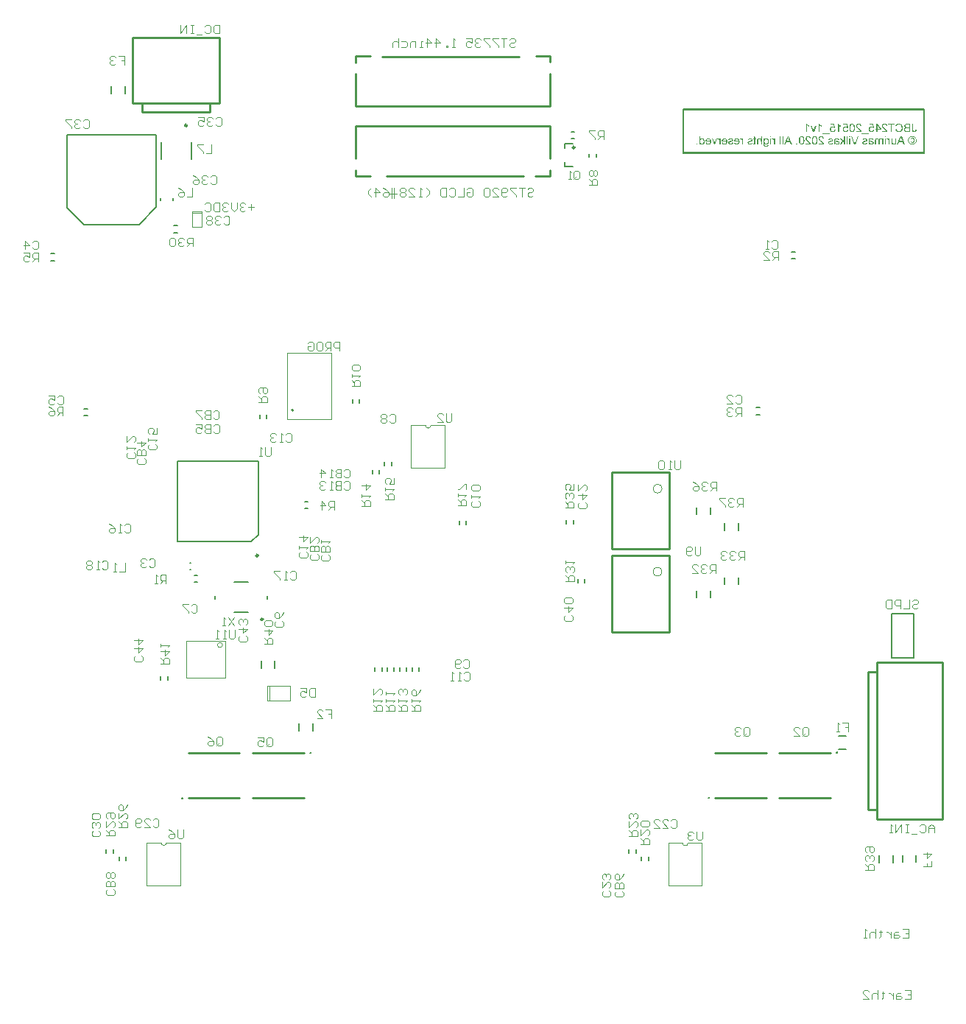
<source format=gbo>
G04 Layer_Color=32896*
%FSLAX43Y43*%
%MOMM*%
G71*
G01*
G75*
%ADD78C,0.254*%
%ADD85C,0.250*%
%ADD86C,0.050*%
%ADD87C,0.100*%
%ADD88C,0.200*%
%ADD141C,0.152*%
G36*
X96691Y100582D02*
X96578D01*
X96313Y101278D01*
X96435D01*
X96589Y100852D01*
X96599Y100824D01*
X96609Y100799D01*
X96616Y100776D01*
X96623Y100758D01*
X96627Y100741D01*
X96631Y100730D01*
X96632Y100723D01*
X96634Y100720D01*
X96642Y100747D01*
X96649Y100773D01*
X96657Y100796D01*
X96664Y100817D01*
X96670Y100835D01*
X96674Y100849D01*
X96675Y100853D01*
X96677Y100858D01*
X96678Y100859D01*
Y100860D01*
X96828Y101278D01*
X96953D01*
X96691Y100582D01*
D02*
G37*
G36*
X97086Y101292D02*
X97100Y101289D01*
X97114Y101285D01*
X97125Y101281D01*
X97133Y101276D01*
X97141Y101272D01*
X97146Y101269D01*
X97147Y101268D01*
X97159Y101257D01*
X97172Y101243D01*
X97184Y101226D01*
X97195Y101211D01*
X97207Y101196D01*
X97213Y101183D01*
X97219Y101174D01*
X97220Y101172D01*
Y101278D01*
X97327D01*
Y100582D01*
X97209D01*
Y100945D01*
X97208Y100973D01*
X97207Y100998D01*
X97204Y101021D01*
X97200Y101042D01*
X97195Y101059D01*
X97193Y101071D01*
X97191Y101079D01*
X97190Y101082D01*
X97184Y101097D01*
X97177Y101110D01*
X97170Y101121D01*
X97164Y101131D01*
X97157Y101138D01*
X97152Y101143D01*
X97148Y101146D01*
X97147Y101147D01*
X97136Y101156D01*
X97123Y101161D01*
X97111Y101165D01*
X97101Y101168D01*
X97091Y101170D01*
X97085Y101171D01*
X97078D01*
X97062Y101170D01*
X97047Y101167D01*
X97032Y101163D01*
X97019Y101158D01*
X97008Y101154D01*
X97000Y101150D01*
X96994Y101147D01*
X96993Y101146D01*
X96950Y101254D01*
X96974Y101267D01*
X96996Y101276D01*
X97015Y101283D01*
X97033Y101289D01*
X97048Y101292D01*
X97061Y101293D01*
X97071D01*
X97086Y101292D01*
D02*
G37*
G36*
X94683Y100582D02*
X94548D01*
Y100716D01*
X94683D01*
Y100582D01*
D02*
G37*
G36*
X112850D02*
X112717D01*
X112343Y101541D01*
X112471D01*
X112732Y100844D01*
X112743Y100815D01*
X112753Y100787D01*
X112761Y100760D01*
X112768Y100737D01*
X112775Y100716D01*
X112779Y100701D01*
X112781Y100695D01*
X112782Y100691D01*
X112784Y100688D01*
Y100687D01*
X112800Y100742D01*
X112809Y100769D01*
X112817Y100792D01*
X112824Y100813D01*
X112827Y100821D01*
X112828Y100830D01*
X112831Y100835D01*
X112832Y100839D01*
X112833Y100842D01*
Y100844D01*
X113083Y101541D01*
X113222D01*
X112850Y100582D01*
D02*
G37*
G36*
X117539Y100846D02*
Y100820D01*
X117538Y100796D01*
X117536Y100778D01*
X117535Y100762D01*
Y100751D01*
X117533Y100742D01*
X117532Y100737D01*
Y100735D01*
X117528Y100717D01*
X117522Y100701D01*
X117517Y100686D01*
X117510Y100673D01*
X117504Y100662D01*
X117500Y100655D01*
X117497Y100649D01*
X117496Y100648D01*
X117485Y100636D01*
X117472Y100625D01*
X117460Y100615D01*
X117446Y100606D01*
X117435Y100600D01*
X117425Y100594D01*
X117420Y100591D01*
X117417Y100590D01*
X117396Y100582D01*
X117377Y100576D01*
X117357Y100572D01*
X117339Y100569D01*
X117324Y100568D01*
X117312Y100566D01*
X117302D01*
X117277Y100568D01*
X117252Y100572D01*
X117230Y100577D01*
X117208Y100584D01*
X117188Y100594D01*
X117170Y100604D01*
X117153Y100613D01*
X117138Y100625D01*
X117124Y100636D01*
X117113Y100645D01*
X117104Y100656D01*
X117095Y100665D01*
X117088Y100672D01*
X117084Y100677D01*
X117081Y100681D01*
X117080Y100683D01*
Y100582D01*
X116975D01*
Y101278D01*
X117092D01*
Y100905D01*
X117094Y100873D01*
X117095Y100845D01*
X117098Y100821D01*
X117102Y100802D01*
X117106Y100787D01*
X117109Y100776D01*
X117110Y100770D01*
X117112Y100767D01*
X117120Y100751D01*
X117130Y100737D01*
X117141Y100724D01*
X117152Y100713D01*
X117162Y100705D01*
X117170Y100699D01*
X117176Y100695D01*
X117178Y100694D01*
X117196Y100686D01*
X117214Y100679D01*
X117231Y100674D01*
X117246Y100670D01*
X117259Y100669D01*
X117269Y100668D01*
X117278D01*
X117298Y100669D01*
X117314Y100672D01*
X117330Y100676D01*
X117342Y100681D01*
X117353Y100686D01*
X117360Y100690D01*
X117366Y100692D01*
X117367Y100694D01*
X117380Y100705D01*
X117389Y100716D01*
X117398Y100729D01*
X117404Y100740D01*
X117409Y100751D01*
X117411Y100759D01*
X117414Y100765D01*
Y100766D01*
X117417Y100781D01*
X117418Y100799D01*
X117420Y100820D01*
Y100841D01*
X117421Y100860D01*
Y100876D01*
Y100882D01*
Y100887D01*
Y100889D01*
Y100891D01*
Y101278D01*
X117539D01*
Y100846D01*
D02*
G37*
G36*
X99696Y101292D02*
X99710Y101289D01*
X99724Y101285D01*
X99735Y101281D01*
X99743Y101276D01*
X99751Y101272D01*
X99756Y101269D01*
X99757Y101268D01*
X99769Y101257D01*
X99782Y101243D01*
X99794Y101226D01*
X99805Y101211D01*
X99817Y101196D01*
X99824Y101183D01*
X99829Y101174D01*
X99830Y101172D01*
Y101278D01*
X99937D01*
Y100582D01*
X99819D01*
Y100945D01*
X99818Y100973D01*
X99817Y100998D01*
X99814Y101021D01*
X99810Y101042D01*
X99805Y101059D01*
X99803Y101071D01*
X99801Y101079D01*
X99800Y101082D01*
X99794Y101097D01*
X99787Y101110D01*
X99781Y101121D01*
X99774Y101131D01*
X99767Y101138D01*
X99762Y101143D01*
X99758Y101146D01*
X99757Y101147D01*
X99746Y101156D01*
X99733Y101161D01*
X99721Y101165D01*
X99711Y101168D01*
X99701Y101170D01*
X99695Y101171D01*
X99688D01*
X99672Y101170D01*
X99657Y101167D01*
X99642Y101163D01*
X99629Y101158D01*
X99618Y101154D01*
X99610Y101150D01*
X99604Y101147D01*
X99603Y101146D01*
X99560Y101254D01*
X99584Y101267D01*
X99606Y101276D01*
X99625Y101283D01*
X99643Y101289D01*
X99658Y101292D01*
X99671Y101293D01*
X99681D01*
X99696Y101292D01*
D02*
G37*
G36*
X101334Y101450D02*
Y101278D01*
X101421D01*
Y101186D01*
X101334D01*
Y100784D01*
Y100765D01*
Y100748D01*
X101332Y100733D01*
X101331Y100717D01*
Y100705D01*
X101330Y100694D01*
X101327Y100676D01*
X101324Y100662D01*
X101323Y100652D01*
X101320Y100647D01*
Y100645D01*
X101314Y100633D01*
X101306Y100623D01*
X101298Y100613D01*
X101291Y100606D01*
X101282Y100600D01*
X101277Y100595D01*
X101273Y100593D01*
X101271Y100591D01*
X101256Y100584D01*
X101241Y100580D01*
X101224Y100576D01*
X101208Y100575D01*
X101194Y100573D01*
X101183Y100572D01*
X101172D01*
X101141Y100573D01*
X101126Y100575D01*
X101112Y100577D01*
X101099Y100579D01*
X101090Y100580D01*
X101084Y100582D01*
X101081D01*
X101097Y100686D01*
X101108Y100684D01*
X101119Y100683D01*
X101129D01*
X101135Y100681D01*
X101149D01*
X101167Y100683D01*
X101180Y100686D01*
X101187Y100688D01*
X101190Y100690D01*
X101199Y100697D01*
X101205Y100704D01*
X101209Y100709D01*
X101210Y100712D01*
X101212Y100719D01*
X101213Y100729D01*
X101215Y100751D01*
X101216Y100760D01*
Y100769D01*
Y100774D01*
Y100777D01*
Y101186D01*
X101097D01*
Y101278D01*
X101216D01*
Y101520D01*
X101334Y101450D01*
D02*
G37*
G36*
X100792Y101290D02*
X100808Y101289D01*
X100823Y101286D01*
X100836Y101283D01*
X100846Y101281D01*
X100851Y101279D01*
X100854Y101278D01*
X100871Y101272D01*
X100886Y101267D01*
X100898Y101261D01*
X100909Y101256D01*
X100918Y101251D01*
X100923Y101247D01*
X100927Y101246D01*
X100929Y101244D01*
X100943Y101235D01*
X100954Y101224D01*
X100964Y101211D01*
X100972Y101201D01*
X100979Y101192D01*
X100983Y101185D01*
X100986Y101179D01*
X100987Y101178D01*
X100994Y101163D01*
X101000Y101149D01*
X101002Y101133D01*
X101005Y101121D01*
X101006Y101109D01*
X101008Y101100D01*
Y101095D01*
Y101092D01*
X101006Y101072D01*
X101004Y101056D01*
X101000Y101039D01*
X100995Y101025D01*
X100991Y101014D01*
X100987Y101005D01*
X100984Y100999D01*
X100983Y100998D01*
X100972Y100982D01*
X100959Y100970D01*
X100947Y100959D01*
X100934Y100949D01*
X100923Y100942D01*
X100915Y100937D01*
X100909Y100934D01*
X100907Y100932D01*
X100897Y100928D01*
X100884Y100923D01*
X100857Y100913D01*
X100828Y100905D01*
X100797Y100895D01*
X100771Y100888D01*
X100758Y100884D01*
X100747Y100881D01*
X100739Y100878D01*
X100732Y100877D01*
X100728Y100876D01*
X100726D01*
X100708Y100871D01*
X100693Y100867D01*
X100679Y100863D01*
X100667Y100859D01*
X100656Y100856D01*
X100646Y100852D01*
X100629Y100846D01*
X100618Y100842D01*
X100611Y100838D01*
X100607Y100837D01*
X100606Y100835D01*
X100593Y100827D01*
X100585Y100816D01*
X100578Y100806D01*
X100574Y100796D01*
X100571Y100787D01*
X100570Y100780D01*
Y100774D01*
Y100773D01*
X100571Y100756D01*
X100575Y100742D01*
X100582Y100729D01*
X100589Y100717D01*
X100597Y100708D01*
X100603Y100701D01*
X100608Y100697D01*
X100610Y100695D01*
X100627Y100684D01*
X100645Y100677D01*
X100665Y100672D01*
X100685Y100668D01*
X100703Y100665D01*
X100717Y100663D01*
X100731D01*
X100760Y100665D01*
X100785Y100669D01*
X100805Y100674D01*
X100823Y100681D01*
X100837Y100688D01*
X100848Y100694D01*
X100854Y100698D01*
X100857Y100699D01*
X100872Y100715D01*
X100884Y100733D01*
X100893Y100751D01*
X100900Y100767D01*
X100905Y100783D01*
X100908Y100796D01*
X100911Y100805D01*
Y100806D01*
Y100808D01*
X101027Y100790D01*
X101018Y100751D01*
X101005Y100716D01*
X100990Y100688D01*
X100975Y100665D01*
X100961Y100645D01*
X100948Y100633D01*
X100940Y100625D01*
X100939Y100623D01*
X100937Y100622D01*
X100923Y100612D01*
X100908Y100604D01*
X100875Y100590D01*
X100840Y100580D01*
X100807Y100573D01*
X100792Y100570D01*
X100778Y100569D01*
X100764Y100568D01*
X100753D01*
X100743Y100566D01*
X100731D01*
X100700Y100568D01*
X100674Y100570D01*
X100649Y100575D01*
X100627Y100580D01*
X100608Y100586D01*
X100595Y100590D01*
X100586Y100593D01*
X100585Y100594D01*
X100584D01*
X100560Y100606D01*
X100541Y100619D01*
X100524Y100633D01*
X100509Y100645D01*
X100498Y100656D01*
X100491Y100666D01*
X100485Y100672D01*
X100484Y100674D01*
X100473Y100694D01*
X100464Y100715D01*
X100457Y100733D01*
X100453Y100749D01*
X100450Y100765D01*
X100449Y100776D01*
Y100783D01*
Y100785D01*
X100450Y100808D01*
X100453Y100827D01*
X100459Y100844D01*
X100463Y100859D01*
X100468Y100871D01*
X100474Y100880D01*
X100477Y100885D01*
X100478Y100887D01*
X100489Y100900D01*
X100502Y100913D01*
X100514Y100924D01*
X100527Y100932D01*
X100539Y100939D01*
X100547Y100943D01*
X100553Y100946D01*
X100556Y100948D01*
X100565Y100952D01*
X100577Y100956D01*
X100603Y100966D01*
X100632Y100975D01*
X100661Y100984D01*
X100688Y100992D01*
X100700Y100995D01*
X100710Y100998D01*
X100718Y101000D01*
X100725Y101002D01*
X100729Y101003D01*
X100731D01*
X100746Y101007D01*
X100760Y101011D01*
X100772Y101014D01*
X100783Y101018D01*
X100801Y101023D01*
X100815Y101027D01*
X100825Y101031D01*
X100830Y101032D01*
X100833Y101034D01*
X100835D01*
X100846Y101039D01*
X100855Y101043D01*
X100864Y101049D01*
X100869Y101053D01*
X100875Y101057D01*
X100878Y101061D01*
X100879Y101063D01*
X100880Y101064D01*
X100889Y101078D01*
X100893Y101092D01*
Y101097D01*
X100894Y101102D01*
Y101104D01*
Y101106D01*
X100893Y101118D01*
X100889Y101131D01*
X100883Y101142D01*
X100876Y101150D01*
X100871Y101158D01*
X100865Y101164D01*
X100861Y101167D01*
X100859Y101168D01*
X100844Y101178D01*
X100826Y101185D01*
X100807Y101189D01*
X100789Y101193D01*
X100771Y101195D01*
X100757Y101196D01*
X100743D01*
X100719Y101195D01*
X100697Y101192D01*
X100679Y101186D01*
X100665Y101181D01*
X100653Y101175D01*
X100645Y101170D01*
X100639Y101167D01*
X100638Y101165D01*
X100624Y101153D01*
X100614Y101139D01*
X100606Y101125D01*
X100599Y101113D01*
X100595Y101100D01*
X100592Y101090D01*
X100590Y101085D01*
Y101082D01*
X100475Y101097D01*
X100481Y101121D01*
X100486Y101142D01*
X100493Y101160D01*
X100500Y101176D01*
X100507Y101188D01*
X100513Y101197D01*
X100516Y101203D01*
X100517Y101204D01*
X100529Y101218D01*
X100543Y101231D01*
X100559Y101242D01*
X100574Y101251D01*
X100588Y101258D01*
X100599Y101264D01*
X100606Y101267D01*
X100607Y101268D01*
X100608D01*
X100632Y101276D01*
X100657Y101282D01*
X100681Y101287D01*
X100703Y101290D01*
X100724Y101292D01*
X100739Y101293D01*
X100772D01*
X100792Y101290D01*
D02*
G37*
G36*
X110714Y101292D02*
X110743Y101289D01*
X110771Y101285D01*
X110793Y101281D01*
X110813Y101276D01*
X110827Y101272D01*
X110832Y101271D01*
X110836Y101269D01*
X110838Y101268D01*
X110839D01*
X110863Y101258D01*
X110884Y101246D01*
X110902Y101235D01*
X110917Y101224D01*
X110928Y101213D01*
X110936Y101204D01*
X110942Y101199D01*
X110943Y101197D01*
X110956Y101179D01*
X110967Y101160D01*
X110975Y101140D01*
X110982Y101122D01*
X110988Y101104D01*
X110992Y101092D01*
X110993Y101086D01*
Y101082D01*
X110995Y101081D01*
Y101079D01*
X110879Y101064D01*
X110871Y101089D01*
X110863Y101111D01*
X110853Y101129D01*
X110845Y101143D01*
X110836Y101154D01*
X110829Y101161D01*
X110824Y101165D01*
X110823Y101167D01*
X110806Y101176D01*
X110786Y101183D01*
X110766Y101189D01*
X110746Y101192D01*
X110727Y101195D01*
X110713Y101196D01*
X110699D01*
X110667Y101195D01*
X110639Y101190D01*
X110617Y101183D01*
X110598Y101176D01*
X110584Y101168D01*
X110573Y101163D01*
X110566Y101157D01*
X110565Y101156D01*
X110553Y101143D01*
X110545Y101128D01*
X110538Y101111D01*
X110534Y101095D01*
X110531Y101079D01*
X110530Y101066D01*
Y101057D01*
Y101056D01*
Y101054D01*
Y101052D01*
Y101046D01*
Y101036D01*
X110531Y101028D01*
Y101025D01*
Y101024D01*
X110545Y101020D01*
X110560Y101016D01*
X110592Y101007D01*
X110628Y101000D01*
X110662Y100993D01*
X110678Y100991D01*
X110694Y100989D01*
X110707Y100986D01*
X110719Y100985D01*
X110728Y100984D01*
X110735D01*
X110741Y100982D01*
X110742D01*
X110767Y100980D01*
X110788Y100975D01*
X110806Y100973D01*
X110820Y100970D01*
X110831Y100968D01*
X110839Y100966D01*
X110845Y100964D01*
X110846D01*
X110864Y100959D01*
X110879Y100953D01*
X110895Y100946D01*
X110907Y100941D01*
X110918Y100935D01*
X110925Y100930D01*
X110931Y100927D01*
X110932Y100925D01*
X110946Y100916D01*
X110957Y100905D01*
X110968Y100894D01*
X110976Y100882D01*
X110983Y100873D01*
X110989Y100864D01*
X110992Y100859D01*
X110993Y100858D01*
X111000Y100842D01*
X111006Y100826D01*
X111010Y100810D01*
X111013Y100795D01*
X111014Y100783D01*
X111015Y100773D01*
Y100767D01*
Y100765D01*
X111014Y100748D01*
X111013Y100734D01*
X111006Y100705D01*
X110996Y100681D01*
X110985Y100661D01*
X110974Y100644D01*
X110964Y100631D01*
X110957Y100625D01*
X110954Y100622D01*
X110929Y100604D01*
X110902Y100590D01*
X110871Y100580D01*
X110843Y100573D01*
X110818Y100569D01*
X110807Y100568D01*
X110798D01*
X110789Y100566D01*
X110778D01*
X110753Y100568D01*
X110728Y100570D01*
X110706Y100573D01*
X110687Y100577D01*
X110671Y100582D01*
X110659Y100586D01*
X110651Y100587D01*
X110648Y100588D01*
X110624Y100598D01*
X110602Y100611D01*
X110581Y100625D01*
X110560Y100637D01*
X110544Y100649D01*
X110531Y100659D01*
X110523Y100666D01*
X110522Y100669D01*
X110520D01*
X110517Y100651D01*
X110515Y100634D01*
X110512Y100619D01*
X110508Y100606D01*
X110504Y100595D01*
X110501Y100588D01*
X110499Y100583D01*
X110498Y100582D01*
X110375D01*
X110382Y100597D01*
X110388Y100612D01*
X110394Y100626D01*
X110397Y100638D01*
X110401Y100649D01*
X110402Y100658D01*
X110404Y100663D01*
Y100665D01*
X110405Y100674D01*
X110406Y100687D01*
Y100701D01*
X110408Y100716D01*
X110409Y100751D01*
Y100785D01*
X110411Y100819D01*
Y100834D01*
Y100846D01*
Y100858D01*
Y100866D01*
Y100871D01*
Y100873D01*
Y101031D01*
Y101057D01*
X110412Y101081D01*
X110413Y101099D01*
Y101114D01*
X110415Y101125D01*
X110416Y101133D01*
X110418Y101138D01*
Y101139D01*
X110422Y101157D01*
X110427Y101172D01*
X110433Y101185D01*
X110440Y101197D01*
X110445Y101206D01*
X110449Y101213D01*
X110452Y101217D01*
X110454Y101218D01*
X110465Y101229D01*
X110477Y101240D01*
X110491Y101249D01*
X110505Y101257D01*
X110517Y101262D01*
X110527Y101267D01*
X110534Y101269D01*
X110537Y101271D01*
X110559Y101278D01*
X110583Y101283D01*
X110606Y101287D01*
X110630Y101290D01*
X110651Y101292D01*
X110666Y101293D01*
X110681D01*
X110714Y101292D01*
D02*
G37*
G36*
X114667D02*
X114696Y101289D01*
X114724Y101285D01*
X114746Y101281D01*
X114765Y101276D01*
X114779Y101272D01*
X114785Y101271D01*
X114789Y101269D01*
X114790Y101268D01*
X114792D01*
X114815Y101258D01*
X114836Y101246D01*
X114854Y101235D01*
X114869Y101224D01*
X114880Y101213D01*
X114889Y101204D01*
X114894Y101199D01*
X114896Y101197D01*
X114908Y101179D01*
X114919Y101160D01*
X114928Y101140D01*
X114935Y101122D01*
X114940Y101104D01*
X114944Y101092D01*
X114946Y101086D01*
Y101082D01*
X114947Y101081D01*
Y101079D01*
X114832Y101064D01*
X114824Y101089D01*
X114815Y101111D01*
X114806Y101129D01*
X114797Y101143D01*
X114789Y101154D01*
X114782Y101161D01*
X114776Y101165D01*
X114775Y101167D01*
X114758Y101176D01*
X114739Y101183D01*
X114718Y101189D01*
X114699Y101192D01*
X114679Y101195D01*
X114665Y101196D01*
X114652D01*
X114620Y101195D01*
X114592Y101190D01*
X114570Y101183D01*
X114550Y101176D01*
X114536Y101168D01*
X114525Y101163D01*
X114518Y101157D01*
X114517Y101156D01*
X114506Y101143D01*
X114498Y101128D01*
X114491Y101111D01*
X114487Y101095D01*
X114484Y101079D01*
X114482Y101066D01*
Y101057D01*
Y101056D01*
Y101054D01*
Y101052D01*
Y101046D01*
Y101036D01*
X114484Y101028D01*
Y101025D01*
Y101024D01*
X114498Y101020D01*
X114513Y101016D01*
X114545Y101007D01*
X114581Y101000D01*
X114614Y100993D01*
X114631Y100991D01*
X114646Y100989D01*
X114660Y100986D01*
X114671Y100985D01*
X114681Y100984D01*
X114688D01*
X114693Y100982D01*
X114695D01*
X114720Y100980D01*
X114740Y100975D01*
X114758Y100973D01*
X114772Y100970D01*
X114783Y100968D01*
X114792Y100966D01*
X114797Y100964D01*
X114799D01*
X114817Y100959D01*
X114832Y100953D01*
X114847Y100946D01*
X114860Y100941D01*
X114871Y100935D01*
X114878Y100930D01*
X114883Y100927D01*
X114885Y100925D01*
X114898Y100916D01*
X114910Y100905D01*
X114921Y100894D01*
X114929Y100882D01*
X114936Y100873D01*
X114941Y100864D01*
X114944Y100859D01*
X114946Y100858D01*
X114953Y100842D01*
X114958Y100826D01*
X114962Y100810D01*
X114965Y100795D01*
X114966Y100783D01*
X114968Y100773D01*
Y100767D01*
Y100765D01*
X114966Y100748D01*
X114965Y100734D01*
X114958Y100705D01*
X114948Y100681D01*
X114937Y100661D01*
X114926Y100644D01*
X114916Y100631D01*
X114910Y100625D01*
X114907Y100622D01*
X114882Y100604D01*
X114854Y100590D01*
X114824Y100580D01*
X114796Y100573D01*
X114771Y100569D01*
X114760Y100568D01*
X114750D01*
X114742Y100566D01*
X114731D01*
X114706Y100568D01*
X114681Y100570D01*
X114659Y100573D01*
X114639Y100577D01*
X114624Y100582D01*
X114611Y100586D01*
X114603Y100587D01*
X114600Y100588D01*
X114577Y100598D01*
X114555Y100611D01*
X114534Y100625D01*
X114513Y100637D01*
X114496Y100649D01*
X114484Y100659D01*
X114475Y100666D01*
X114474Y100669D01*
X114473D01*
X114470Y100651D01*
X114467Y100634D01*
X114464Y100619D01*
X114460Y100606D01*
X114456Y100595D01*
X114453Y100588D01*
X114452Y100583D01*
X114451Y100582D01*
X114327D01*
X114334Y100597D01*
X114341Y100612D01*
X114347Y100626D01*
X114349Y100638D01*
X114353Y100649D01*
X114355Y100658D01*
X114356Y100663D01*
Y100665D01*
X114358Y100674D01*
X114359Y100687D01*
Y100701D01*
X114360Y100716D01*
X114362Y100751D01*
Y100785D01*
X114363Y100819D01*
Y100834D01*
Y100846D01*
Y100858D01*
Y100866D01*
Y100871D01*
Y100873D01*
Y101031D01*
Y101057D01*
X114365Y101081D01*
X114366Y101099D01*
Y101114D01*
X114367Y101125D01*
X114369Y101133D01*
X114370Y101138D01*
Y101139D01*
X114374Y101157D01*
X114380Y101172D01*
X114385Y101185D01*
X114392Y101197D01*
X114398Y101206D01*
X114402Y101213D01*
X114405Y101217D01*
X114406Y101218D01*
X114417Y101229D01*
X114430Y101240D01*
X114444Y101249D01*
X114457Y101257D01*
X114470Y101262D01*
X114480Y101267D01*
X114487Y101269D01*
X114489Y101271D01*
X114512Y101278D01*
X114535Y101283D01*
X114559Y101287D01*
X114582Y101290D01*
X114603Y101292D01*
X114618Y101293D01*
X114634D01*
X114667Y101292D01*
D02*
G37*
G36*
X110040Y101290D02*
X110057Y101289D01*
X110072Y101286D01*
X110085Y101283D01*
X110094Y101281D01*
X110100Y101279D01*
X110103Y101278D01*
X110119Y101272D01*
X110135Y101267D01*
X110147Y101261D01*
X110158Y101256D01*
X110167Y101251D01*
X110172Y101247D01*
X110176Y101246D01*
X110178Y101244D01*
X110192Y101235D01*
X110203Y101224D01*
X110212Y101211D01*
X110221Y101201D01*
X110228Y101192D01*
X110232Y101185D01*
X110235Y101179D01*
X110236Y101178D01*
X110243Y101163D01*
X110248Y101149D01*
X110251Y101133D01*
X110254Y101121D01*
X110255Y101109D01*
X110257Y101100D01*
Y101095D01*
Y101092D01*
X110255Y101072D01*
X110253Y101056D01*
X110248Y101039D01*
X110244Y101025D01*
X110240Y101014D01*
X110236Y101005D01*
X110233Y100999D01*
X110232Y100998D01*
X110221Y100982D01*
X110208Y100970D01*
X110196Y100959D01*
X110183Y100949D01*
X110172Y100942D01*
X110164Y100937D01*
X110158Y100934D01*
X110155Y100932D01*
X110146Y100928D01*
X110133Y100923D01*
X110106Y100913D01*
X110076Y100905D01*
X110046Y100895D01*
X110020Y100888D01*
X110007Y100884D01*
X109996Y100881D01*
X109988Y100878D01*
X109981Y100877D01*
X109977Y100876D01*
X109975D01*
X109957Y100871D01*
X109942Y100867D01*
X109928Y100863D01*
X109916Y100859D01*
X109904Y100856D01*
X109895Y100852D01*
X109878Y100846D01*
X109867Y100842D01*
X109860Y100838D01*
X109856Y100837D01*
X109855Y100835D01*
X109842Y100827D01*
X109834Y100816D01*
X109827Y100806D01*
X109823Y100796D01*
X109820Y100787D01*
X109818Y100780D01*
Y100774D01*
Y100773D01*
X109820Y100756D01*
X109824Y100742D01*
X109831Y100729D01*
X109838Y100717D01*
X109846Y100708D01*
X109852Y100701D01*
X109857Y100697D01*
X109859Y100695D01*
X109875Y100684D01*
X109893Y100677D01*
X109914Y100672D01*
X109934Y100668D01*
X109952Y100665D01*
X109965Y100663D01*
X109979D01*
X110008Y100665D01*
X110033Y100669D01*
X110054Y100674D01*
X110072Y100681D01*
X110086Y100688D01*
X110097Y100694D01*
X110103Y100698D01*
X110106Y100699D01*
X110121Y100715D01*
X110133Y100733D01*
X110142Y100751D01*
X110149Y100767D01*
X110154Y100783D01*
X110157Y100796D01*
X110160Y100805D01*
Y100806D01*
Y100808D01*
X110276Y100790D01*
X110266Y100751D01*
X110254Y100716D01*
X110239Y100688D01*
X110223Y100665D01*
X110210Y100645D01*
X110197Y100633D01*
X110189Y100625D01*
X110187Y100623D01*
X110186Y100622D01*
X110172Y100612D01*
X110157Y100604D01*
X110124Y100590D01*
X110089Y100580D01*
X110056Y100573D01*
X110040Y100570D01*
X110026Y100569D01*
X110013Y100568D01*
X110002D01*
X109992Y100566D01*
X109979D01*
X109949Y100568D01*
X109922Y100570D01*
X109898Y100575D01*
X109875Y100580D01*
X109857Y100586D01*
X109843Y100590D01*
X109835Y100593D01*
X109834Y100594D01*
X109832D01*
X109809Y100606D01*
X109789Y100619D01*
X109773Y100633D01*
X109757Y100645D01*
X109746Y100656D01*
X109739Y100666D01*
X109734Y100672D01*
X109732Y100674D01*
X109721Y100694D01*
X109713Y100715D01*
X109706Y100733D01*
X109702Y100749D01*
X109699Y100765D01*
X109698Y100776D01*
Y100783D01*
Y100785D01*
X109699Y100808D01*
X109702Y100827D01*
X109708Y100844D01*
X109712Y100859D01*
X109717Y100871D01*
X109723Y100880D01*
X109726Y100885D01*
X109727Y100887D01*
X109738Y100900D01*
X109751Y100913D01*
X109763Y100924D01*
X109775Y100932D01*
X109788Y100939D01*
X109796Y100943D01*
X109802Y100946D01*
X109805Y100948D01*
X109814Y100952D01*
X109825Y100956D01*
X109852Y100966D01*
X109881Y100975D01*
X109910Y100984D01*
X109936Y100992D01*
X109949Y100995D01*
X109959Y100998D01*
X109967Y101000D01*
X109974Y101002D01*
X109978Y101003D01*
X109979D01*
X109995Y101007D01*
X110008Y101011D01*
X110021Y101014D01*
X110032Y101018D01*
X110050Y101023D01*
X110064Y101027D01*
X110074Y101031D01*
X110079Y101032D01*
X110082Y101034D01*
X110083D01*
X110094Y101039D01*
X110104Y101043D01*
X110112Y101049D01*
X110118Y101053D01*
X110124Y101057D01*
X110126Y101061D01*
X110128Y101063D01*
X110129Y101064D01*
X110137Y101078D01*
X110142Y101092D01*
Y101097D01*
X110143Y101102D01*
Y101104D01*
Y101106D01*
X110142Y101118D01*
X110137Y101131D01*
X110132Y101142D01*
X110125Y101150D01*
X110119Y101158D01*
X110114Y101164D01*
X110110Y101167D01*
X110108Y101168D01*
X110093Y101178D01*
X110075Y101185D01*
X110056Y101189D01*
X110038Y101193D01*
X110020Y101195D01*
X110006Y101196D01*
X109992D01*
X109968Y101195D01*
X109946Y101192D01*
X109928Y101186D01*
X109914Y101181D01*
X109902Y101175D01*
X109893Y101170D01*
X109888Y101167D01*
X109886Y101165D01*
X109873Y101153D01*
X109863Y101139D01*
X109855Y101125D01*
X109848Y101113D01*
X109843Y101100D01*
X109841Y101090D01*
X109839Y101085D01*
Y101082D01*
X109724Y101097D01*
X109730Y101121D01*
X109735Y101142D01*
X109742Y101160D01*
X109749Y101176D01*
X109756Y101188D01*
X109762Y101197D01*
X109764Y101203D01*
X109766Y101204D01*
X109778Y101218D01*
X109792Y101231D01*
X109807Y101242D01*
X109823Y101251D01*
X109837Y101258D01*
X109848Y101264D01*
X109855Y101267D01*
X109856Y101268D01*
X109857D01*
X109881Y101276D01*
X109906Y101282D01*
X109929Y101287D01*
X109952Y101290D01*
X109972Y101292D01*
X109988Y101293D01*
X110021D01*
X110040Y101290D01*
D02*
G37*
G36*
X119432Y101555D02*
X119476Y101548D01*
X119518Y101537D01*
X119537Y101532D01*
X119555Y101526D01*
X119571Y101519D01*
X119586Y101513D01*
X119598Y101508D01*
X119610Y101502D01*
X119618Y101498D01*
X119625Y101495D01*
X119629Y101494D01*
X119630Y101493D01*
X119672Y101466D01*
X119709Y101437D01*
X119740Y101407D01*
X119766Y101378D01*
X119777Y101364D01*
X119787Y101351D01*
X119795Y101339D01*
X119802Y101329D01*
X119808Y101321D01*
X119812Y101315D01*
X119813Y101311D01*
X119815Y101310D01*
X119826Y101287D01*
X119836Y101265D01*
X119852Y101221D01*
X119863Y101179D01*
X119872Y101142D01*
X119874Y101125D01*
X119876Y101110D01*
X119879Y101096D01*
Y101085D01*
X119880Y101075D01*
Y101068D01*
Y101064D01*
Y101063D01*
X119879Y101039D01*
X119877Y101016D01*
X119870Y100971D01*
X119859Y100930D01*
X119854Y100910D01*
X119847Y100892D01*
X119841Y100876D01*
X119836Y100862D01*
X119830Y100849D01*
X119825Y100838D01*
X119820Y100828D01*
X119818Y100823D01*
X119815Y100819D01*
Y100817D01*
X119788Y100776D01*
X119759Y100740D01*
X119729Y100708D01*
X119698Y100681D01*
X119684Y100670D01*
X119672Y100661D01*
X119661Y100654D01*
X119651Y100647D01*
X119643Y100641D01*
X119637Y100637D01*
X119633Y100636D01*
X119632Y100634D01*
X119610Y100623D01*
X119587Y100613D01*
X119543Y100597D01*
X119503Y100586D01*
X119465Y100577D01*
X119449Y100575D01*
X119433Y100573D01*
X119420Y100570D01*
X119408D01*
X119399Y100569D01*
X119386D01*
X119363Y100570D01*
X119339Y100572D01*
X119293Y100579D01*
X119252Y100590D01*
X119232Y100595D01*
X119216Y100602D01*
X119199Y100608D01*
X119184Y100613D01*
X119171Y100619D01*
X119162Y100625D01*
X119152Y100629D01*
X119146Y100631D01*
X119142Y100634D01*
X119141D01*
X119099Y100661D01*
X119062Y100690D01*
X119031Y100720D01*
X119005Y100751D01*
X118994Y100765D01*
X118984Y100777D01*
X118976Y100788D01*
X118970Y100798D01*
X118965Y100806D01*
X118961Y100812D01*
X118959Y100816D01*
X118958Y100817D01*
X118947Y100839D01*
X118936Y100862D01*
X118919Y100906D01*
X118908Y100946D01*
X118899Y100984D01*
X118897Y101000D01*
X118894Y101016D01*
X118893Y101029D01*
Y101041D01*
X118891Y101050D01*
Y101057D01*
Y101061D01*
Y101063D01*
X118893Y101086D01*
X118894Y101110D01*
X118901Y101156D01*
X118912Y101197D01*
X118918Y101217D01*
X118924Y101235D01*
X118930Y101251D01*
X118937Y101265D01*
X118942Y101278D01*
X118947Y101289D01*
X118952Y101299D01*
X118955Y101304D01*
X118956Y101308D01*
X118958Y101310D01*
X118985Y101351D01*
X119015Y101389D01*
X119045Y101421D01*
X119060Y101433D01*
X119076Y101446D01*
X119090Y101457D01*
X119102Y101466D01*
X119114Y101475D01*
X119124Y101482D01*
X119132Y101486D01*
X119138Y101490D01*
X119142Y101491D01*
X119144Y101493D01*
X119166Y101504D01*
X119188Y101515D01*
X119231Y101530D01*
X119273Y101543D01*
X119309Y101550D01*
X119325Y101552D01*
X119341Y101555D01*
X119354Y101556D01*
X119365D01*
X119374Y101558D01*
X119410D01*
X119432Y101555D01*
D02*
G37*
G36*
X111646Y100582D02*
X111528D01*
Y100858D01*
X111447Y100937D01*
X111215Y100582D01*
X111069D01*
X111363Y101018D01*
X111096Y101278D01*
X111250D01*
X111528Y100993D01*
Y101541D01*
X111646D01*
Y100582D01*
D02*
G37*
G36*
X113993Y101290D02*
X114010Y101289D01*
X114025Y101286D01*
X114037Y101283D01*
X114047Y101281D01*
X114052Y101279D01*
X114055Y101278D01*
X114072Y101272D01*
X114087Y101267D01*
X114100Y101261D01*
X114111Y101256D01*
X114119Y101251D01*
X114125Y101247D01*
X114129Y101246D01*
X114130Y101244D01*
X114144Y101235D01*
X114155Y101224D01*
X114165Y101211D01*
X114173Y101201D01*
X114180Y101192D01*
X114184Y101185D01*
X114187Y101179D01*
X114188Y101178D01*
X114195Y101163D01*
X114201Y101149D01*
X114204Y101133D01*
X114206Y101121D01*
X114208Y101109D01*
X114209Y101100D01*
Y101095D01*
Y101092D01*
X114208Y101072D01*
X114205Y101056D01*
X114201Y101039D01*
X114197Y101025D01*
X114193Y101014D01*
X114188Y101005D01*
X114186Y100999D01*
X114184Y100998D01*
X114173Y100982D01*
X114161Y100970D01*
X114148Y100959D01*
X114136Y100949D01*
X114125Y100942D01*
X114116Y100937D01*
X114111Y100934D01*
X114108Y100932D01*
X114098Y100928D01*
X114086Y100923D01*
X114058Y100913D01*
X114029Y100905D01*
X113998Y100895D01*
X113972Y100888D01*
X113960Y100884D01*
X113948Y100881D01*
X113940Y100878D01*
X113933Y100877D01*
X113929Y100876D01*
X113928D01*
X113910Y100871D01*
X113894Y100867D01*
X113881Y100863D01*
X113868Y100859D01*
X113857Y100856D01*
X113847Y100852D01*
X113831Y100846D01*
X113820Y100842D01*
X113813Y100838D01*
X113808Y100837D01*
X113807Y100835D01*
X113795Y100827D01*
X113786Y100816D01*
X113779Y100806D01*
X113775Y100796D01*
X113772Y100787D01*
X113771Y100780D01*
Y100774D01*
Y100773D01*
X113772Y100756D01*
X113777Y100742D01*
X113783Y100729D01*
X113790Y100717D01*
X113799Y100708D01*
X113804Y100701D01*
X113810Y100697D01*
X113811Y100695D01*
X113828Y100684D01*
X113846Y100677D01*
X113867Y100672D01*
X113886Y100668D01*
X113904Y100665D01*
X113918Y100663D01*
X113932D01*
X113961Y100665D01*
X113986Y100669D01*
X114007Y100674D01*
X114025Y100681D01*
X114039Y100688D01*
X114050Y100694D01*
X114055Y100698D01*
X114058Y100699D01*
X114073Y100715D01*
X114086Y100733D01*
X114094Y100751D01*
X114101Y100767D01*
X114107Y100783D01*
X114109Y100796D01*
X114112Y100805D01*
Y100806D01*
Y100808D01*
X114229Y100790D01*
X114219Y100751D01*
X114206Y100716D01*
X114191Y100688D01*
X114176Y100665D01*
X114162Y100645D01*
X114150Y100633D01*
X114141Y100625D01*
X114140Y100623D01*
X114138Y100622D01*
X114125Y100612D01*
X114109Y100604D01*
X114076Y100590D01*
X114041Y100580D01*
X114008Y100573D01*
X113993Y100570D01*
X113979Y100569D01*
X113965Y100568D01*
X113954D01*
X113944Y100566D01*
X113932D01*
X113901Y100568D01*
X113875Y100570D01*
X113850Y100575D01*
X113828Y100580D01*
X113810Y100586D01*
X113796Y100590D01*
X113788Y100593D01*
X113786Y100594D01*
X113785D01*
X113761Y100606D01*
X113742Y100619D01*
X113725Y100633D01*
X113710Y100645D01*
X113699Y100656D01*
X113692Y100666D01*
X113686Y100672D01*
X113685Y100674D01*
X113674Y100694D01*
X113666Y100715D01*
X113659Y100733D01*
X113654Y100749D01*
X113652Y100765D01*
X113650Y100776D01*
Y100783D01*
Y100785D01*
X113652Y100808D01*
X113654Y100827D01*
X113660Y100844D01*
X113664Y100859D01*
X113670Y100871D01*
X113675Y100880D01*
X113678Y100885D01*
X113679Y100887D01*
X113691Y100900D01*
X113703Y100913D01*
X113715Y100924D01*
X113728Y100932D01*
X113740Y100939D01*
X113749Y100943D01*
X113754Y100946D01*
X113757Y100948D01*
X113767Y100952D01*
X113778Y100956D01*
X113804Y100966D01*
X113833Y100975D01*
X113863Y100984D01*
X113889Y100992D01*
X113901Y100995D01*
X113911Y100998D01*
X113919Y101000D01*
X113926Y101002D01*
X113930Y101003D01*
X113932D01*
X113947Y101007D01*
X113961Y101011D01*
X113973Y101014D01*
X113985Y101018D01*
X114003Y101023D01*
X114016Y101027D01*
X114026Y101031D01*
X114032Y101032D01*
X114034Y101034D01*
X114036D01*
X114047Y101039D01*
X114057Y101043D01*
X114065Y101049D01*
X114071Y101053D01*
X114076Y101057D01*
X114079Y101061D01*
X114080Y101063D01*
X114082Y101064D01*
X114090Y101078D01*
X114094Y101092D01*
Y101097D01*
X114095Y101102D01*
Y101104D01*
Y101106D01*
X114094Y101118D01*
X114090Y101131D01*
X114084Y101142D01*
X114077Y101150D01*
X114072Y101158D01*
X114066Y101164D01*
X114062Y101167D01*
X114061Y101168D01*
X114046Y101178D01*
X114028Y101185D01*
X114008Y101189D01*
X113990Y101193D01*
X113972Y101195D01*
X113958Y101196D01*
X113944D01*
X113921Y101195D01*
X113899Y101192D01*
X113881Y101186D01*
X113867Y101181D01*
X113854Y101175D01*
X113846Y101170D01*
X113840Y101167D01*
X113839Y101165D01*
X113825Y101153D01*
X113815Y101139D01*
X113807Y101125D01*
X113800Y101113D01*
X113796Y101100D01*
X113793Y101090D01*
X113792Y101085D01*
Y101082D01*
X113677Y101097D01*
X113682Y101121D01*
X113688Y101142D01*
X113695Y101160D01*
X113702Y101176D01*
X113709Y101188D01*
X113714Y101197D01*
X113717Y101203D01*
X113718Y101204D01*
X113731Y101218D01*
X113745Y101231D01*
X113760Y101242D01*
X113775Y101251D01*
X113789Y101258D01*
X113800Y101264D01*
X113807Y101267D01*
X113808Y101268D01*
X113810D01*
X113833Y101276D01*
X113858Y101282D01*
X113882Y101287D01*
X113904Y101290D01*
X113925Y101292D01*
X113940Y101293D01*
X113973D01*
X113993Y101290D01*
D02*
G37*
G36*
X118521Y100582D02*
X118386D01*
X118282Y100873D01*
X117880D01*
X117768Y100582D01*
X117624D01*
X118016Y101541D01*
X118155D01*
X118521Y100582D01*
D02*
G37*
G36*
X106167D02*
X106032D01*
Y100716D01*
X106167D01*
Y100582D01*
D02*
G37*
G36*
X105544D02*
X105410D01*
X105306Y100873D01*
X104904D01*
X104791Y100582D01*
X104647D01*
X105039Y101541D01*
X105178D01*
X105544Y100582D01*
D02*
G37*
G36*
X116550Y101292D02*
X116564Y101289D01*
X116578Y101285D01*
X116589Y101281D01*
X116597Y101276D01*
X116606Y101272D01*
X116610Y101269D01*
X116611Y101268D01*
X116624Y101257D01*
X116636Y101243D01*
X116649Y101226D01*
X116660Y101211D01*
X116671Y101196D01*
X116678Y101183D01*
X116683Y101174D01*
X116685Y101172D01*
Y101278D01*
X116792D01*
Y100582D01*
X116674D01*
Y100945D01*
X116672Y100973D01*
X116671Y100998D01*
X116668Y101021D01*
X116664Y101042D01*
X116660Y101059D01*
X116657Y101071D01*
X116656Y101079D01*
X116654Y101082D01*
X116649Y101097D01*
X116642Y101110D01*
X116635Y101121D01*
X116628Y101131D01*
X116621Y101138D01*
X116617Y101143D01*
X116613Y101146D01*
X116611Y101147D01*
X116600Y101156D01*
X116588Y101161D01*
X116575Y101165D01*
X116565Y101168D01*
X116556Y101170D01*
X116549Y101171D01*
X116542D01*
X116527Y101170D01*
X116511Y101167D01*
X116496Y101163D01*
X116484Y101158D01*
X116473Y101154D01*
X116464Y101150D01*
X116459Y101147D01*
X116457Y101146D01*
X116414Y101254D01*
X116438Y101267D01*
X116460Y101276D01*
X116479Y101283D01*
X116497Y101289D01*
X116513Y101292D01*
X116525Y101293D01*
X116535D01*
X116550Y101292D01*
D02*
G37*
G36*
X111947Y100582D02*
X111829D01*
Y101541D01*
X111947D01*
Y100582D01*
D02*
G37*
G36*
X112243D02*
X112125D01*
Y101278D01*
X112243D01*
Y100582D01*
D02*
G37*
G36*
X116344D02*
X116226D01*
Y101278D01*
X116344D01*
Y100582D01*
D02*
G37*
G36*
X95950Y101292D02*
X95975Y101289D01*
X95999Y101285D01*
X96021Y101278D01*
X96042Y101271D01*
X96061Y101262D01*
X96079Y101254D01*
X96094Y101244D01*
X96110Y101236D01*
X96122Y101226D01*
X96133Y101218D01*
X96141Y101211D01*
X96148Y101204D01*
X96154Y101200D01*
X96157Y101197D01*
X96158Y101196D01*
X96173Y101176D01*
X96187Y101156D01*
X96200Y101135D01*
X96211Y101113D01*
X96219Y101089D01*
X96226Y101067D01*
X96237Y101023D01*
X96241Y101003D01*
X96244Y100984D01*
X96245Y100967D01*
X96247Y100952D01*
X96248Y100939D01*
Y100931D01*
Y100924D01*
Y100923D01*
X96247Y100892D01*
X96244Y100863D01*
X96240Y100835D01*
X96234Y100810D01*
X96227Y100787D01*
X96221Y100765D01*
X96212Y100745D01*
X96204Y100727D01*
X96196Y100712D01*
X96187Y100698D01*
X96180Y100687D01*
X96173Y100677D01*
X96168Y100669D01*
X96164Y100663D01*
X96161Y100661D01*
X96159Y100659D01*
X96141Y100643D01*
X96123Y100629D01*
X96104Y100616D01*
X96083Y100605D01*
X96064Y100597D01*
X96043Y100588D01*
X96004Y100577D01*
X95986Y100575D01*
X95969Y100572D01*
X95954Y100569D01*
X95942Y100568D01*
X95932Y100566D01*
X95917D01*
X95874Y100569D01*
X95835Y100576D01*
X95800Y100584D01*
X95786Y100590D01*
X95773Y100595D01*
X95760Y100601D01*
X95749Y100606D01*
X95741Y100611D01*
X95732Y100615D01*
X95727Y100619D01*
X95723Y100622D01*
X95720Y100625D01*
X95718D01*
X95691Y100649D01*
X95669Y100676D01*
X95649Y100704D01*
X95635Y100730D01*
X95624Y100754D01*
X95620Y100765D01*
X95616Y100773D01*
X95613Y100781D01*
X95612Y100787D01*
X95610Y100790D01*
Y100791D01*
X95732Y100806D01*
X95743Y100780D01*
X95756Y100758D01*
X95768Y100738D01*
X95779Y100723D01*
X95789Y100712D01*
X95798Y100704D01*
X95804Y100698D01*
X95806Y100697D01*
X95824Y100686D01*
X95842Y100677D01*
X95861Y100672D01*
X95878Y100668D01*
X95893Y100665D01*
X95906Y100663D01*
X95917D01*
X95933Y100665D01*
X95949Y100666D01*
X95976Y100673D01*
X96001Y100683D01*
X96024Y100694D01*
X96040Y100704D01*
X96053Y100713D01*
X96061Y100720D01*
X96062Y100723D01*
X96064D01*
X96083Y100748D01*
X96098Y100776D01*
X96110Y100806D01*
X96118Y100834D01*
X96122Y100859D01*
X96125Y100870D01*
X96126Y100880D01*
Y100888D01*
X96128Y100894D01*
Y100898D01*
Y100899D01*
X95608D01*
X95606Y100913D01*
Y100923D01*
Y100928D01*
Y100930D01*
X95608Y100962D01*
X95610Y100991D01*
X95614Y101018D01*
X95620Y101045D01*
X95627Y101068D01*
X95634Y101090D01*
X95642Y101110D01*
X95651Y101128D01*
X95659Y101145D01*
X95667Y101158D01*
X95674Y101170D01*
X95681Y101179D01*
X95687Y101188D01*
X95691Y101193D01*
X95694Y101196D01*
X95695Y101197D01*
X95712Y101214D01*
X95730Y101229D01*
X95749Y101242D01*
X95768Y101253D01*
X95788Y101262D01*
X95806Y101269D01*
X95825Y101276D01*
X95842Y101281D01*
X95860Y101285D01*
X95875Y101287D01*
X95889Y101290D01*
X95900Y101292D01*
X95910Y101293D01*
X95924D01*
X95950Y101292D01*
D02*
G37*
G36*
X97814D02*
X97839Y101289D01*
X97863Y101285D01*
X97885Y101278D01*
X97906Y101271D01*
X97925Y101262D01*
X97943Y101254D01*
X97958Y101244D01*
X97973Y101236D01*
X97986Y101226D01*
X97997Y101218D01*
X98005Y101211D01*
X98012Y101204D01*
X98018Y101200D01*
X98021Y101197D01*
X98022Y101196D01*
X98037Y101176D01*
X98051Y101156D01*
X98064Y101135D01*
X98075Y101113D01*
X98083Y101089D01*
X98090Y101067D01*
X98101Y101023D01*
X98105Y101003D01*
X98108Y100984D01*
X98109Y100967D01*
X98111Y100952D01*
X98112Y100939D01*
Y100931D01*
Y100924D01*
Y100923D01*
X98111Y100892D01*
X98108Y100863D01*
X98104Y100835D01*
X98098Y100810D01*
X98091Y100787D01*
X98084Y100765D01*
X98076Y100745D01*
X98068Y100727D01*
X98059Y100712D01*
X98051Y100698D01*
X98044Y100687D01*
X98037Y100677D01*
X98032Y100669D01*
X98028Y100663D01*
X98025Y100661D01*
X98023Y100659D01*
X98005Y100643D01*
X97987Y100629D01*
X97968Y100616D01*
X97947Y100605D01*
X97928Y100597D01*
X97907Y100588D01*
X97868Y100577D01*
X97850Y100575D01*
X97833Y100572D01*
X97818Y100569D01*
X97806Y100568D01*
X97796Y100566D01*
X97781D01*
X97738Y100569D01*
X97699Y100576D01*
X97664Y100584D01*
X97650Y100590D01*
X97636Y100595D01*
X97624Y100601D01*
X97613Y100606D01*
X97605Y100611D01*
X97596Y100615D01*
X97591Y100619D01*
X97587Y100622D01*
X97584Y100625D01*
X97582D01*
X97555Y100649D01*
X97532Y100676D01*
X97513Y100704D01*
X97499Y100730D01*
X97488Y100754D01*
X97484Y100765D01*
X97480Y100773D01*
X97477Y100781D01*
X97476Y100787D01*
X97474Y100790D01*
Y100791D01*
X97596Y100806D01*
X97607Y100780D01*
X97620Y100758D01*
X97632Y100738D01*
X97643Y100723D01*
X97653Y100712D01*
X97661Y100704D01*
X97668Y100698D01*
X97670Y100697D01*
X97688Y100686D01*
X97706Y100677D01*
X97725Y100672D01*
X97742Y100668D01*
X97757Y100665D01*
X97770Y100663D01*
X97781D01*
X97797Y100665D01*
X97813Y100666D01*
X97840Y100673D01*
X97865Y100683D01*
X97887Y100694D01*
X97904Y100704D01*
X97917Y100713D01*
X97925Y100720D01*
X97926Y100723D01*
X97928D01*
X97947Y100748D01*
X97962Y100776D01*
X97973Y100806D01*
X97982Y100834D01*
X97986Y100859D01*
X97989Y100870D01*
X97990Y100880D01*
Y100888D01*
X97992Y100894D01*
Y100898D01*
Y100899D01*
X97471D01*
X97470Y100913D01*
Y100923D01*
Y100928D01*
Y100930D01*
X97471Y100962D01*
X97474Y100991D01*
X97478Y101018D01*
X97484Y101045D01*
X97491Y101068D01*
X97498Y101090D01*
X97506Y101110D01*
X97514Y101128D01*
X97523Y101145D01*
X97531Y101158D01*
X97538Y101170D01*
X97545Y101179D01*
X97550Y101188D01*
X97555Y101193D01*
X97557Y101196D01*
X97559Y101197D01*
X97575Y101214D01*
X97593Y101229D01*
X97613Y101242D01*
X97632Y101253D01*
X97652Y101262D01*
X97670Y101269D01*
X97689Y101276D01*
X97706Y101281D01*
X97724Y101285D01*
X97739Y101287D01*
X97753Y101290D01*
X97764Y101292D01*
X97774Y101293D01*
X97788D01*
X97814Y101292D01*
D02*
G37*
G36*
X99231D02*
X99256Y101289D01*
X99280Y101285D01*
X99302Y101278D01*
X99323Y101271D01*
X99342Y101262D01*
X99360Y101254D01*
X99376Y101244D01*
X99391Y101236D01*
X99403Y101226D01*
X99414Y101218D01*
X99423Y101211D01*
X99430Y101204D01*
X99435Y101200D01*
X99438Y101197D01*
X99439Y101196D01*
X99455Y101176D01*
X99468Y101156D01*
X99481Y101135D01*
X99492Y101113D01*
X99500Y101089D01*
X99507Y101067D01*
X99518Y101023D01*
X99523Y101003D01*
X99525Y100984D01*
X99527Y100967D01*
X99528Y100952D01*
X99530Y100939D01*
Y100931D01*
Y100924D01*
Y100923D01*
X99528Y100892D01*
X99525Y100863D01*
X99521Y100835D01*
X99516Y100810D01*
X99509Y100787D01*
X99502Y100765D01*
X99493Y100745D01*
X99485Y100727D01*
X99477Y100712D01*
X99468Y100698D01*
X99462Y100687D01*
X99455Y100677D01*
X99449Y100669D01*
X99445Y100663D01*
X99442Y100661D01*
X99441Y100659D01*
X99423Y100643D01*
X99405Y100629D01*
X99385Y100616D01*
X99364Y100605D01*
X99345Y100597D01*
X99324Y100588D01*
X99285Y100577D01*
X99267Y100575D01*
X99251Y100572D01*
X99235Y100569D01*
X99223Y100568D01*
X99213Y100566D01*
X99198D01*
X99155Y100569D01*
X99116Y100576D01*
X99082Y100584D01*
X99068Y100590D01*
X99054Y100595D01*
X99041Y100601D01*
X99030Y100606D01*
X99022Y100611D01*
X99014Y100615D01*
X99008Y100619D01*
X99004Y100622D01*
X99001Y100625D01*
X99000D01*
X98972Y100649D01*
X98950Y100676D01*
X98930Y100704D01*
X98917Y100730D01*
X98905Y100754D01*
X98901Y100765D01*
X98897Y100773D01*
X98894Y100781D01*
X98893Y100787D01*
X98892Y100790D01*
Y100791D01*
X99014Y100806D01*
X99025Y100780D01*
X99037Y100758D01*
X99050Y100738D01*
X99061Y100723D01*
X99070Y100712D01*
X99079Y100704D01*
X99086Y100698D01*
X99087Y100697D01*
X99105Y100686D01*
X99123Y100677D01*
X99143Y100672D01*
X99159Y100668D01*
X99174Y100665D01*
X99187Y100663D01*
X99198D01*
X99215Y100665D01*
X99230Y100666D01*
X99258Y100673D01*
X99283Y100683D01*
X99305Y100694D01*
X99321Y100704D01*
X99334Y100713D01*
X99342Y100720D01*
X99344Y100723D01*
X99345D01*
X99364Y100748D01*
X99380Y100776D01*
X99391Y100806D01*
X99399Y100834D01*
X99403Y100859D01*
X99406Y100870D01*
X99407Y100880D01*
Y100888D01*
X99409Y100894D01*
Y100898D01*
Y100899D01*
X98889D01*
X98887Y100913D01*
Y100923D01*
Y100928D01*
Y100930D01*
X98889Y100962D01*
X98892Y100991D01*
X98896Y101018D01*
X98901Y101045D01*
X98908Y101068D01*
X98915Y101090D01*
X98923Y101110D01*
X98932Y101128D01*
X98940Y101145D01*
X98948Y101158D01*
X98955Y101170D01*
X98962Y101179D01*
X98968Y101188D01*
X98972Y101193D01*
X98975Y101196D01*
X98976Y101197D01*
X98993Y101214D01*
X99011Y101229D01*
X99030Y101242D01*
X99050Y101253D01*
X99069Y101262D01*
X99087Y101269D01*
X99107Y101276D01*
X99123Y101281D01*
X99141Y101285D01*
X99156Y101287D01*
X99170Y101290D01*
X99181Y101292D01*
X99191Y101293D01*
X99205D01*
X99231Y101292D01*
D02*
G37*
G36*
X103144Y100582D02*
X103026D01*
Y101278D01*
X103144D01*
Y100582D01*
D02*
G37*
G36*
X104562D02*
X104444D01*
Y101541D01*
X104562D01*
Y100582D01*
D02*
G37*
G36*
X104264D02*
X104146D01*
Y101541D01*
X104264D01*
Y100582D01*
D02*
G37*
G36*
X103350Y101292D02*
X103364Y101289D01*
X103378Y101285D01*
X103389Y101281D01*
X103397Y101276D01*
X103406Y101272D01*
X103410Y101269D01*
X103411Y101268D01*
X103424Y101257D01*
X103436Y101243D01*
X103449Y101226D01*
X103460Y101211D01*
X103471Y101196D01*
X103478Y101183D01*
X103483Y101174D01*
X103485Y101172D01*
Y101278D01*
X103592D01*
Y100582D01*
X103474D01*
Y100945D01*
X103472Y100973D01*
X103471Y100998D01*
X103468Y101021D01*
X103464Y101042D01*
X103460Y101059D01*
X103457Y101071D01*
X103456Y101079D01*
X103454Y101082D01*
X103449Y101097D01*
X103442Y101110D01*
X103435Y101121D01*
X103428Y101131D01*
X103421Y101138D01*
X103417Y101143D01*
X103413Y101146D01*
X103411Y101147D01*
X103400Y101156D01*
X103388Y101161D01*
X103375Y101165D01*
X103366Y101168D01*
X103356Y101170D01*
X103349Y101171D01*
X103342D01*
X103327Y101170D01*
X103311Y101167D01*
X103296Y101163D01*
X103284Y101158D01*
X103273Y101154D01*
X103264Y101150D01*
X103259Y101147D01*
X103257Y101146D01*
X103214Y101254D01*
X103238Y101267D01*
X103260Y101276D01*
X103280Y101283D01*
X103298Y101289D01*
X103313Y101292D01*
X103325Y101293D01*
X103335D01*
X103350Y101292D01*
D02*
G37*
G36*
X115756D02*
X115779Y101287D01*
X115800Y101283D01*
X115818Y101278D01*
X115833Y101271D01*
X115844Y101267D01*
X115851Y101262D01*
X115854Y101261D01*
X115873Y101249D01*
X115890Y101235D01*
X115905Y101221D01*
X115918Y101207D01*
X115927Y101196D01*
X115936Y101186D01*
X115940Y101181D01*
X115941Y101178D01*
Y101278D01*
X116047D01*
Y100582D01*
X115929D01*
Y100942D01*
X115927Y100975D01*
X115926Y101005D01*
X115923Y101029D01*
X115919Y101050D01*
X115915Y101066D01*
X115912Y101077D01*
X115911Y101084D01*
X115909Y101086D01*
X115901Y101104D01*
X115891Y101120D01*
X115882Y101133D01*
X115872Y101145D01*
X115862Y101153D01*
X115855Y101158D01*
X115850Y101163D01*
X115848Y101164D01*
X115832Y101172D01*
X115817Y101179D01*
X115800Y101183D01*
X115786Y101188D01*
X115775Y101189D01*
X115765Y101190D01*
X115757D01*
X115733Y101189D01*
X115714Y101185D01*
X115697Y101178D01*
X115685Y101171D01*
X115675Y101163D01*
X115668Y101157D01*
X115664Y101152D01*
X115663Y101150D01*
X115653Y101133D01*
X115646Y101115D01*
X115640Y101096D01*
X115638Y101077D01*
X115635Y101060D01*
X115633Y101045D01*
Y101039D01*
Y101036D01*
Y101034D01*
Y101032D01*
Y100582D01*
X115516D01*
Y100985D01*
X115513Y101023D01*
X115507Y101054D01*
X115500Y101081D01*
X115491Y101103D01*
X115482Y101120D01*
X115474Y101131D01*
X115468Y101138D01*
X115467Y101140D01*
X115448Y101157D01*
X115427Y101170D01*
X115406Y101178D01*
X115387Y101185D01*
X115370Y101188D01*
X115356Y101189D01*
X115351Y101190D01*
X115344D01*
X115328Y101189D01*
X115316Y101188D01*
X115303Y101185D01*
X115294Y101181D01*
X115284Y101176D01*
X115278Y101174D01*
X115274Y101172D01*
X115273Y101171D01*
X115262Y101163D01*
X115254Y101154D01*
X115247Y101146D01*
X115241Y101138D01*
X115237Y101131D01*
X115234Y101125D01*
X115231Y101121D01*
Y101120D01*
X115227Y101107D01*
X115224Y101090D01*
X115223Y101074D01*
X115222Y101057D01*
X115220Y101042D01*
Y101029D01*
Y101021D01*
Y101020D01*
Y101018D01*
Y100582D01*
X115102D01*
Y101059D01*
Y101081D01*
X115105Y101100D01*
X115108Y101120D01*
X115111Y101136D01*
X115115Y101153D01*
X115120Y101167D01*
X115125Y101179D01*
X115130Y101192D01*
X115136Y101201D01*
X115140Y101211D01*
X115149Y101224D01*
X115155Y101232D01*
X115158Y101235D01*
X115180Y101254D01*
X115206Y101268D01*
X115233Y101279D01*
X115258Y101286D01*
X115281Y101290D01*
X115291Y101292D01*
X115301D01*
X115308Y101293D01*
X115317D01*
X115342Y101292D01*
X115364Y101287D01*
X115387Y101282D01*
X115407Y101274D01*
X115427Y101264D01*
X115445Y101254D01*
X115460Y101243D01*
X115475Y101232D01*
X115489Y101219D01*
X115500Y101208D01*
X115510Y101199D01*
X115518Y101189D01*
X115525Y101181D01*
X115529Y101175D01*
X115532Y101171D01*
X115534Y101170D01*
X115542Y101190D01*
X115553Y101208D01*
X115566Y101224D01*
X115577Y101236D01*
X115588Y101247D01*
X115596Y101254D01*
X115602Y101258D01*
X115604Y101260D01*
X115624Y101271D01*
X115645Y101279D01*
X115665Y101285D01*
X115686Y101289D01*
X115703Y101292D01*
X115718Y101293D01*
X115731D01*
X115756Y101292D01*
D02*
G37*
G36*
X108196Y101543D02*
X108231Y101537D01*
X108260Y101527D01*
X108285Y101518D01*
X108305Y101507D01*
X108314Y101502D01*
X108321Y101497D01*
X108326Y101494D01*
X108330Y101491D01*
X108332Y101489D01*
X108333D01*
X108358Y101466D01*
X108379Y101440D01*
X108397Y101414D01*
X108411Y101389D01*
X108422Y101365D01*
X108427Y101355D01*
X108430Y101346D01*
X108433Y101339D01*
X108436Y101333D01*
X108437Y101330D01*
Y101329D01*
X108443Y101308D01*
X108448Y101287D01*
X108457Y101242D01*
X108464Y101196D01*
X108468Y101153D01*
X108469Y101132D01*
X108470Y101114D01*
Y101097D01*
X108472Y101082D01*
Y101071D01*
Y101061D01*
Y101056D01*
Y101054D01*
X108470Y101006D01*
X108468Y100960D01*
X108464Y100919D01*
X108457Y100880D01*
X108450Y100844D01*
X108441Y100812D01*
X108433Y100783D01*
X108425Y100758D01*
X108416Y100735D01*
X108407Y100716D01*
X108400Y100699D01*
X108393Y100687D01*
X108386Y100676D01*
X108382Y100669D01*
X108379Y100665D01*
X108378Y100663D01*
X108362Y100647D01*
X108346Y100631D01*
X108328Y100618D01*
X108310Y100606D01*
X108292Y100597D01*
X108274Y100588D01*
X108256Y100583D01*
X108239Y100577D01*
X108222Y100573D01*
X108207Y100570D01*
X108193Y100568D01*
X108182Y100566D01*
X108172Y100565D01*
X108158D01*
X108121Y100568D01*
X108086Y100573D01*
X108057Y100583D01*
X108032Y100593D01*
X108011Y100602D01*
X108004Y100608D01*
X107998Y100612D01*
X107992Y100615D01*
X107988Y100618D01*
X107986Y100620D01*
X107985D01*
X107960Y100644D01*
X107939Y100669D01*
X107921Y100697D01*
X107907Y100722D01*
X107896Y100745D01*
X107891Y100755D01*
X107888Y100765D01*
X107885Y100772D01*
X107882Y100777D01*
X107881Y100780D01*
Y100781D01*
X107874Y100802D01*
X107869Y100823D01*
X107860Y100867D01*
X107853Y100913D01*
X107849Y100957D01*
X107848Y100977D01*
X107846Y100995D01*
Y101011D01*
X107845Y101027D01*
Y101038D01*
Y101048D01*
Y101053D01*
Y101054D01*
Y101081D01*
X107846Y101106D01*
Y101128D01*
X107848Y101150D01*
X107851Y101170D01*
X107852Y101189D01*
X107853Y101206D01*
X107856Y101221D01*
X107857Y101235D01*
X107860Y101247D01*
X107862Y101257D01*
X107863Y101265D01*
X107864Y101272D01*
X107866Y101276D01*
X107867Y101279D01*
Y101281D01*
X107876Y101311D01*
X107885Y101339D01*
X107896Y101362D01*
X107905Y101383D01*
X107914Y101401D01*
X107920Y101414D01*
X107925Y101421D01*
X107927Y101423D01*
X107942Y101444D01*
X107957Y101462D01*
X107974Y101477D01*
X107989Y101491D01*
X108003Y101501D01*
X108014Y101508D01*
X108021Y101512D01*
X108023Y101513D01*
X108024D01*
X108046Y101525D01*
X108070Y101532D01*
X108092Y101537D01*
X108113Y101541D01*
X108131Y101544D01*
X108146Y101545D01*
X108158D01*
X108196Y101543D01*
D02*
G37*
G36*
X106704D02*
X106738Y101537D01*
X106767Y101527D01*
X106792Y101518D01*
X106813Y101507D01*
X106822Y101502D01*
X106828Y101497D01*
X106834Y101494D01*
X106838Y101491D01*
X106840Y101489D01*
X106841D01*
X106866Y101466D01*
X106887Y101440D01*
X106905Y101414D01*
X106919Y101389D01*
X106930Y101365D01*
X106935Y101355D01*
X106938Y101346D01*
X106941Y101339D01*
X106944Y101333D01*
X106945Y101330D01*
Y101329D01*
X106950Y101308D01*
X106956Y101287D01*
X106964Y101242D01*
X106971Y101196D01*
X106975Y101153D01*
X106977Y101132D01*
X106978Y101114D01*
Y101097D01*
X106980Y101082D01*
Y101071D01*
Y101061D01*
Y101056D01*
Y101054D01*
X106978Y101006D01*
X106975Y100960D01*
X106971Y100919D01*
X106964Y100880D01*
X106957Y100844D01*
X106949Y100812D01*
X106941Y100783D01*
X106932Y100758D01*
X106924Y100735D01*
X106914Y100716D01*
X106908Y100699D01*
X106901Y100687D01*
X106894Y100676D01*
X106889Y100669D01*
X106887Y100665D01*
X106885Y100663D01*
X106870Y100647D01*
X106853Y100631D01*
X106835Y100618D01*
X106817Y100606D01*
X106799Y100597D01*
X106781Y100588D01*
X106763Y100583D01*
X106747Y100577D01*
X106730Y100573D01*
X106715Y100570D01*
X106701Y100568D01*
X106690Y100566D01*
X106680Y100565D01*
X106666D01*
X106629Y100568D01*
X106594Y100573D01*
X106565Y100583D01*
X106540Y100593D01*
X106519Y100602D01*
X106512Y100608D01*
X106505Y100612D01*
X106500Y100615D01*
X106496Y100618D01*
X106494Y100620D01*
X106493D01*
X106468Y100644D01*
X106447Y100669D01*
X106429Y100697D01*
X106415Y100722D01*
X106404Y100745D01*
X106399Y100755D01*
X106396Y100765D01*
X106393Y100772D01*
X106390Y100777D01*
X106389Y100780D01*
Y100781D01*
X106382Y100802D01*
X106376Y100823D01*
X106368Y100867D01*
X106361Y100913D01*
X106357Y100957D01*
X106356Y100977D01*
X106354Y100995D01*
Y101011D01*
X106353Y101027D01*
Y101038D01*
Y101048D01*
Y101053D01*
Y101054D01*
Y101081D01*
X106354Y101106D01*
Y101128D01*
X106356Y101150D01*
X106358Y101170D01*
X106360Y101189D01*
X106361Y101206D01*
X106364Y101221D01*
X106365Y101235D01*
X106368Y101247D01*
X106369Y101257D01*
X106371Y101265D01*
X106372Y101272D01*
X106374Y101276D01*
X106375Y101279D01*
Y101281D01*
X106383Y101311D01*
X106393Y101339D01*
X106404Y101362D01*
X106412Y101383D01*
X106422Y101401D01*
X106428Y101414D01*
X106433Y101421D01*
X106435Y101423D01*
X106450Y101444D01*
X106465Y101462D01*
X106482Y101477D01*
X106497Y101491D01*
X106511Y101501D01*
X106522Y101508D01*
X106529Y101512D01*
X106530Y101513D01*
X106532D01*
X106554Y101525D01*
X106577Y101532D01*
X106600Y101537D01*
X106620Y101541D01*
X106638Y101544D01*
X106654Y101545D01*
X106666D01*
X106704Y101543D01*
D02*
G37*
G36*
X110520Y102470D02*
X110409Y102454D01*
X110400Y102470D01*
X110387Y102482D01*
X110376Y102495D01*
X110365Y102504D01*
X110354Y102511D01*
X110345Y102518D01*
X110340Y102521D01*
X110339Y102522D01*
X110321Y102531D01*
X110302Y102538D01*
X110286Y102542D01*
X110269Y102546D01*
X110255Y102547D01*
X110244Y102549D01*
X110218D01*
X110201Y102546D01*
X110172Y102539D01*
X110147Y102529D01*
X110125Y102520D01*
X110108Y102508D01*
X110096Y102499D01*
X110089Y102492D01*
X110086Y102490D01*
Y102489D01*
X110067Y102465D01*
X110053Y102440D01*
X110043Y102414D01*
X110036Y102388D01*
X110032Y102366D01*
X110031Y102356D01*
Y102348D01*
X110029Y102341D01*
Y102335D01*
Y102332D01*
Y102331D01*
Y102311D01*
X110032Y102293D01*
X110039Y102259D01*
X110049Y102230D01*
X110058Y102206D01*
X110069Y102187D01*
X110079Y102171D01*
X110083Y102167D01*
X110086Y102163D01*
X110088Y102162D01*
X110089Y102160D01*
X110100Y102149D01*
X110111Y102140D01*
X110136Y102123D01*
X110160Y102112D01*
X110183Y102105D01*
X110203Y102099D01*
X110219Y102098D01*
X110225Y102097D01*
X110233D01*
X110259Y102098D01*
X110283Y102103D01*
X110304Y102110D01*
X110321Y102119D01*
X110336Y102127D01*
X110347Y102134D01*
X110352Y102140D01*
X110355Y102141D01*
X110372Y102160D01*
X110386Y102181D01*
X110397Y102205D01*
X110405Y102225D01*
X110411Y102246D01*
X110415Y102262D01*
X110416Y102268D01*
X110418Y102273D01*
Y102275D01*
Y102277D01*
X110541Y102267D01*
X110538Y102245D01*
X110534Y102224D01*
X110522Y102185D01*
X110506Y102152D01*
X110498Y102137D01*
X110490Y102124D01*
X110483Y102112D01*
X110474Y102101D01*
X110468Y102092D01*
X110461Y102085D01*
X110455Y102080D01*
X110452Y102074D01*
X110449Y102073D01*
X110448Y102072D01*
X110431Y102059D01*
X110415Y102048D01*
X110397Y102038D01*
X110379Y102030D01*
X110344Y102017D01*
X110309Y102009D01*
X110294Y102005D01*
X110279Y102004D01*
X110266Y102002D01*
X110255Y102001D01*
X110246Y101999D01*
X110233D01*
X110204Y102001D01*
X110176Y102005D01*
X110150Y102011D01*
X110126Y102017D01*
X110104Y102027D01*
X110083Y102037D01*
X110064Y102047D01*
X110047Y102058D01*
X110032Y102069D01*
X110018Y102078D01*
X110007Y102090D01*
X109997Y102098D01*
X109990Y102105D01*
X109985Y102110D01*
X109982Y102115D01*
X109981Y102116D01*
X109967Y102134D01*
X109956Y102153D01*
X109945Y102171D01*
X109936Y102191D01*
X109922Y102228D01*
X109914Y102264D01*
X109911Y102280D01*
X109909Y102295D01*
X109907Y102307D01*
X109906Y102318D01*
X109904Y102328D01*
Y102335D01*
Y102339D01*
Y102341D01*
X109906Y102366D01*
X109909Y102389D01*
X109913Y102413D01*
X109918Y102434D01*
X109925Y102453D01*
X109932Y102472D01*
X109941Y102489D01*
X109947Y102504D01*
X109956Y102518D01*
X109964Y102531D01*
X109971Y102540D01*
X109978Y102550D01*
X109984Y102557D01*
X109988Y102561D01*
X109990Y102564D01*
X109992Y102565D01*
X110008Y102581D01*
X110025Y102594D01*
X110043Y102605D01*
X110061Y102615D01*
X110079Y102625D01*
X110097Y102632D01*
X110131Y102642D01*
X110146Y102646D01*
X110160Y102648D01*
X110172Y102650D01*
X110183Y102651D01*
X110192Y102653D01*
X110222D01*
X110239Y102650D01*
X110272Y102643D01*
X110302Y102633D01*
X110330Y102622D01*
X110352Y102611D01*
X110362Y102605D01*
X110370Y102601D01*
X110377Y102597D01*
X110382Y102594D01*
X110384Y102593D01*
X110386Y102592D01*
X110334Y102851D01*
X109950D01*
Y102963D01*
X110427D01*
X110520Y102470D01*
D02*
G37*
G36*
X108081Y102016D02*
X107968D01*
X107704Y102712D01*
X107826D01*
X107980Y102287D01*
X107989Y102259D01*
X107999Y102234D01*
X108006Y102210D01*
X108013Y102192D01*
X108017Y102176D01*
X108021Y102164D01*
X108023Y102158D01*
X108024Y102155D01*
X108032Y102181D01*
X108039Y102207D01*
X108047Y102231D01*
X108054Y102252D01*
X108060Y102270D01*
X108064Y102284D01*
X108066Y102288D01*
X108067Y102292D01*
X108068Y102293D01*
Y102295D01*
X108218Y102712D01*
X108343D01*
X108081Y102016D01*
D02*
G37*
G36*
X98555Y101290D02*
X98571Y101289D01*
X98586Y101286D01*
X98599Y101283D01*
X98609Y101281D01*
X98614Y101279D01*
X98617Y101278D01*
X98634Y101272D01*
X98649Y101267D01*
X98661Y101261D01*
X98672Y101256D01*
X98681Y101251D01*
X98686Y101247D01*
X98690Y101246D01*
X98692Y101244D01*
X98706Y101235D01*
X98717Y101224D01*
X98727Y101211D01*
X98735Y101201D01*
X98742Y101192D01*
X98746Y101185D01*
X98749Y101179D01*
X98750Y101178D01*
X98757Y101163D01*
X98763Y101149D01*
X98765Y101133D01*
X98768Y101121D01*
X98770Y101109D01*
X98771Y101100D01*
Y101095D01*
Y101092D01*
X98770Y101072D01*
X98767Y101056D01*
X98763Y101039D01*
X98758Y101025D01*
X98754Y101014D01*
X98750Y101005D01*
X98747Y100999D01*
X98746Y100998D01*
X98735Y100982D01*
X98722Y100970D01*
X98710Y100959D01*
X98697Y100949D01*
X98686Y100942D01*
X98678Y100937D01*
X98672Y100934D01*
X98670Y100932D01*
X98660Y100928D01*
X98647Y100923D01*
X98620Y100913D01*
X98591Y100905D01*
X98560Y100895D01*
X98534Y100888D01*
X98521Y100884D01*
X98510Y100881D01*
X98502Y100878D01*
X98495Y100877D01*
X98491Y100876D01*
X98489D01*
X98471Y100871D01*
X98456Y100867D01*
X98442Y100863D01*
X98430Y100859D01*
X98419Y100856D01*
X98409Y100852D01*
X98392Y100846D01*
X98381Y100842D01*
X98374Y100838D01*
X98370Y100837D01*
X98369Y100835D01*
X98356Y100827D01*
X98348Y100816D01*
X98341Y100806D01*
X98337Y100796D01*
X98334Y100787D01*
X98333Y100780D01*
Y100774D01*
Y100773D01*
X98334Y100756D01*
X98338Y100742D01*
X98345Y100729D01*
X98352Y100717D01*
X98360Y100708D01*
X98366Y100701D01*
X98371Y100697D01*
X98373Y100695D01*
X98390Y100684D01*
X98408Y100677D01*
X98428Y100672D01*
X98448Y100668D01*
X98466Y100665D01*
X98480Y100663D01*
X98494D01*
X98523Y100665D01*
X98548Y100669D01*
X98568Y100674D01*
X98586Y100681D01*
X98600Y100688D01*
X98611Y100694D01*
X98617Y100698D01*
X98620Y100699D01*
X98635Y100715D01*
X98647Y100733D01*
X98656Y100751D01*
X98663Y100767D01*
X98668Y100783D01*
X98671Y100796D01*
X98674Y100805D01*
Y100806D01*
Y100808D01*
X98790Y100790D01*
X98781Y100751D01*
X98768Y100716D01*
X98753Y100688D01*
X98738Y100665D01*
X98724Y100645D01*
X98711Y100633D01*
X98703Y100625D01*
X98702Y100623D01*
X98700Y100622D01*
X98686Y100612D01*
X98671Y100604D01*
X98638Y100590D01*
X98603Y100580D01*
X98570Y100573D01*
X98555Y100570D01*
X98541Y100569D01*
X98527Y100568D01*
X98516D01*
X98506Y100566D01*
X98494D01*
X98463Y100568D01*
X98437Y100570D01*
X98412Y100575D01*
X98390Y100580D01*
X98371Y100586D01*
X98358Y100590D01*
X98349Y100593D01*
X98348Y100594D01*
X98347D01*
X98323Y100606D01*
X98304Y100619D01*
X98287Y100633D01*
X98272Y100645D01*
X98261Y100656D01*
X98254Y100666D01*
X98248Y100672D01*
X98247Y100674D01*
X98236Y100694D01*
X98227Y100715D01*
X98220Y100733D01*
X98216Y100749D01*
X98213Y100765D01*
X98212Y100776D01*
Y100783D01*
Y100785D01*
X98213Y100808D01*
X98216Y100827D01*
X98222Y100844D01*
X98226Y100859D01*
X98231Y100871D01*
X98237Y100880D01*
X98240Y100885D01*
X98241Y100887D01*
X98252Y100900D01*
X98265Y100913D01*
X98277Y100924D01*
X98290Y100932D01*
X98302Y100939D01*
X98310Y100943D01*
X98316Y100946D01*
X98319Y100948D01*
X98329Y100952D01*
X98340Y100956D01*
X98366Y100966D01*
X98395Y100975D01*
X98424Y100984D01*
X98451Y100992D01*
X98463Y100995D01*
X98473Y100998D01*
X98481Y101000D01*
X98488Y101002D01*
X98492Y101003D01*
X98494D01*
X98509Y101007D01*
X98523Y101011D01*
X98535Y101014D01*
X98546Y101018D01*
X98564Y101023D01*
X98578Y101027D01*
X98588Y101031D01*
X98593Y101032D01*
X98596Y101034D01*
X98598D01*
X98609Y101039D01*
X98618Y101043D01*
X98627Y101049D01*
X98632Y101053D01*
X98638Y101057D01*
X98641Y101061D01*
X98642Y101063D01*
X98643Y101064D01*
X98652Y101078D01*
X98656Y101092D01*
Y101097D01*
X98657Y101102D01*
Y101104D01*
Y101106D01*
X98656Y101118D01*
X98652Y101131D01*
X98646Y101142D01*
X98639Y101150D01*
X98634Y101158D01*
X98628Y101164D01*
X98624Y101167D01*
X98623Y101168D01*
X98607Y101178D01*
X98589Y101185D01*
X98570Y101189D01*
X98552Y101193D01*
X98534Y101195D01*
X98520Y101196D01*
X98506D01*
X98482Y101195D01*
X98460Y101192D01*
X98442Y101186D01*
X98428Y101181D01*
X98416Y101175D01*
X98408Y101170D01*
X98402Y101167D01*
X98401Y101165D01*
X98387Y101153D01*
X98377Y101139D01*
X98369Y101125D01*
X98362Y101113D01*
X98358Y101100D01*
X98355Y101090D01*
X98353Y101085D01*
Y101082D01*
X98238Y101097D01*
X98244Y101121D01*
X98249Y101142D01*
X98256Y101160D01*
X98263Y101176D01*
X98270Y101188D01*
X98276Y101197D01*
X98279Y101203D01*
X98280Y101204D01*
X98292Y101218D01*
X98306Y101231D01*
X98322Y101242D01*
X98337Y101251D01*
X98351Y101258D01*
X98362Y101264D01*
X98369Y101267D01*
X98370Y101268D01*
X98371D01*
X98395Y101276D01*
X98420Y101282D01*
X98444Y101287D01*
X98466Y101290D01*
X98487Y101292D01*
X98502Y101293D01*
X98535D01*
X98555Y101290D01*
D02*
G37*
G36*
X117880Y102990D02*
X117925Y102983D01*
X117963Y102974D01*
X117981Y102969D01*
X117998Y102963D01*
X118013Y102958D01*
X118027Y102952D01*
X118038Y102948D01*
X118049Y102944D01*
X118056Y102940D01*
X118062Y102937D01*
X118066Y102936D01*
X118067Y102934D01*
X118105Y102911D01*
X118137Y102883D01*
X118164Y102855D01*
X118188Y102827D01*
X118206Y102802D01*
X118213Y102791D01*
X118219Y102782D01*
X118224Y102775D01*
X118227Y102769D01*
X118228Y102765D01*
X118230Y102764D01*
X118249Y102721D01*
X118263Y102676D01*
X118273Y102632D01*
X118280Y102592D01*
X118282Y102574D01*
X118284Y102556D01*
X118285Y102542D01*
Y102528D01*
X118287Y102518D01*
Y102510D01*
Y102504D01*
Y102503D01*
X118284Y102453D01*
X118278Y102404D01*
X118271Y102361D01*
X118266Y102341D01*
X118262Y102323D01*
X118257Y102306D01*
X118252Y102291D01*
X118248Y102277D01*
X118245Y102266D01*
X118241Y102257D01*
X118239Y102250D01*
X118237Y102246D01*
Y102245D01*
X118216Y102203D01*
X118192Y102166D01*
X118167Y102134D01*
X118155Y102121D01*
X118144Y102109D01*
X118133Y102098D01*
X118121Y102088D01*
X118112Y102080D01*
X118103Y102074D01*
X118098Y102069D01*
X118092Y102065D01*
X118090Y102063D01*
X118088Y102062D01*
X118069Y102051D01*
X118049Y102041D01*
X118008Y102026D01*
X117966Y102015D01*
X117926Y102008D01*
X117907Y102005D01*
X117890Y102002D01*
X117875Y102001D01*
X117862D01*
X117851Y101999D01*
X117836D01*
X117808Y102001D01*
X117782Y102004D01*
X117757Y102006D01*
X117733Y102012D01*
X117711Y102019D01*
X117690Y102026D01*
X117671Y102033D01*
X117653Y102041D01*
X117637Y102048D01*
X117622Y102055D01*
X117611Y102062D01*
X117600Y102069D01*
X117593Y102074D01*
X117586Y102077D01*
X117583Y102080D01*
X117582Y102081D01*
X117563Y102098D01*
X117546Y102115D01*
X117531Y102134D01*
X117515Y102153D01*
X117490Y102192D01*
X117471Y102231D01*
X117463Y102249D01*
X117456Y102266D01*
X117450Y102281D01*
X117446Y102293D01*
X117442Y102305D01*
X117439Y102313D01*
X117438Y102318D01*
Y102320D01*
X117565Y102352D01*
X117571Y102329D01*
X117578Y102309D01*
X117585Y102289D01*
X117592Y102271D01*
X117600Y102255D01*
X117608Y102241D01*
X117618Y102227D01*
X117626Y102214D01*
X117633Y102203D01*
X117642Y102195D01*
X117649Y102187D01*
X117654Y102180D01*
X117660Y102176D01*
X117664Y102171D01*
X117665Y102170D01*
X117667Y102169D01*
X117680Y102158D01*
X117696Y102149D01*
X117726Y102134D01*
X117755Y102123D01*
X117784Y102116D01*
X117809Y102110D01*
X117819Y102109D01*
X117829D01*
X117837Y102108D01*
X117847D01*
X117879Y102109D01*
X117909Y102115D01*
X117937Y102121D01*
X117962Y102130D01*
X117981Y102138D01*
X117990Y102142D01*
X117997Y102145D01*
X118002Y102148D01*
X118006Y102151D01*
X118009Y102152D01*
X118011D01*
X118037Y102171D01*
X118059Y102192D01*
X118078Y102216D01*
X118094Y102238D01*
X118106Y102257D01*
X118115Y102274D01*
X118117Y102281D01*
X118120Y102285D01*
X118121Y102288D01*
Y102289D01*
X118133Y102325D01*
X118141Y102361D01*
X118148Y102397D01*
X118152Y102431D01*
X118153Y102446D01*
X118155Y102460D01*
Y102472D01*
X118156Y102482D01*
Y102490D01*
Y102497D01*
Y102501D01*
Y102503D01*
X118155Y102539D01*
X118152Y102572D01*
X118146Y102603D01*
X118141Y102630D01*
X118137Y102654D01*
X118134Y102664D01*
X118131Y102672D01*
X118130Y102679D01*
X118128Y102683D01*
X118127Y102686D01*
Y102687D01*
X118113Y102719D01*
X118098Y102748D01*
X118081Y102772D01*
X118063Y102793D01*
X118048Y102809D01*
X118035Y102820D01*
X118026Y102827D01*
X118024Y102830D01*
X118023D01*
X117994Y102848D01*
X117962Y102862D01*
X117931Y102872D01*
X117902Y102877D01*
X117876Y102881D01*
X117865Y102883D01*
X117855D01*
X117848Y102884D01*
X117837D01*
X117803Y102883D01*
X117771Y102877D01*
X117744Y102869D01*
X117721Y102861D01*
X117703Y102851D01*
X117689Y102844D01*
X117680Y102838D01*
X117678Y102836D01*
X117656Y102815D01*
X117635Y102791D01*
X117618Y102766D01*
X117604Y102741D01*
X117593Y102719D01*
X117589Y102708D01*
X117586Y102700D01*
X117583Y102693D01*
X117581Y102687D01*
X117579Y102685D01*
Y102683D01*
X117454Y102712D01*
X117463Y102737D01*
X117471Y102759D01*
X117482Y102780D01*
X117492Y102801D01*
X117503Y102819D01*
X117515Y102836D01*
X117527Y102852D01*
X117538Y102866D01*
X117549Y102877D01*
X117558Y102888D01*
X117568Y102898D01*
X117575Y102905D01*
X117582Y102912D01*
X117588Y102916D01*
X117590Y102918D01*
X117592Y102919D01*
X117611Y102931D01*
X117631Y102944D01*
X117650Y102954D01*
X117671Y102962D01*
X117712Y102974D01*
X117750Y102983D01*
X117768Y102987D01*
X117783Y102988D01*
X117798Y102990D01*
X117811Y102991D01*
X117821Y102992D01*
X117834D01*
X117880Y102990D01*
D02*
G37*
G36*
X95021Y101197D02*
X95033Y101213D01*
X95047Y101225D01*
X95060Y101238D01*
X95074Y101247D01*
X95085Y101254D01*
X95093Y101261D01*
X95099Y101264D01*
X95101Y101265D01*
X95119Y101275D01*
X95139Y101282D01*
X95158Y101286D01*
X95176Y101290D01*
X95191Y101292D01*
X95203Y101293D01*
X95214D01*
X95244Y101292D01*
X95273Y101286D01*
X95300Y101279D01*
X95322Y101271D01*
X95341Y101261D01*
X95355Y101254D01*
X95361Y101251D01*
X95365Y101249D01*
X95366Y101247D01*
X95368D01*
X95393Y101229D01*
X95413Y101207D01*
X95431Y101186D01*
X95445Y101165D01*
X95456Y101146D01*
X95465Y101131D01*
X95467Y101125D01*
X95470Y101121D01*
X95472Y101118D01*
Y101117D01*
X95483Y101085D01*
X95491Y101052D01*
X95498Y101020D01*
X95502Y100991D01*
X95505Y100966D01*
Y100955D01*
X95506Y100946D01*
Y100938D01*
Y100932D01*
Y100930D01*
Y100928D01*
X95505Y100889D01*
X95501Y100853D01*
X95494Y100821D01*
X95487Y100794D01*
X95484Y100781D01*
X95481Y100772D01*
X95477Y100762D01*
X95474Y100754D01*
X95472Y100748D01*
X95470Y100744D01*
X95469Y100741D01*
Y100740D01*
X95454Y100711D01*
X95436Y100686D01*
X95418Y100663D01*
X95399Y100645D01*
X95384Y100631D01*
X95372Y100620D01*
X95363Y100615D01*
X95362Y100612D01*
X95361D01*
X95334Y100597D01*
X95308Y100586D01*
X95282Y100577D01*
X95258Y100572D01*
X95239Y100569D01*
X95222Y100568D01*
X95216Y100566D01*
X95208D01*
X95185Y100568D01*
X95162Y100570D01*
X95142Y100576D01*
X95124Y100583D01*
X95105Y100590D01*
X95089Y100598D01*
X95075Y100608D01*
X95062Y100618D01*
X95050Y100627D01*
X95040Y100637D01*
X95032Y100645D01*
X95025Y100652D01*
X95020Y100659D01*
X95015Y100665D01*
X95014Y100668D01*
X95013Y100669D01*
Y100582D01*
X94903D01*
Y101541D01*
X95021D01*
Y101197D01*
D02*
G37*
G36*
X110933Y102956D02*
X110949Y102934D01*
X110967Y102912D01*
X110983Y102893D01*
X111000Y102876D01*
X111013Y102862D01*
X111018Y102858D01*
X111022Y102854D01*
X111024Y102852D01*
X111025Y102851D01*
X111054Y102827D01*
X111083Y102805D01*
X111111Y102786D01*
X111139Y102771D01*
X111162Y102757D01*
X111172Y102751D01*
X111180Y102747D01*
X111187Y102743D01*
X111193Y102741D01*
X111196Y102739D01*
X111197D01*
Y102625D01*
X111176Y102633D01*
X111155Y102643D01*
X111135Y102653D01*
X111115Y102662D01*
X111099Y102671D01*
X111085Y102678D01*
X111076Y102683D01*
X111075Y102685D01*
X111074D01*
X111049Y102700D01*
X111026Y102715D01*
X111007Y102729D01*
X110992Y102741D01*
X110978Y102751D01*
X110970Y102759D01*
X110963Y102765D01*
X110961Y102766D01*
Y102016D01*
X110843D01*
Y102980D01*
X110920D01*
X110933Y102956D01*
D02*
G37*
G36*
X113233Y102979D02*
X113256Y102977D01*
X113279Y102973D01*
X113299Y102969D01*
X113319Y102963D01*
X113337Y102958D01*
X113354Y102951D01*
X113369Y102944D01*
X113383Y102937D01*
X113394Y102930D01*
X113403Y102924D01*
X113412Y102919D01*
X113419Y102915D01*
X113423Y102911D01*
X113426Y102909D01*
X113427Y102908D01*
X113441Y102894D01*
X113453Y102879D01*
X113466Y102862D01*
X113476Y102845D01*
X113492Y102812D01*
X113503Y102779D01*
X113507Y102764D01*
X113512Y102748D01*
X113514Y102736D01*
X113517Y102725D01*
X113519Y102715D01*
Y102708D01*
X113520Y102704D01*
Y102703D01*
X113399Y102690D01*
X113397Y102722D01*
X113391Y102750D01*
X113383Y102775D01*
X113373Y102794D01*
X113365Y102811D01*
X113356Y102822D01*
X113351Y102829D01*
X113348Y102832D01*
X113327Y102848D01*
X113305Y102861D01*
X113281Y102870D01*
X113261Y102876D01*
X113241Y102880D01*
X113225Y102881D01*
X113219Y102883D01*
X113211D01*
X113182Y102881D01*
X113155Y102876D01*
X113133Y102868D01*
X113114Y102859D01*
X113098Y102850D01*
X113089Y102843D01*
X113082Y102837D01*
X113079Y102834D01*
X113062Y102815D01*
X113050Y102795D01*
X113040Y102776D01*
X113035Y102757D01*
X113030Y102741D01*
X113029Y102728D01*
X113028Y102719D01*
Y102718D01*
Y102716D01*
X113030Y102691D01*
X113036Y102665D01*
X113046Y102642D01*
X113055Y102619D01*
X113066Y102601D01*
X113076Y102586D01*
X113079Y102581D01*
X113082Y102576D01*
X113084Y102575D01*
Y102574D01*
X113096Y102558D01*
X113109Y102543D01*
X113125Y102526D01*
X113141Y102510D01*
X113176Y102477D01*
X113211Y102443D01*
X113229Y102428D01*
X113244Y102414D01*
X113259Y102402D01*
X113272Y102391D01*
X113281Y102382D01*
X113290Y102375D01*
X113295Y102371D01*
X113297Y102370D01*
X113331Y102341D01*
X113363Y102313D01*
X113390Y102288D01*
X113410Y102267D01*
X113428Y102249D01*
X113441Y102237D01*
X113448Y102228D01*
X113451Y102227D01*
Y102225D01*
X113470Y102202D01*
X113485Y102180D01*
X113499Y102158D01*
X113510Y102138D01*
X113519Y102121D01*
X113524Y102109D01*
X113527Y102101D01*
X113528Y102099D01*
Y102098D01*
X113534Y102083D01*
X113537Y102069D01*
X113539Y102055D01*
X113541Y102042D01*
X113542Y102031D01*
Y102023D01*
Y102017D01*
Y102016D01*
X112906D01*
Y102130D01*
X113378D01*
X113362Y102153D01*
X113354Y102163D01*
X113347Y102173D01*
X113340Y102181D01*
X113334Y102187D01*
X113330Y102191D01*
X113329Y102192D01*
X113322Y102199D01*
X113313Y102206D01*
X113294Y102224D01*
X113272Y102245D01*
X113248Y102266D01*
X113226Y102284D01*
X113216Y102292D01*
X113208Y102300D01*
X113201Y102306D01*
X113195Y102310D01*
X113193Y102313D01*
X113191Y102314D01*
X113169Y102334D01*
X113147Y102352D01*
X113127Y102370D01*
X113109Y102385D01*
X113093Y102400D01*
X113079Y102414D01*
X113065Y102427D01*
X113054Y102438D01*
X113043Y102449D01*
X113035Y102457D01*
X113028Y102464D01*
X113021Y102471D01*
X113014Y102479D01*
X113011Y102482D01*
X112992Y102506D01*
X112975Y102526D01*
X112961Y102547D01*
X112950Y102564D01*
X112942Y102579D01*
X112936Y102590D01*
X112933Y102597D01*
X112932Y102600D01*
X112924Y102621D01*
X112918Y102642D01*
X112913Y102661D01*
X112910Y102678D01*
X112908Y102693D01*
X112907Y102704D01*
Y102711D01*
Y102714D01*
X112908Y102734D01*
X112911Y102754D01*
X112914Y102773D01*
X112919Y102790D01*
X112933Y102823D01*
X112947Y102850D01*
X112956Y102862D01*
X112962Y102872D01*
X112969Y102881D01*
X112976Y102888D01*
X112982Y102894D01*
X112985Y102899D01*
X112987Y102901D01*
X112989Y102902D01*
X113004Y102916D01*
X113021Y102929D01*
X113039Y102938D01*
X113057Y102947D01*
X113093Y102961D01*
X113129Y102970D01*
X113144Y102973D01*
X113159Y102976D01*
X113173Y102977D01*
X113184Y102979D01*
X113194Y102980D01*
X113208D01*
X113233Y102979D01*
D02*
G37*
G36*
X116217D02*
X116241Y102977D01*
X116263Y102973D01*
X116284Y102969D01*
X116303Y102963D01*
X116321Y102958D01*
X116338Y102951D01*
X116353Y102944D01*
X116367Y102937D01*
X116378Y102930D01*
X116388Y102924D01*
X116396Y102919D01*
X116403Y102915D01*
X116407Y102911D01*
X116410Y102909D01*
X116412Y102908D01*
X116425Y102894D01*
X116438Y102879D01*
X116450Y102862D01*
X116460Y102845D01*
X116477Y102812D01*
X116488Y102779D01*
X116492Y102764D01*
X116496Y102748D01*
X116499Y102736D01*
X116502Y102725D01*
X116503Y102715D01*
Y102708D01*
X116504Y102704D01*
Y102703D01*
X116384Y102690D01*
X116381Y102722D01*
X116375Y102750D01*
X116367Y102775D01*
X116357Y102794D01*
X116349Y102811D01*
X116341Y102822D01*
X116335Y102829D01*
X116332Y102832D01*
X116312Y102848D01*
X116289Y102861D01*
X116266Y102870D01*
X116245Y102876D01*
X116226Y102880D01*
X116209Y102881D01*
X116203Y102883D01*
X116195D01*
X116166Y102881D01*
X116140Y102876D01*
X116118Y102868D01*
X116098Y102859D01*
X116083Y102850D01*
X116073Y102843D01*
X116066Y102837D01*
X116063Y102834D01*
X116047Y102815D01*
X116034Y102795D01*
X116025Y102776D01*
X116019Y102757D01*
X116015Y102741D01*
X116013Y102728D01*
X116012Y102719D01*
Y102718D01*
Y102716D01*
X116015Y102691D01*
X116020Y102665D01*
X116030Y102642D01*
X116040Y102619D01*
X116051Y102601D01*
X116061Y102586D01*
X116063Y102581D01*
X116066Y102576D01*
X116069Y102575D01*
Y102574D01*
X116080Y102558D01*
X116094Y102543D01*
X116109Y102526D01*
X116126Y102510D01*
X116160Y102477D01*
X116195Y102443D01*
X116213Y102428D01*
X116228Y102414D01*
X116244Y102402D01*
X116256Y102391D01*
X116266Y102382D01*
X116274Y102375D01*
X116280Y102371D01*
X116281Y102370D01*
X116316Y102341D01*
X116348Y102313D01*
X116374Y102288D01*
X116395Y102267D01*
X116413Y102249D01*
X116425Y102237D01*
X116432Y102228D01*
X116435Y102227D01*
Y102225D01*
X116454Y102202D01*
X116470Y102180D01*
X116484Y102158D01*
X116495Y102138D01*
X116503Y102121D01*
X116509Y102109D01*
X116511Y102101D01*
X116513Y102099D01*
Y102098D01*
X116518Y102083D01*
X116521Y102069D01*
X116524Y102055D01*
X116525Y102042D01*
X116527Y102031D01*
Y102023D01*
Y102017D01*
Y102016D01*
X115890D01*
Y102130D01*
X116363D01*
X116346Y102153D01*
X116338Y102163D01*
X116331Y102173D01*
X116324Y102181D01*
X116319Y102187D01*
X116314Y102191D01*
X116313Y102192D01*
X116306Y102199D01*
X116298Y102206D01*
X116278Y102224D01*
X116256Y102245D01*
X116233Y102266D01*
X116210Y102284D01*
X116201Y102292D01*
X116192Y102300D01*
X116185Y102306D01*
X116180Y102310D01*
X116177Y102313D01*
X116176Y102314D01*
X116154Y102334D01*
X116131Y102352D01*
X116112Y102370D01*
X116094Y102385D01*
X116077Y102400D01*
X116063Y102414D01*
X116050Y102427D01*
X116038Y102438D01*
X116027Y102449D01*
X116019Y102457D01*
X116012Y102464D01*
X116005Y102471D01*
X115998Y102479D01*
X115995Y102482D01*
X115976Y102506D01*
X115959Y102526D01*
X115946Y102547D01*
X115934Y102564D01*
X115926Y102579D01*
X115921Y102590D01*
X115918Y102597D01*
X115916Y102600D01*
X115908Y102621D01*
X115903Y102642D01*
X115897Y102661D01*
X115894Y102678D01*
X115893Y102693D01*
X115891Y102704D01*
Y102711D01*
Y102714D01*
X115893Y102734D01*
X115896Y102754D01*
X115898Y102773D01*
X115904Y102790D01*
X115918Y102823D01*
X115932Y102850D01*
X115940Y102862D01*
X115947Y102872D01*
X115954Y102881D01*
X115961Y102888D01*
X115966Y102894D01*
X115969Y102899D01*
X115972Y102901D01*
X115973Y102902D01*
X115989Y102916D01*
X116005Y102929D01*
X116023Y102938D01*
X116041Y102947D01*
X116077Y102961D01*
X116113Y102970D01*
X116129Y102973D01*
X116144Y102976D01*
X116158Y102977D01*
X116169Y102979D01*
X116179Y102980D01*
X116192D01*
X116217Y102979D01*
D02*
G37*
G36*
X108695Y102956D02*
X108710Y102934D01*
X108728Y102912D01*
X108745Y102893D01*
X108762Y102876D01*
X108774Y102862D01*
X108780Y102858D01*
X108784Y102854D01*
X108785Y102852D01*
X108787Y102851D01*
X108816Y102827D01*
X108845Y102805D01*
X108873Y102786D01*
X108900Y102771D01*
X108924Y102757D01*
X108934Y102751D01*
X108942Y102747D01*
X108949Y102743D01*
X108954Y102741D01*
X108957Y102739D01*
X108959D01*
Y102625D01*
X108938Y102633D01*
X108917Y102643D01*
X108896Y102653D01*
X108877Y102662D01*
X108860Y102671D01*
X108846Y102678D01*
X108838Y102683D01*
X108837Y102685D01*
X108835D01*
X108810Y102700D01*
X108788Y102715D01*
X108769Y102729D01*
X108753Y102741D01*
X108740Y102751D01*
X108731Y102759D01*
X108724Y102765D01*
X108723Y102766D01*
Y102016D01*
X108605D01*
Y102980D01*
X108681D01*
X108695Y102956D01*
D02*
G37*
G36*
X112012Y102470D02*
X111902Y102454D01*
X111892Y102470D01*
X111879Y102482D01*
X111868Y102495D01*
X111857Y102504D01*
X111846Y102511D01*
X111838Y102518D01*
X111832Y102521D01*
X111831Y102522D01*
X111813Y102531D01*
X111795Y102538D01*
X111778Y102542D01*
X111761Y102546D01*
X111748Y102547D01*
X111736Y102549D01*
X111710D01*
X111693Y102546D01*
X111664Y102539D01*
X111639Y102529D01*
X111617Y102520D01*
X111601Y102508D01*
X111588Y102499D01*
X111581Y102492D01*
X111578Y102490D01*
Y102489D01*
X111559Y102465D01*
X111545Y102440D01*
X111535Y102414D01*
X111528Y102388D01*
X111524Y102366D01*
X111523Y102356D01*
Y102348D01*
X111522Y102341D01*
Y102335D01*
Y102332D01*
Y102331D01*
Y102311D01*
X111524Y102293D01*
X111531Y102259D01*
X111541Y102230D01*
X111551Y102206D01*
X111562Y102187D01*
X111571Y102171D01*
X111576Y102167D01*
X111578Y102163D01*
X111580Y102162D01*
X111581Y102160D01*
X111592Y102149D01*
X111603Y102140D01*
X111628Y102123D01*
X111652Y102112D01*
X111675Y102105D01*
X111695Y102099D01*
X111712Y102098D01*
X111717Y102097D01*
X111725D01*
X111752Y102098D01*
X111775Y102103D01*
X111796Y102110D01*
X111813Y102119D01*
X111828Y102127D01*
X111839Y102134D01*
X111845Y102140D01*
X111847Y102141D01*
X111864Y102160D01*
X111878Y102181D01*
X111889Y102205D01*
X111897Y102225D01*
X111903Y102246D01*
X111907Y102262D01*
X111908Y102268D01*
X111910Y102273D01*
Y102275D01*
Y102277D01*
X112033Y102267D01*
X112030Y102245D01*
X112026Y102224D01*
X112014Y102185D01*
X111999Y102152D01*
X111990Y102137D01*
X111982Y102124D01*
X111975Y102112D01*
X111967Y102101D01*
X111960Y102092D01*
X111953Y102085D01*
X111947Y102080D01*
X111945Y102074D01*
X111942Y102073D01*
X111940Y102072D01*
X111924Y102059D01*
X111907Y102048D01*
X111889Y102038D01*
X111871Y102030D01*
X111836Y102017D01*
X111802Y102009D01*
X111786Y102005D01*
X111771Y102004D01*
X111759Y102002D01*
X111748Y102001D01*
X111738Y101999D01*
X111725D01*
X111696Y102001D01*
X111669Y102005D01*
X111642Y102011D01*
X111619Y102017D01*
X111596Y102027D01*
X111576Y102037D01*
X111556Y102047D01*
X111540Y102058D01*
X111524Y102069D01*
X111510Y102078D01*
X111499Y102090D01*
X111490Y102098D01*
X111483Y102105D01*
X111477Y102110D01*
X111474Y102115D01*
X111473Y102116D01*
X111459Y102134D01*
X111448Y102153D01*
X111437Y102171D01*
X111429Y102191D01*
X111415Y102228D01*
X111406Y102264D01*
X111404Y102280D01*
X111401Y102295D01*
X111399Y102307D01*
X111398Y102318D01*
X111397Y102328D01*
Y102335D01*
Y102339D01*
Y102341D01*
X111398Y102366D01*
X111401Y102389D01*
X111405Y102413D01*
X111411Y102434D01*
X111418Y102453D01*
X111424Y102472D01*
X111433Y102489D01*
X111440Y102504D01*
X111448Y102518D01*
X111456Y102531D01*
X111463Y102540D01*
X111470Y102550D01*
X111476Y102557D01*
X111480Y102561D01*
X111483Y102564D01*
X111484Y102565D01*
X111501Y102581D01*
X111517Y102594D01*
X111535Y102605D01*
X111553Y102615D01*
X111571Y102625D01*
X111589Y102632D01*
X111623Y102642D01*
X111638Y102646D01*
X111652Y102648D01*
X111664Y102650D01*
X111675Y102651D01*
X111684Y102653D01*
X111714D01*
X111731Y102650D01*
X111764Y102643D01*
X111795Y102633D01*
X111822Y102622D01*
X111845Y102611D01*
X111854Y102605D01*
X111863Y102601D01*
X111870Y102597D01*
X111874Y102594D01*
X111877Y102593D01*
X111878Y102592D01*
X111827Y102851D01*
X111442D01*
Y102963D01*
X111920D01*
X112012Y102470D01*
D02*
G37*
G36*
X114997D02*
X114886Y102454D01*
X114876Y102470D01*
X114864Y102482D01*
X114853Y102495D01*
X114842Y102504D01*
X114831Y102511D01*
X114822Y102518D01*
X114817Y102521D01*
X114815Y102522D01*
X114797Y102531D01*
X114779Y102538D01*
X114763Y102542D01*
X114746Y102546D01*
X114732Y102547D01*
X114721Y102549D01*
X114695D01*
X114678Y102546D01*
X114649Y102539D01*
X114624Y102529D01*
X114602Y102520D01*
X114585Y102508D01*
X114573Y102499D01*
X114566Y102492D01*
X114563Y102490D01*
Y102489D01*
X114543Y102465D01*
X114530Y102440D01*
X114520Y102414D01*
X114513Y102388D01*
X114509Y102366D01*
X114507Y102356D01*
Y102348D01*
X114506Y102341D01*
Y102335D01*
Y102332D01*
Y102331D01*
Y102311D01*
X114509Y102293D01*
X114516Y102259D01*
X114525Y102230D01*
X114535Y102206D01*
X114546Y102187D01*
X114556Y102171D01*
X114560Y102167D01*
X114563Y102163D01*
X114564Y102162D01*
X114566Y102160D01*
X114577Y102149D01*
X114588Y102140D01*
X114613Y102123D01*
X114636Y102112D01*
X114660Y102105D01*
X114679Y102099D01*
X114696Y102098D01*
X114702Y102097D01*
X114710D01*
X114736Y102098D01*
X114760Y102103D01*
X114781Y102110D01*
X114797Y102119D01*
X114812Y102127D01*
X114824Y102134D01*
X114829Y102140D01*
X114832Y102141D01*
X114849Y102160D01*
X114862Y102181D01*
X114874Y102205D01*
X114882Y102225D01*
X114887Y102246D01*
X114892Y102262D01*
X114893Y102268D01*
X114894Y102273D01*
Y102275D01*
Y102277D01*
X115018Y102267D01*
X115015Y102245D01*
X115011Y102224D01*
X114998Y102185D01*
X114983Y102152D01*
X114975Y102137D01*
X114966Y102124D01*
X114959Y102112D01*
X114951Y102101D01*
X114944Y102092D01*
X114937Y102085D01*
X114932Y102080D01*
X114929Y102074D01*
X114926Y102073D01*
X114925Y102072D01*
X114908Y102059D01*
X114892Y102048D01*
X114874Y102038D01*
X114855Y102030D01*
X114821Y102017D01*
X114786Y102009D01*
X114771Y102005D01*
X114756Y102004D01*
X114743Y102002D01*
X114732Y102001D01*
X114722Y101999D01*
X114710D01*
X114681Y102001D01*
X114653Y102005D01*
X114627Y102011D01*
X114603Y102017D01*
X114581Y102027D01*
X114560Y102037D01*
X114541Y102047D01*
X114524Y102058D01*
X114509Y102069D01*
X114495Y102078D01*
X114484Y102090D01*
X114474Y102098D01*
X114467Y102105D01*
X114462Y102110D01*
X114459Y102115D01*
X114457Y102116D01*
X114444Y102134D01*
X114432Y102153D01*
X114421Y102171D01*
X114413Y102191D01*
X114399Y102228D01*
X114391Y102264D01*
X114388Y102280D01*
X114385Y102295D01*
X114384Y102307D01*
X114383Y102318D01*
X114381Y102328D01*
Y102335D01*
Y102339D01*
Y102341D01*
X114383Y102366D01*
X114385Y102389D01*
X114390Y102413D01*
X114395Y102434D01*
X114402Y102453D01*
X114409Y102472D01*
X114417Y102489D01*
X114424Y102504D01*
X114432Y102518D01*
X114441Y102531D01*
X114448Y102540D01*
X114455Y102550D01*
X114460Y102557D01*
X114464Y102561D01*
X114467Y102564D01*
X114469Y102565D01*
X114485Y102581D01*
X114502Y102594D01*
X114520Y102605D01*
X114538Y102615D01*
X114556Y102625D01*
X114574Y102632D01*
X114607Y102642D01*
X114622Y102646D01*
X114636Y102648D01*
X114649Y102650D01*
X114660Y102651D01*
X114668Y102653D01*
X114699D01*
X114715Y102650D01*
X114749Y102643D01*
X114779Y102633D01*
X114807Y102622D01*
X114829Y102611D01*
X114839Y102605D01*
X114847Y102601D01*
X114854Y102597D01*
X114858Y102594D01*
X114861Y102593D01*
X114862Y102592D01*
X114811Y102851D01*
X114427D01*
Y102963D01*
X114904D01*
X114997Y102470D01*
D02*
G37*
G36*
X107278Y102956D02*
X107293Y102934D01*
X107311Y102912D01*
X107328Y102893D01*
X107344Y102876D01*
X107357Y102862D01*
X107362Y102858D01*
X107367Y102854D01*
X107368Y102852D01*
X107369Y102851D01*
X107398Y102827D01*
X107428Y102805D01*
X107455Y102786D01*
X107483Y102771D01*
X107507Y102757D01*
X107516Y102751D01*
X107525Y102747D01*
X107532Y102743D01*
X107537Y102741D01*
X107540Y102739D01*
X107541D01*
Y102625D01*
X107520Y102633D01*
X107500Y102643D01*
X107479Y102653D01*
X107459Y102662D01*
X107443Y102671D01*
X107429Y102678D01*
X107421Y102683D01*
X107419Y102685D01*
X107418D01*
X107393Y102700D01*
X107371Y102715D01*
X107351Y102729D01*
X107336Y102741D01*
X107322Y102751D01*
X107314Y102759D01*
X107307Y102765D01*
X107306Y102766D01*
Y102016D01*
X107188D01*
Y102980D01*
X107264D01*
X107278Y102956D01*
D02*
G37*
G36*
X103144Y101407D02*
X103026D01*
Y101541D01*
X103144D01*
Y101407D01*
D02*
G37*
G36*
X112243D02*
X112125D01*
Y101541D01*
X112243D01*
Y101407D01*
D02*
G37*
G36*
X116344D02*
X116226D01*
Y101541D01*
X116344D01*
Y101407D01*
D02*
G37*
G36*
X108925Y101544D02*
X108949Y101543D01*
X108971Y101538D01*
X108992Y101534D01*
X109011Y101529D01*
X109029Y101523D01*
X109046Y101516D01*
X109061Y101509D01*
X109075Y101502D01*
X109086Y101495D01*
X109096Y101490D01*
X109104Y101484D01*
X109111Y101480D01*
X109115Y101476D01*
X109118Y101475D01*
X109120Y101473D01*
X109133Y101459D01*
X109146Y101444D01*
X109158Y101427D01*
X109168Y101411D01*
X109185Y101378D01*
X109196Y101344D01*
X109200Y101329D01*
X109204Y101314D01*
X109207Y101301D01*
X109210Y101290D01*
X109211Y101281D01*
Y101274D01*
X109212Y101269D01*
Y101268D01*
X109092Y101256D01*
X109089Y101287D01*
X109083Y101315D01*
X109075Y101340D01*
X109065Y101360D01*
X109057Y101376D01*
X109049Y101387D01*
X109043Y101394D01*
X109040Y101397D01*
X109020Y101414D01*
X108997Y101426D01*
X108974Y101436D01*
X108953Y101441D01*
X108934Y101446D01*
X108917Y101447D01*
X108911Y101448D01*
X108903D01*
X108874Y101447D01*
X108848Y101441D01*
X108826Y101433D01*
X108806Y101425D01*
X108791Y101415D01*
X108781Y101408D01*
X108774Y101403D01*
X108771Y101400D01*
X108755Y101380D01*
X108742Y101361D01*
X108733Y101342D01*
X108727Y101322D01*
X108723Y101307D01*
X108721Y101293D01*
X108720Y101285D01*
Y101283D01*
Y101282D01*
X108723Y101257D01*
X108728Y101231D01*
X108738Y101207D01*
X108748Y101185D01*
X108759Y101167D01*
X108769Y101152D01*
X108771Y101146D01*
X108774Y101142D01*
X108777Y101140D01*
Y101139D01*
X108788Y101124D01*
X108802Y101109D01*
X108817Y101092D01*
X108834Y101075D01*
X108868Y101042D01*
X108903Y101009D01*
X108921Y100993D01*
X108936Y100980D01*
X108952Y100967D01*
X108964Y100956D01*
X108974Y100948D01*
X108982Y100941D01*
X108988Y100937D01*
X108989Y100935D01*
X109024Y100906D01*
X109056Y100878D01*
X109082Y100853D01*
X109103Y100833D01*
X109121Y100815D01*
X109133Y100802D01*
X109140Y100794D01*
X109143Y100792D01*
Y100791D01*
X109162Y100767D01*
X109178Y100745D01*
X109192Y100723D01*
X109203Y100704D01*
X109211Y100687D01*
X109217Y100674D01*
X109219Y100666D01*
X109221Y100665D01*
Y100663D01*
X109226Y100648D01*
X109229Y100634D01*
X109232Y100620D01*
X109233Y100608D01*
X109235Y100597D01*
Y100588D01*
Y100583D01*
Y100582D01*
X108598D01*
Y100695D01*
X109071D01*
X109054Y100719D01*
X109046Y100729D01*
X109039Y100738D01*
X109032Y100747D01*
X109027Y100752D01*
X109022Y100756D01*
X109021Y100758D01*
X109014Y100765D01*
X109006Y100772D01*
X108986Y100790D01*
X108964Y100810D01*
X108941Y100831D01*
X108918Y100849D01*
X108909Y100858D01*
X108900Y100866D01*
X108893Y100871D01*
X108888Y100876D01*
X108885Y100878D01*
X108884Y100880D01*
X108862Y100899D01*
X108839Y100917D01*
X108820Y100935D01*
X108802Y100950D01*
X108785Y100966D01*
X108771Y100980D01*
X108758Y100992D01*
X108746Y101003D01*
X108735Y101014D01*
X108727Y101023D01*
X108720Y101029D01*
X108713Y101036D01*
X108706Y101045D01*
X108703Y101048D01*
X108684Y101071D01*
X108667Y101092D01*
X108654Y101113D01*
X108642Y101129D01*
X108634Y101145D01*
X108629Y101156D01*
X108626Y101163D01*
X108624Y101165D01*
X108616Y101186D01*
X108611Y101207D01*
X108605Y101226D01*
X108602Y101243D01*
X108601Y101258D01*
X108599Y101269D01*
Y101276D01*
Y101279D01*
X108601Y101300D01*
X108604Y101319D01*
X108606Y101339D01*
X108612Y101355D01*
X108626Y101389D01*
X108640Y101415D01*
X108648Y101427D01*
X108655Y101437D01*
X108662Y101447D01*
X108669Y101454D01*
X108674Y101459D01*
X108677Y101465D01*
X108680Y101466D01*
X108681Y101468D01*
X108697Y101482D01*
X108713Y101494D01*
X108731Y101504D01*
X108749Y101512D01*
X108785Y101526D01*
X108821Y101536D01*
X108837Y101538D01*
X108852Y101541D01*
X108866Y101543D01*
X108877Y101544D01*
X108887Y101545D01*
X108900D01*
X108925Y101544D01*
D02*
G37*
G36*
X102624Y101292D02*
X102654Y101286D01*
X102682Y101278D01*
X102705Y101269D01*
X102725Y101261D01*
X102739Y101253D01*
X102744Y101250D01*
X102748Y101247D01*
X102750Y101246D01*
X102751D01*
X102775Y101228D01*
X102796Y101206D01*
X102814Y101185D01*
X102829Y101164D01*
X102840Y101145D01*
X102848Y101129D01*
X102851Y101124D01*
X102854Y101120D01*
X102855Y101117D01*
Y101115D01*
X102868Y101084D01*
X102876Y101052D01*
X102883Y101021D01*
X102887Y100993D01*
X102890Y100968D01*
Y100959D01*
X102891Y100949D01*
Y100942D01*
Y100937D01*
Y100934D01*
Y100932D01*
X102890Y100906D01*
X102888Y100880D01*
X102879Y100833D01*
X102873Y100810D01*
X102866Y100791D01*
X102859Y100772D01*
X102852Y100755D01*
X102845Y100738D01*
X102839Y100724D01*
X102832Y100713D01*
X102826Y100702D01*
X102820Y100695D01*
X102816Y100688D01*
X102815Y100686D01*
X102814Y100684D01*
X102798Y100666D01*
X102782Y100651D01*
X102764Y100637D01*
X102746Y100625D01*
X102726Y100615D01*
X102708Y100606D01*
X102690Y100600D01*
X102672Y100594D01*
X102655Y100590D01*
X102640Y100587D01*
X102626Y100584D01*
X102614Y100583D01*
X102604D01*
X102597Y100582D01*
X102590D01*
X102569Y100583D01*
X102549Y100586D01*
X102529Y100590D01*
X102511Y100595D01*
X102479Y100611D01*
X102450Y100627D01*
X102439Y100636D01*
X102428Y100644D01*
X102418Y100652D01*
X102411Y100659D01*
X102406Y100665D01*
X102402Y100669D01*
X102399Y100672D01*
X102397Y100673D01*
Y100652D01*
Y100634D01*
X102399Y100616D01*
Y100601D01*
Y100587D01*
X102400Y100575D01*
Y100563D01*
X102402Y100554D01*
X102403Y100540D01*
X102404Y100529D01*
X102406Y100523D01*
Y100522D01*
X102413Y100501D01*
X102422Y100483D01*
X102432Y100468D01*
X102442Y100454D01*
X102452Y100444D01*
X102460Y100436D01*
X102465Y100432D01*
X102467Y100430D01*
X102485Y100419D01*
X102506Y100411D01*
X102526Y100405D01*
X102546Y100401D01*
X102565Y100398D01*
X102579Y100397D01*
X102593D01*
X102619Y100398D01*
X102644Y100403D01*
X102665Y100408D01*
X102682Y100415D01*
X102696Y100421D01*
X102705Y100426D01*
X102711Y100430D01*
X102714Y100432D01*
X102725Y100441D01*
X102733Y100454D01*
X102740Y100466D01*
X102746Y100479D01*
X102748Y100491D01*
X102751Y100501D01*
X102753Y100507D01*
Y100509D01*
X102868Y100525D01*
Y100504D01*
X102865Y100486D01*
X102862Y100468D01*
X102858Y100451D01*
X102845Y100422D01*
X102832Y100398D01*
X102818Y100380D01*
X102807Y100368D01*
X102797Y100360D01*
X102796Y100358D01*
X102794Y100357D01*
X102764Y100337D01*
X102730Y100324D01*
X102697Y100314D01*
X102665Y100307D01*
X102650Y100304D01*
X102636Y100303D01*
X102625Y100301D01*
X102614D01*
X102606Y100300D01*
X102593D01*
X102556Y100301D01*
X102521Y100307D01*
X102490Y100312D01*
X102465Y100321D01*
X102445Y100328D01*
X102436Y100331D01*
X102429Y100335D01*
X102424Y100336D01*
X102420Y100339D01*
X102418Y100340D01*
X102417D01*
X102392Y100355D01*
X102370Y100374D01*
X102352Y100392D01*
X102336Y100408D01*
X102325Y100423D01*
X102318Y100436D01*
X102313Y100444D01*
X102312Y100446D01*
Y100447D01*
X102306Y100461D01*
X102300Y100476D01*
X102296Y100493D01*
X102292Y100511D01*
X102287Y100550D01*
X102282Y100587D01*
X102281Y100605D01*
X102280Y100622D01*
Y100637D01*
X102278Y100649D01*
Y100661D01*
Y100669D01*
Y100674D01*
Y100676D01*
Y101278D01*
X102386D01*
Y101192D01*
X102402Y101210D01*
X102418Y101225D01*
X102435Y101239D01*
X102452Y101250D01*
X102470Y101260D01*
X102486Y101268D01*
X102503Y101275D01*
X102518Y101281D01*
X102533Y101285D01*
X102547Y101287D01*
X102560Y101290D01*
X102569Y101292D01*
X102578Y101293D01*
X102590D01*
X102624Y101292D01*
D02*
G37*
G36*
X102099Y100582D02*
X101981D01*
Y100962D01*
X101980Y100991D01*
X101979Y101016D01*
X101976Y101038D01*
X101972Y101056D01*
X101968Y101070D01*
X101965Y101081D01*
X101963Y101086D01*
X101962Y101089D01*
X101954Y101106D01*
X101944Y101121D01*
X101933Y101133D01*
X101922Y101145D01*
X101912Y101153D01*
X101904Y101158D01*
X101898Y101163D01*
X101897Y101164D01*
X101879Y101174D01*
X101862Y101181D01*
X101846Y101185D01*
X101832Y101189D01*
X101818Y101190D01*
X101808Y101192D01*
X101800D01*
X101775Y101190D01*
X101753Y101185D01*
X101735Y101179D01*
X101719Y101171D01*
X101707Y101164D01*
X101699Y101157D01*
X101693Y101152D01*
X101692Y101150D01*
X101679Y101133D01*
X101669Y101113D01*
X101662Y101092D01*
X101657Y101071D01*
X101654Y101052D01*
X101653Y101036D01*
Y101031D01*
Y101027D01*
Y101024D01*
Y101023D01*
Y100582D01*
X101535D01*
Y101021D01*
X101536Y101057D01*
X101539Y101089D01*
X101543Y101115D01*
X101547Y101138D01*
X101552Y101156D01*
X101556Y101168D01*
X101558Y101175D01*
X101560Y101178D01*
X101571Y101197D01*
X101583Y101214D01*
X101597Y101228D01*
X101610Y101240D01*
X101622Y101250D01*
X101632Y101257D01*
X101639Y101261D01*
X101642Y101262D01*
X101664Y101272D01*
X101686Y101281D01*
X101708Y101286D01*
X101729Y101289D01*
X101747Y101292D01*
X101762Y101293D01*
X101775D01*
X101797Y101292D01*
X101819Y101289D01*
X101840Y101285D01*
X101859Y101278D01*
X101895Y101262D01*
X101911Y101254D01*
X101925Y101246D01*
X101937Y101236D01*
X101950Y101228D01*
X101959Y101219D01*
X101966Y101213D01*
X101973Y101206D01*
X101977Y101201D01*
X101980Y101199D01*
X101981Y101197D01*
Y101541D01*
X102099D01*
Y100582D01*
D02*
G37*
G36*
X107433Y101544D02*
X107457Y101543D01*
X107479Y101538D01*
X107500Y101534D01*
X107519Y101529D01*
X107537Y101523D01*
X107554Y101516D01*
X107569Y101509D01*
X107583Y101502D01*
X107594Y101495D01*
X107604Y101490D01*
X107612Y101484D01*
X107619Y101480D01*
X107623Y101476D01*
X107626Y101475D01*
X107627Y101473D01*
X107641Y101459D01*
X107654Y101444D01*
X107666Y101427D01*
X107676Y101411D01*
X107692Y101378D01*
X107704Y101344D01*
X107708Y101329D01*
X107712Y101314D01*
X107715Y101301D01*
X107717Y101290D01*
X107719Y101281D01*
Y101274D01*
X107720Y101269D01*
Y101268D01*
X107600Y101256D01*
X107597Y101287D01*
X107591Y101315D01*
X107583Y101340D01*
X107573Y101360D01*
X107565Y101376D01*
X107557Y101387D01*
X107551Y101394D01*
X107548Y101397D01*
X107527Y101414D01*
X107505Y101426D01*
X107482Y101436D01*
X107461Y101441D01*
X107441Y101446D01*
X107425Y101447D01*
X107419Y101448D01*
X107411D01*
X107382Y101447D01*
X107355Y101441D01*
X107333Y101433D01*
X107314Y101425D01*
X107299Y101415D01*
X107289Y101408D01*
X107282Y101403D01*
X107279Y101400D01*
X107263Y101380D01*
X107250Y101361D01*
X107240Y101342D01*
X107235Y101322D01*
X107231Y101307D01*
X107229Y101293D01*
X107228Y101285D01*
Y101283D01*
Y101282D01*
X107231Y101257D01*
X107236Y101231D01*
X107246Y101207D01*
X107256Y101185D01*
X107267Y101167D01*
X107276Y101152D01*
X107279Y101146D01*
X107282Y101142D01*
X107285Y101140D01*
Y101139D01*
X107296Y101124D01*
X107310Y101109D01*
X107325Y101092D01*
X107342Y101075D01*
X107376Y101042D01*
X107411Y101009D01*
X107429Y100993D01*
X107444Y100980D01*
X107459Y100967D01*
X107472Y100956D01*
X107482Y100948D01*
X107490Y100941D01*
X107496Y100937D01*
X107497Y100935D01*
X107532Y100906D01*
X107563Y100878D01*
X107590Y100853D01*
X107611Y100833D01*
X107629Y100815D01*
X107641Y100802D01*
X107648Y100794D01*
X107651Y100792D01*
Y100791D01*
X107670Y100767D01*
X107686Y100745D01*
X107699Y100723D01*
X107710Y100704D01*
X107719Y100687D01*
X107724Y100674D01*
X107727Y100666D01*
X107729Y100665D01*
Y100663D01*
X107734Y100648D01*
X107737Y100634D01*
X107740Y100620D01*
X107741Y100608D01*
X107742Y100597D01*
Y100588D01*
Y100583D01*
Y100582D01*
X107106D01*
Y100695D01*
X107579D01*
X107562Y100719D01*
X107554Y100729D01*
X107547Y100738D01*
X107540Y100747D01*
X107534Y100752D01*
X107530Y100756D01*
X107529Y100758D01*
X107522Y100765D01*
X107514Y100772D01*
X107494Y100790D01*
X107472Y100810D01*
X107448Y100831D01*
X107426Y100849D01*
X107416Y100858D01*
X107408Y100866D01*
X107401Y100871D01*
X107396Y100876D01*
X107393Y100878D01*
X107392Y100880D01*
X107369Y100899D01*
X107347Y100917D01*
X107328Y100935D01*
X107310Y100950D01*
X107293Y100966D01*
X107279Y100980D01*
X107265Y100992D01*
X107254Y101003D01*
X107243Y101014D01*
X107235Y101023D01*
X107228Y101029D01*
X107221Y101036D01*
X107214Y101045D01*
X107211Y101048D01*
X107192Y101071D01*
X107175Y101092D01*
X107161Y101113D01*
X107150Y101129D01*
X107142Y101145D01*
X107136Y101156D01*
X107134Y101163D01*
X107132Y101165D01*
X107124Y101186D01*
X107118Y101207D01*
X107113Y101226D01*
X107110Y101243D01*
X107109Y101258D01*
X107107Y101269D01*
Y101276D01*
Y101279D01*
X107109Y101300D01*
X107111Y101319D01*
X107114Y101339D01*
X107120Y101355D01*
X107134Y101389D01*
X107147Y101415D01*
X107156Y101427D01*
X107163Y101437D01*
X107170Y101447D01*
X107177Y101454D01*
X107182Y101459D01*
X107185Y101465D01*
X107188Y101466D01*
X107189Y101468D01*
X107204Y101482D01*
X107221Y101494D01*
X107239Y101504D01*
X107257Y101512D01*
X107293Y101526D01*
X107329Y101536D01*
X107344Y101538D01*
X107360Y101541D01*
X107373Y101543D01*
X107385Y101544D01*
X107394Y101545D01*
X107408D01*
X107433Y101544D01*
D02*
G37*
G36*
X115804Y102354D02*
Y102246D01*
X115387D01*
Y102016D01*
X115269D01*
Y102246D01*
X115138D01*
Y102354D01*
X115269D01*
Y102976D01*
X115364D01*
X115804Y102354D01*
D02*
G37*
G36*
X117353Y102862D02*
X117037D01*
Y102016D01*
X116909D01*
Y102862D01*
X116593D01*
Y102976D01*
X117353D01*
Y102862D01*
D02*
G37*
G36*
X119149Y102016D02*
X118783D01*
X118750Y102017D01*
X118721Y102019D01*
X118694Y102022D01*
X118672Y102024D01*
X118654Y102027D01*
X118640Y102029D01*
X118632Y102031D01*
X118629D01*
X118605Y102038D01*
X118586Y102045D01*
X118568Y102054D01*
X118553Y102062D01*
X118540Y102067D01*
X118531Y102073D01*
X118525Y102077D01*
X118524Y102078D01*
X118508Y102091D01*
X118495Y102106D01*
X118483Y102121D01*
X118472Y102135D01*
X118464Y102149D01*
X118458Y102159D01*
X118454Y102166D01*
X118453Y102169D01*
X118443Y102191D01*
X118436Y102213D01*
X118431Y102234D01*
X118428Y102253D01*
X118425Y102270D01*
X118424Y102284D01*
Y102292D01*
Y102293D01*
Y102295D01*
X118425Y102325D01*
X118431Y102353D01*
X118439Y102377D01*
X118447Y102399D01*
X118456Y102415D01*
X118464Y102428D01*
X118470Y102436D01*
X118471Y102439D01*
X118490Y102461D01*
X118511Y102479D01*
X118535Y102495D01*
X118556Y102507D01*
X118575Y102517D01*
X118592Y102522D01*
X118597Y102525D01*
X118601Y102526D01*
X118604Y102528D01*
X118605D01*
X118582Y102542D01*
X118561Y102556D01*
X118544Y102571D01*
X118531Y102585D01*
X118520Y102596D01*
X118511Y102607D01*
X118507Y102612D01*
X118506Y102615D01*
X118495Y102636D01*
X118486Y102655D01*
X118479Y102675D01*
X118475Y102693D01*
X118472Y102708D01*
X118471Y102721D01*
Y102728D01*
Y102730D01*
X118472Y102754D01*
X118477Y102777D01*
X118483Y102798D01*
X118490Y102818D01*
X118497Y102834D01*
X118504Y102845D01*
X118508Y102854D01*
X118510Y102856D01*
X118525Y102877D01*
X118542Y102897D01*
X118560Y102912D01*
X118576Y102924D01*
X118590Y102934D01*
X118603Y102941D01*
X118611Y102945D01*
X118612Y102947D01*
X118614D01*
X118640Y102956D01*
X118669Y102963D01*
X118698Y102969D01*
X118726Y102972D01*
X118751Y102974D01*
X118762D01*
X118772Y102976D01*
X119149D01*
Y102016D01*
D02*
G37*
G36*
X119479Y102314D02*
Y102285D01*
X119482Y102260D01*
X119483Y102239D01*
X119486Y102223D01*
X119489Y102210D01*
X119490Y102201D01*
X119493Y102195D01*
Y102194D01*
X119499Y102180D01*
X119506Y102169D01*
X119514Y102159D01*
X119521Y102149D01*
X119529Y102144D01*
X119535Y102138D01*
X119539Y102135D01*
X119540Y102134D01*
X119554Y102127D01*
X119568Y102121D01*
X119582Y102119D01*
X119594Y102116D01*
X119607Y102115D01*
X119615Y102113D01*
X119623D01*
X119646Y102115D01*
X119666Y102120D01*
X119683Y102126D01*
X119698Y102134D01*
X119709Y102141D01*
X119718Y102148D01*
X119723Y102152D01*
X119725Y102153D01*
X119732Y102162D01*
X119737Y102171D01*
X119745Y102194D01*
X119754Y102219D01*
X119758Y102244D01*
X119762Y102267D01*
Y102277D01*
X119763Y102285D01*
X119765Y102293D01*
Y102299D01*
Y102302D01*
Y102303D01*
X119880Y102287D01*
Y102260D01*
X119879Y102237D01*
X119874Y102213D01*
X119872Y102192D01*
X119866Y102173D01*
X119861Y102156D01*
X119855Y102140D01*
X119849Y102126D01*
X119843Y102113D01*
X119837Y102102D01*
X119831Y102092D01*
X119826Y102085D01*
X119822Y102080D01*
X119819Y102074D01*
X119818Y102073D01*
X119816Y102072D01*
X119802Y102059D01*
X119788Y102048D01*
X119773Y102038D01*
X119757Y102030D01*
X119725Y102017D01*
X119694Y102009D01*
X119665Y102004D01*
X119654Y102002D01*
X119643Y102001D01*
X119635Y101999D01*
X119622D01*
X119592Y102001D01*
X119564Y102005D01*
X119539Y102011D01*
X119517Y102017D01*
X119499Y102023D01*
X119486Y102029D01*
X119478Y102033D01*
X119475Y102034D01*
X119453Y102048D01*
X119433Y102065D01*
X119418Y102081D01*
X119404Y102097D01*
X119395Y102112D01*
X119388Y102123D01*
X119384Y102131D01*
X119382Y102133D01*
Y102134D01*
X119372Y102162D01*
X119364Y102191D01*
X119359Y102223D01*
X119356Y102253D01*
X119353Y102280D01*
Y102291D01*
X119352Y102302D01*
Y102310D01*
Y102316D01*
Y102320D01*
Y102321D01*
Y102976D01*
X119479D01*
Y102314D01*
D02*
G37*
G36*
X109871Y101750D02*
X109090D01*
Y101834D01*
X109871D01*
Y101750D01*
D02*
G37*
G36*
X114348D02*
X113567D01*
Y101834D01*
X114348D01*
Y101750D01*
D02*
G37*
G36*
X112503Y102977D02*
X112538Y102972D01*
X112567Y102962D01*
X112592Y102952D01*
X112613Y102941D01*
X112621Y102937D01*
X112628Y102931D01*
X112634Y102929D01*
X112638Y102926D01*
X112639Y102923D01*
X112641D01*
X112666Y102901D01*
X112686Y102875D01*
X112704Y102848D01*
X112718Y102823D01*
X112729Y102800D01*
X112735Y102790D01*
X112738Y102780D01*
X112741Y102773D01*
X112743Y102768D01*
X112745Y102765D01*
Y102764D01*
X112750Y102743D01*
X112756Y102722D01*
X112764Y102676D01*
X112771Y102630D01*
X112775Y102587D01*
X112777Y102567D01*
X112778Y102549D01*
Y102532D01*
X112779Y102517D01*
Y102506D01*
Y102496D01*
Y102490D01*
Y102489D01*
X112778Y102440D01*
X112775Y102395D01*
X112771Y102353D01*
X112764Y102314D01*
X112757Y102278D01*
X112749Y102246D01*
X112741Y102217D01*
X112732Y102192D01*
X112724Y102170D01*
X112714Y102151D01*
X112707Y102134D01*
X112700Y102121D01*
X112693Y102110D01*
X112689Y102103D01*
X112686Y102099D01*
X112685Y102098D01*
X112670Y102081D01*
X112653Y102066D01*
X112635Y102052D01*
X112617Y102041D01*
X112599Y102031D01*
X112581Y102023D01*
X112563Y102017D01*
X112546Y102012D01*
X112530Y102008D01*
X112514Y102005D01*
X112501Y102002D01*
X112490Y102001D01*
X112480Y101999D01*
X112466D01*
X112429Y102002D01*
X112394Y102008D01*
X112365Y102017D01*
X112340Y102027D01*
X112319Y102037D01*
X112312Y102042D01*
X112305Y102047D01*
X112300Y102049D01*
X112295Y102052D01*
X112294Y102055D01*
X112293D01*
X112268Y102078D01*
X112247Y102103D01*
X112229Y102131D01*
X112215Y102156D01*
X112204Y102180D01*
X112198Y102189D01*
X112196Y102199D01*
X112193Y102206D01*
X112190Y102212D01*
X112189Y102214D01*
Y102216D01*
X112182Y102237D01*
X112176Y102257D01*
X112168Y102302D01*
X112161Y102348D01*
X112157Y102392D01*
X112155Y102411D01*
X112154Y102429D01*
Y102446D01*
X112153Y102461D01*
Y102472D01*
Y102482D01*
Y102488D01*
Y102489D01*
Y102515D01*
X112154Y102540D01*
Y102562D01*
X112155Y102585D01*
X112158Y102604D01*
X112159Y102624D01*
X112161Y102640D01*
X112164Y102655D01*
X112165Y102669D01*
X112168Y102682D01*
X112169Y102691D01*
X112171Y102700D01*
X112172Y102707D01*
X112173Y102711D01*
X112175Y102714D01*
Y102715D01*
X112183Y102746D01*
X112193Y102773D01*
X112204Y102797D01*
X112212Y102818D01*
X112222Y102836D01*
X112227Y102848D01*
X112233Y102855D01*
X112234Y102858D01*
X112250Y102879D01*
X112265Y102897D01*
X112282Y102912D01*
X112297Y102926D01*
X112311Y102936D01*
X112322Y102942D01*
X112329Y102947D01*
X112330Y102948D01*
X112331D01*
X112354Y102959D01*
X112377Y102966D01*
X112399Y102972D01*
X112420Y102976D01*
X112438Y102979D01*
X112453Y102980D01*
X112466D01*
X112503Y102977D01*
D02*
G37*
%LPC*%
G36*
X110531Y100931D02*
X110530D01*
X110531Y100887D01*
X110533Y100859D01*
X110534Y100835D01*
X110537Y100816D01*
X110541Y100799D01*
X110545Y100787D01*
X110548Y100777D01*
X110549Y100772D01*
X110551Y100770D01*
X110562Y100752D01*
X110573Y100735D01*
X110587Y100722D01*
X110599Y100711D01*
X110610Y100701D01*
X110620Y100694D01*
X110626Y100690D01*
X110628Y100688D01*
X110649Y100679D01*
X110670Y100672D01*
X110689Y100666D01*
X110709Y100663D01*
X110724Y100661D01*
X110738Y100659D01*
X110749D01*
X110774Y100661D01*
X110795Y100663D01*
X110813Y100669D01*
X110828Y100674D01*
X110839Y100680D01*
X110848Y100686D01*
X110853Y100688D01*
X110854Y100690D01*
X110866Y100702D01*
X110874Y100716D01*
X110881Y100729D01*
X110885Y100741D01*
X110888Y100752D01*
X110889Y100760D01*
Y100767D01*
Y100769D01*
X110888Y100780D01*
X110886Y100791D01*
X110884Y100799D01*
X110881Y100808D01*
X110878Y100815D01*
X110877Y100820D01*
X110874Y100823D01*
Y100824D01*
X110860Y100841D01*
X110843Y100852D01*
X110838Y100856D01*
X110832Y100859D01*
X110828Y100862D01*
X110827D01*
X110813Y100867D01*
X110798Y100871D01*
X110781Y100876D01*
X110764Y100878D01*
X110749Y100881D01*
X110735Y100884D01*
X110727Y100885D01*
X110724D01*
X110701Y100889D01*
X110678Y100892D01*
X110659Y100896D01*
X110639Y100900D01*
X110621Y100905D01*
X110606Y100909D01*
X110591Y100912D01*
X110578Y100916D01*
X110567Y100919D01*
X110558Y100921D01*
X110549Y100924D01*
X110542Y100927D01*
X110537Y100928D01*
X110533Y100930D01*
X110531Y100931D01*
D02*
G37*
G36*
X114484D02*
X114482D01*
X114484Y100887D01*
X114485Y100859D01*
X114487Y100835D01*
X114489Y100816D01*
X114494Y100799D01*
X114498Y100787D01*
X114500Y100777D01*
X114502Y100772D01*
X114503Y100770D01*
X114514Y100752D01*
X114525Y100735D01*
X114539Y100722D01*
X114552Y100711D01*
X114563Y100701D01*
X114573Y100694D01*
X114578Y100690D01*
X114581Y100688D01*
X114602Y100679D01*
X114622Y100672D01*
X114642Y100666D01*
X114661Y100663D01*
X114677Y100661D01*
X114690Y100659D01*
X114702D01*
X114727Y100661D01*
X114747Y100663D01*
X114765Y100669D01*
X114781Y100674D01*
X114792Y100680D01*
X114800Y100686D01*
X114806Y100688D01*
X114807Y100690D01*
X114818Y100702D01*
X114826Y100716D01*
X114833Y100729D01*
X114837Y100741D01*
X114840Y100752D01*
X114842Y100760D01*
Y100767D01*
Y100769D01*
X114840Y100780D01*
X114839Y100791D01*
X114836Y100799D01*
X114833Y100808D01*
X114831Y100815D01*
X114829Y100820D01*
X114826Y100823D01*
Y100824D01*
X114812Y100841D01*
X114796Y100852D01*
X114790Y100856D01*
X114785Y100859D01*
X114781Y100862D01*
X114779D01*
X114765Y100867D01*
X114750Y100871D01*
X114733Y100876D01*
X114717Y100878D01*
X114702Y100881D01*
X114688Y100884D01*
X114679Y100885D01*
X114677D01*
X114653Y100889D01*
X114631Y100892D01*
X114611Y100896D01*
X114592Y100900D01*
X114574Y100905D01*
X114559Y100909D01*
X114543Y100912D01*
X114531Y100916D01*
X114520Y100919D01*
X114510Y100921D01*
X114502Y100924D01*
X114495Y100927D01*
X114489Y100928D01*
X114485Y100930D01*
X114484Y100931D01*
D02*
G37*
G36*
X119396Y101476D02*
X119386D01*
X119347Y101473D01*
X119311Y101468D01*
X119277Y101459D01*
X119246Y101450D01*
X119232Y101444D01*
X119220Y101439D01*
X119210Y101434D01*
X119200Y101430D01*
X119194Y101427D01*
X119188Y101425D01*
X119185Y101422D01*
X119184D01*
X119148Y101400D01*
X119117Y101375D01*
X119091Y101350D01*
X119069Y101325D01*
X119051Y101303D01*
X119044Y101293D01*
X119038Y101285D01*
X119034Y101278D01*
X119031Y101272D01*
X119028Y101269D01*
Y101268D01*
X119010Y101231D01*
X118997Y101195D01*
X118987Y101160D01*
X118980Y101128D01*
X118977Y101114D01*
X118976Y101102D01*
X118974Y101090D01*
Y101081D01*
X118973Y101074D01*
Y101067D01*
Y101064D01*
Y101063D01*
X118976Y101024D01*
X118981Y100985D01*
X118991Y100950D01*
X119001Y100920D01*
X119006Y100906D01*
X119010Y100895D01*
X119016Y100884D01*
X119020Y100874D01*
X119023Y100867D01*
X119026Y100862D01*
X119028Y100859D01*
Y100858D01*
X119051Y100823D01*
X119076Y100792D01*
X119101Y100766D01*
X119126Y100744D01*
X119146Y100727D01*
X119156Y100720D01*
X119164Y100715D01*
X119171Y100711D01*
X119177Y100708D01*
X119180Y100705D01*
X119181D01*
X119218Y100687D01*
X119255Y100673D01*
X119289Y100665D01*
X119321Y100658D01*
X119335Y100655D01*
X119347Y100654D01*
X119359Y100652D01*
X119368D01*
X119375Y100651D01*
X119386D01*
X119425Y100654D01*
X119464Y100659D01*
X119499Y100668D01*
X119529Y100679D01*
X119543Y100683D01*
X119554Y100688D01*
X119565Y100692D01*
X119575Y100697D01*
X119582Y100699D01*
X119587Y100702D01*
X119590Y100705D01*
X119592D01*
X119626Y100727D01*
X119657Y100752D01*
X119683Y100777D01*
X119705Y100802D01*
X119722Y100824D01*
X119729Y100833D01*
X119734Y100841D01*
X119739Y100848D01*
X119741Y100853D01*
X119744Y100856D01*
Y100858D01*
X119762Y100895D01*
X119776Y100931D01*
X119784Y100966D01*
X119791Y100998D01*
X119794Y101011D01*
X119795Y101024D01*
X119797Y101035D01*
Y101045D01*
X119798Y101052D01*
Y101059D01*
Y101061D01*
Y101063D01*
X119795Y101102D01*
X119790Y101140D01*
X119780Y101175D01*
X119770Y101206D01*
X119765Y101219D01*
X119761Y101232D01*
X119755Y101242D01*
X119751Y101251D01*
X119748Y101258D01*
X119745Y101264D01*
X119743Y101267D01*
Y101268D01*
X119721Y101303D01*
X119696Y101335D01*
X119669Y101361D01*
X119644Y101383D01*
X119623Y101400D01*
X119614Y101407D01*
X119605Y101412D01*
X119598Y101416D01*
X119593Y101419D01*
X119590Y101422D01*
X119589D01*
X119551Y101440D01*
X119515Y101454D01*
X119482Y101464D01*
X119450Y101469D01*
X119436Y101472D01*
X119424Y101473D01*
X119414Y101475D01*
X119404D01*
X119396Y101476D01*
D02*
G37*
%LPD*%
G36*
X119408Y101340D02*
X119435Y101336D01*
X119458Y101330D01*
X119479Y101325D01*
X119496Y101319D01*
X119508Y101314D01*
X119517Y101310D01*
X119518Y101308D01*
X119519D01*
X119540Y101294D01*
X119560Y101279D01*
X119575Y101264D01*
X119589Y101247D01*
X119598Y101233D01*
X119607Y101222D01*
X119611Y101214D01*
X119612Y101213D01*
Y101211D01*
X119623Y101186D01*
X119630Y101161D01*
X119636Y101136D01*
X119640Y101113D01*
X119643Y101092D01*
X119644Y101075D01*
Y101070D01*
Y101066D01*
Y101063D01*
Y101061D01*
X119643Y101038D01*
X119641Y101014D01*
X119637Y100993D01*
X119633Y100973D01*
X119628Y100955D01*
X119622Y100937D01*
X119615Y100921D01*
X119608Y100907D01*
X119603Y100895D01*
X119596Y100884D01*
X119590Y100874D01*
X119585Y100867D01*
X119580Y100862D01*
X119576Y100858D01*
X119575Y100855D01*
X119574Y100853D01*
X119560Y100841D01*
X119544Y100830D01*
X119529Y100819D01*
X119514Y100810D01*
X119482Y100798D01*
X119451Y100790D01*
X119425Y100784D01*
X119414Y100783D01*
X119404Y100781D01*
X119396Y100780D01*
X119385D01*
X119353Y100783D01*
X119322Y100788D01*
X119296Y100795D01*
X119274Y100805D01*
X119256Y100813D01*
X119242Y100821D01*
X119234Y100827D01*
X119232Y100828D01*
X119231D01*
X119209Y100848D01*
X119191Y100869D01*
X119175Y100891D01*
X119164Y100912D01*
X119156Y100931D01*
X119151Y100945D01*
X119149Y100950D01*
X119148Y100955D01*
X119146Y100957D01*
Y100959D01*
X119227Y100982D01*
X119234Y100962D01*
X119242Y100943D01*
X119252Y100927D01*
X119263Y100914D01*
X119271Y100903D01*
X119280Y100896D01*
X119285Y100891D01*
X119286Y100889D01*
X119303Y100878D01*
X119321Y100870D01*
X119339Y100864D01*
X119354Y100860D01*
X119370Y100858D01*
X119381Y100856D01*
X119390D01*
X119417Y100859D01*
X119440Y100864D01*
X119460Y100873D01*
X119478Y100882D01*
X119492Y100891D01*
X119501Y100899D01*
X119507Y100905D01*
X119510Y100907D01*
X119525Y100928D01*
X119536Y100953D01*
X119544Y100978D01*
X119550Y101002D01*
X119553Y101024D01*
X119554Y101034D01*
Y101042D01*
X119555Y101049D01*
Y101054D01*
Y101057D01*
Y101059D01*
X119553Y101095D01*
X119547Y101125D01*
X119540Y101153D01*
X119531Y101174D01*
X119522Y101192D01*
X119514Y101204D01*
X119508Y101211D01*
X119507Y101214D01*
X119488Y101232D01*
X119467Y101246D01*
X119446Y101256D01*
X119426Y101261D01*
X119408Y101265D01*
X119395Y101267D01*
X119389Y101268D01*
X119382D01*
X119364Y101267D01*
X119346Y101264D01*
X119331Y101260D01*
X119318Y101254D01*
X119307Y101249D01*
X119300Y101244D01*
X119295Y101242D01*
X119293Y101240D01*
X119280Y101229D01*
X119267Y101218D01*
X119257Y101206D01*
X119249Y101193D01*
X119242Y101182D01*
X119238Y101174D01*
X119235Y101168D01*
X119234Y101165D01*
X119156Y101186D01*
X119166Y101211D01*
X119178Y101233D01*
X119191Y101253D01*
X119205Y101269D01*
X119217Y101282D01*
X119227Y101292D01*
X119234Y101297D01*
X119237Y101299D01*
X119259Y101312D01*
X119284Y101323D01*
X119307Y101330D01*
X119329Y101336D01*
X119350Y101339D01*
X119365Y101342D01*
X119381D01*
X119408Y101340D01*
D02*
G37*
%LPC*%
G36*
X118088Y101441D02*
X118078Y101409D01*
X118067Y101376D01*
X118056Y101343D01*
X118045Y101311D01*
X118040Y101297D01*
X118035Y101283D01*
X118031Y101271D01*
X118027Y101261D01*
X118024Y101253D01*
X118022Y101246D01*
X118020Y101242D01*
Y101240D01*
X117920Y100977D01*
X118245D01*
X118141Y101257D01*
X118128Y101292D01*
X118119Y101325D01*
X118109Y101355D01*
X118102Y101383D01*
X118097Y101407D01*
X118094Y101416D01*
X118092Y101426D01*
X118090Y101432D01*
Y101437D01*
X118088Y101440D01*
Y101441D01*
D02*
G37*
G36*
X105112D02*
X105102Y101409D01*
X105091Y101376D01*
X105080Y101343D01*
X105069Y101311D01*
X105063Y101297D01*
X105059Y101283D01*
X105055Y101271D01*
X105051Y101261D01*
X105048Y101253D01*
X105045Y101246D01*
X105044Y101242D01*
Y101240D01*
X104944Y100977D01*
X105268D01*
X105164Y101257D01*
X105152Y101292D01*
X105142Y101325D01*
X105132Y101355D01*
X105125Y101383D01*
X105120Y101407D01*
X105117Y101416D01*
X105116Y101426D01*
X105113Y101432D01*
Y101437D01*
X105112Y101440D01*
Y101441D01*
D02*
G37*
G36*
X95931Y101196D02*
X95922D01*
X95906Y101195D01*
X95890Y101193D01*
X95861Y101185D01*
X95836Y101174D01*
X95816Y101161D01*
X95799Y101149D01*
X95786Y101138D01*
X95779Y101129D01*
X95777Y101128D01*
Y101127D01*
X95764Y101109D01*
X95753Y101088D01*
X95746Y101067D01*
X95739Y101045D01*
X95735Y101027D01*
X95732Y101010D01*
Y101005D01*
X95731Y101000D01*
Y100998D01*
Y100996D01*
X96121D01*
X96117Y101028D01*
X96108Y101057D01*
X96098Y101082D01*
X96087Y101102D01*
X96078Y101118D01*
X96068Y101131D01*
X96062Y101138D01*
X96060Y101140D01*
X96037Y101158D01*
X96015Y101172D01*
X95992Y101182D01*
X95969Y101189D01*
X95951Y101193D01*
X95936Y101195D01*
X95931Y101196D01*
D02*
G37*
G36*
X97795D02*
X97786D01*
X97770Y101195D01*
X97754Y101193D01*
X97725Y101185D01*
X97700Y101174D01*
X97679Y101161D01*
X97663Y101149D01*
X97650Y101138D01*
X97643Y101129D01*
X97641Y101128D01*
Y101127D01*
X97628Y101109D01*
X97617Y101088D01*
X97610Y101067D01*
X97603Y101045D01*
X97599Y101027D01*
X97596Y101010D01*
Y101005D01*
X97595Y101000D01*
Y100998D01*
Y100996D01*
X97985D01*
X97980Y101028D01*
X97972Y101057D01*
X97962Y101082D01*
X97951Y101102D01*
X97942Y101118D01*
X97932Y101131D01*
X97926Y101138D01*
X97924Y101140D01*
X97901Y101158D01*
X97879Y101172D01*
X97856Y101182D01*
X97833Y101189D01*
X97815Y101193D01*
X97800Y101195D01*
X97795Y101196D01*
D02*
G37*
G36*
X99212D02*
X99204D01*
X99187Y101195D01*
X99172Y101193D01*
X99143Y101185D01*
X99118Y101174D01*
X99097Y101161D01*
X99080Y101149D01*
X99068Y101138D01*
X99061Y101129D01*
X99058Y101128D01*
Y101127D01*
X99046Y101109D01*
X99034Y101088D01*
X99027Y101067D01*
X99021Y101045D01*
X99016Y101027D01*
X99014Y101010D01*
Y101005D01*
X99012Y101000D01*
Y100998D01*
Y100996D01*
X99402D01*
X99398Y101028D01*
X99389Y101057D01*
X99380Y101082D01*
X99369Y101102D01*
X99359Y101118D01*
X99349Y101131D01*
X99344Y101138D01*
X99341Y101140D01*
X99319Y101158D01*
X99297Y101172D01*
X99273Y101182D01*
X99251Y101189D01*
X99233Y101193D01*
X99217Y101195D01*
X99212Y101196D01*
D02*
G37*
G36*
X108168Y101448D02*
X108160D01*
X108145Y101447D01*
X108129Y101446D01*
X108115Y101441D01*
X108103Y101436D01*
X108079Y101423D01*
X108059Y101409D01*
X108043Y101394D01*
X108031Y101382D01*
X108027Y101376D01*
X108024Y101372D01*
X108021Y101371D01*
Y101369D01*
X108011Y101353D01*
X108003Y101333D01*
X107995Y101311D01*
X107989Y101287D01*
X107984Y101262D01*
X107980Y101236D01*
X107973Y101183D01*
X107970Y101157D01*
X107968Y101133D01*
X107967Y101111D01*
Y101093D01*
X107966Y101077D01*
Y101064D01*
Y101057D01*
Y101056D01*
Y101054D01*
Y101011D01*
X107968Y100973D01*
X107971Y100938D01*
X107974Y100905D01*
X107978Y100877D01*
X107984Y100851D01*
X107989Y100828D01*
X107993Y100808D01*
X107999Y100791D01*
X108004Y100777D01*
X108009Y100765D01*
X108014Y100755D01*
X108017Y100748D01*
X108020Y100744D01*
X108023Y100741D01*
Y100740D01*
X108034Y100726D01*
X108045Y100715D01*
X108056Y100704D01*
X108067Y100695D01*
X108090Y100681D01*
X108111Y100672D01*
X108131Y100666D01*
X108145Y100663D01*
X108150Y100662D01*
X108158D01*
X108174Y100663D01*
X108188Y100665D01*
X108214Y100674D01*
X108237Y100687D01*
X108258Y100701D01*
X108274Y100715D01*
X108286Y100727D01*
X108293Y100737D01*
X108296Y100738D01*
Y100740D01*
X108305Y100756D01*
X108314Y100776D01*
X108322Y100798D01*
X108328Y100821D01*
X108333Y100846D01*
X108337Y100873D01*
X108344Y100927D01*
X108347Y100952D01*
X108348Y100975D01*
X108350Y100998D01*
Y101016D01*
X108351Y101032D01*
Y101045D01*
Y101052D01*
Y101054D01*
X108350Y101097D01*
X108348Y101136D01*
X108346Y101172D01*
X108341Y101206D01*
X108337Y101235D01*
X108332Y101261D01*
X108326Y101285D01*
X108321Y101305D01*
X108315Y101323D01*
X108311Y101339D01*
X108305Y101351D01*
X108301Y101362D01*
X108297Y101369D01*
X108294Y101375D01*
X108292Y101378D01*
Y101379D01*
X108282Y101391D01*
X108272Y101403D01*
X108261Y101411D01*
X108250Y101419D01*
X108228Y101432D01*
X108207Y101440D01*
X108189Y101444D01*
X108174Y101447D01*
X108168Y101448D01*
D02*
G37*
G36*
X106676D02*
X106668D01*
X106652Y101447D01*
X106637Y101446D01*
X106623Y101441D01*
X106611Y101436D01*
X106587Y101423D01*
X106566Y101409D01*
X106551Y101394D01*
X106539Y101382D01*
X106534Y101376D01*
X106532Y101372D01*
X106529Y101371D01*
Y101369D01*
X106519Y101353D01*
X106511Y101333D01*
X106503Y101311D01*
X106497Y101287D01*
X106491Y101262D01*
X106487Y101236D01*
X106480Y101183D01*
X106478Y101157D01*
X106476Y101133D01*
X106475Y101111D01*
Y101093D01*
X106473Y101077D01*
Y101064D01*
Y101057D01*
Y101056D01*
Y101054D01*
Y101011D01*
X106476Y100973D01*
X106479Y100938D01*
X106482Y100905D01*
X106486Y100877D01*
X106491Y100851D01*
X106497Y100828D01*
X106501Y100808D01*
X106507Y100791D01*
X106512Y100777D01*
X106516Y100765D01*
X106522Y100755D01*
X106525Y100748D01*
X106527Y100744D01*
X106530Y100741D01*
Y100740D01*
X106541Y100726D01*
X106552Y100715D01*
X106564Y100704D01*
X106575Y100695D01*
X106598Y100681D01*
X106619Y100672D01*
X106638Y100666D01*
X106652Y100663D01*
X106658Y100662D01*
X106666D01*
X106681Y100663D01*
X106695Y100665D01*
X106722Y100674D01*
X106745Y100687D01*
X106766Y100701D01*
X106781Y100715D01*
X106794Y100727D01*
X106801Y100737D01*
X106803Y100738D01*
Y100740D01*
X106813Y100756D01*
X106822Y100776D01*
X106830Y100798D01*
X106835Y100821D01*
X106841Y100846D01*
X106845Y100873D01*
X106852Y100927D01*
X106855Y100952D01*
X106856Y100975D01*
X106858Y100998D01*
Y101016D01*
X106859Y101032D01*
Y101045D01*
Y101052D01*
Y101054D01*
X106858Y101097D01*
X106856Y101136D01*
X106853Y101172D01*
X106849Y101206D01*
X106845Y101235D01*
X106840Y101261D01*
X106834Y101285D01*
X106828Y101305D01*
X106823Y101323D01*
X106819Y101339D01*
X106813Y101351D01*
X106809Y101362D01*
X106805Y101369D01*
X106802Y101375D01*
X106799Y101378D01*
Y101379D01*
X106790Y101391D01*
X106780Y101403D01*
X106769Y101411D01*
X106758Y101419D01*
X106736Y101432D01*
X106715Y101440D01*
X106697Y101444D01*
X106681Y101447D01*
X106676Y101448D01*
D02*
G37*
G36*
X95208Y101196D02*
X95201D01*
X95186Y101195D01*
X95172Y101193D01*
X95146Y101185D01*
X95122Y101175D01*
X95103Y101163D01*
X95087Y101150D01*
X95075Y101139D01*
X95068Y101131D01*
X95065Y101129D01*
Y101128D01*
X95056Y101114D01*
X95047Y101100D01*
X95033Y101067D01*
X95024Y101032D01*
X95017Y100999D01*
X95014Y100982D01*
X95013Y100967D01*
X95011Y100953D01*
Y100942D01*
X95010Y100932D01*
Y100925D01*
Y100920D01*
Y100919D01*
Y100895D01*
X95013Y100873D01*
X95015Y100853D01*
X95018Y100834D01*
X95022Y100817D01*
X95028Y100801D01*
X95032Y100787D01*
X95038Y100774D01*
X95043Y100763D01*
X95047Y100752D01*
X95053Y100745D01*
X95057Y100738D01*
X95060Y100733D01*
X95062Y100729D01*
X95065Y100727D01*
Y100726D01*
X95075Y100715D01*
X95086Y100705D01*
X95108Y100690D01*
X95130Y100679D01*
X95151Y100672D01*
X95169Y100666D01*
X95185Y100665D01*
X95190Y100663D01*
X95197D01*
X95211Y100665D01*
X95225Y100666D01*
X95250Y100673D01*
X95273Y100684D01*
X95293Y100697D01*
X95308Y100708D01*
X95320Y100719D01*
X95327Y100726D01*
X95329Y100729D01*
X95330D01*
X95340Y100742D01*
X95348Y100756D01*
X95362Y100788D01*
X95372Y100821D01*
X95379Y100853D01*
X95383Y100882D01*
X95384Y100895D01*
Y100906D01*
X95386Y100916D01*
Y100923D01*
Y100927D01*
Y100928D01*
Y100953D01*
X95383Y100977D01*
X95380Y100999D01*
X95377Y101018D01*
X95373Y101036D01*
X95369Y101053D01*
X95365Y101068D01*
X95359Y101082D01*
X95354Y101093D01*
X95350Y101103D01*
X95345Y101111D01*
X95341Y101118D01*
X95337Y101124D01*
X95336Y101128D01*
X95333Y101129D01*
Y101131D01*
X95323Y101142D01*
X95312Y101153D01*
X95290Y101168D01*
X95268Y101181D01*
X95247Y101188D01*
X95229Y101193D01*
X95214Y101195D01*
X95208Y101196D01*
D02*
G37*
G36*
X102589D02*
X102567D01*
X102553Y101193D01*
X102526Y101186D01*
X102503Y101175D01*
X102483Y101164D01*
X102467Y101152D01*
X102454Y101140D01*
X102447Y101133D01*
X102445Y101132D01*
Y101131D01*
X102435Y101118D01*
X102425Y101104D01*
X102411Y101072D01*
X102402Y101041D01*
X102395Y101009D01*
X102391Y100981D01*
X102389Y100968D01*
Y100957D01*
X102388Y100949D01*
Y100942D01*
Y100938D01*
Y100937D01*
Y100913D01*
X102391Y100889D01*
X102393Y100869D01*
X102396Y100851D01*
X102400Y100833D01*
X102406Y100816D01*
X102410Y100802D01*
X102416Y100790D01*
X102421Y100777D01*
X102425Y100767D01*
X102431Y100759D01*
X102435Y100754D01*
X102438Y100748D01*
X102440Y100744D01*
X102443Y100742D01*
Y100741D01*
X102454Y100730D01*
X102465Y100720D01*
X102488Y100705D01*
X102511Y100694D01*
X102532Y100687D01*
X102551Y100681D01*
X102567Y100680D01*
X102572Y100679D01*
X102581D01*
X102596Y100680D01*
X102610Y100681D01*
X102636Y100688D01*
X102660Y100698D01*
X102679Y100711D01*
X102696Y100722D01*
X102707Y100731D01*
X102714Y100738D01*
X102716Y100741D01*
X102726Y100754D01*
X102734Y100767D01*
X102748Y100799D01*
X102757Y100831D01*
X102764Y100864D01*
X102768Y100894D01*
X102769Y100907D01*
Y100919D01*
X102771Y100928D01*
Y100935D01*
Y100939D01*
Y100941D01*
Y100964D01*
X102768Y100985D01*
X102765Y101005D01*
X102762Y101024D01*
X102758Y101041D01*
X102754Y101056D01*
X102748Y101071D01*
X102743Y101084D01*
X102739Y101095D01*
X102733Y101104D01*
X102729Y101113D01*
X102725Y101118D01*
X102722Y101124D01*
X102719Y101128D01*
X102716Y101129D01*
Y101131D01*
X102705Y101142D01*
X102694Y101153D01*
X102672Y101168D01*
X102650Y101181D01*
X102628Y101188D01*
X102610Y101193D01*
X102594Y101195D01*
X102589Y101196D01*
D02*
G37*
G36*
X115387Y102784D02*
Y102354D01*
X115689D01*
X115387Y102784D01*
D02*
G37*
G36*
X119022Y102862D02*
X118794D01*
X118764Y102859D01*
X118740Y102858D01*
X118719Y102855D01*
X118704Y102852D01*
X118694Y102851D01*
X118687Y102848D01*
X118686D01*
X118671Y102843D01*
X118657Y102834D01*
X118646Y102826D01*
X118636Y102818D01*
X118629Y102811D01*
X118624Y102804D01*
X118621Y102800D01*
X118619Y102798D01*
X118611Y102784D01*
X118605Y102771D01*
X118601Y102757D01*
X118599Y102743D01*
X118597Y102732D01*
X118596Y102723D01*
Y102718D01*
Y102715D01*
X118597Y102697D01*
X118600Y102680D01*
X118604Y102667D01*
X118608Y102655D01*
X118612Y102646D01*
X118617Y102637D01*
X118619Y102633D01*
X118621Y102632D01*
X118630Y102621D01*
X118643Y102610D01*
X118655Y102601D01*
X118667Y102596D01*
X118678Y102590D01*
X118686Y102586D01*
X118691Y102585D01*
X118694Y102583D01*
X118710Y102581D01*
X118729Y102578D01*
X118748Y102576D01*
X118768Y102575D01*
X118786Y102574D01*
X119022D01*
Y102862D01*
D02*
G37*
G36*
Y102460D02*
X118769D01*
X118740Y102457D01*
X118716Y102454D01*
X118697Y102452D01*
X118682Y102449D01*
X118669Y102446D01*
X118664Y102445D01*
X118661Y102443D01*
X118643Y102436D01*
X118628Y102428D01*
X118614Y102418D01*
X118603Y102409D01*
X118594Y102400D01*
X118589Y102393D01*
X118585Y102388D01*
X118583Y102386D01*
X118574Y102371D01*
X118567Y102356D01*
X118561Y102341D01*
X118558Y102327D01*
X118556Y102314D01*
X118554Y102303D01*
Y102298D01*
Y102295D01*
X118556Y102278D01*
X118557Y102262D01*
X118560Y102248D01*
X118564Y102237D01*
X118568Y102227D01*
X118571Y102219D01*
X118572Y102214D01*
X118574Y102213D01*
X118582Y102201D01*
X118589Y102189D01*
X118599Y102181D01*
X118605Y102173D01*
X118612Y102167D01*
X118618Y102163D01*
X118622Y102160D01*
X118624Y102159D01*
X118647Y102148D01*
X118671Y102140D01*
X118680Y102137D01*
X118689Y102135D01*
X118694Y102134D01*
X118696D01*
X118707Y102133D01*
X118719Y102131D01*
X118748Y102130D01*
X119022D01*
Y102460D01*
D02*
G37*
G36*
X112476Y102883D02*
X112467D01*
X112452Y102881D01*
X112437Y102880D01*
X112423Y102876D01*
X112410Y102870D01*
X112387Y102858D01*
X112366Y102844D01*
X112351Y102829D01*
X112338Y102816D01*
X112334Y102811D01*
X112331Y102807D01*
X112329Y102805D01*
Y102804D01*
X112319Y102787D01*
X112311Y102768D01*
X112302Y102746D01*
X112297Y102722D01*
X112291Y102697D01*
X112287Y102671D01*
X112280Y102618D01*
X112277Y102592D01*
X112276Y102568D01*
X112275Y102546D01*
Y102528D01*
X112273Y102511D01*
Y102499D01*
Y102492D01*
Y102490D01*
Y102489D01*
Y102446D01*
X112276Y102407D01*
X112279Y102372D01*
X112282Y102339D01*
X112286Y102311D01*
X112291Y102285D01*
X112297Y102263D01*
X112301Y102242D01*
X112306Y102225D01*
X112312Y102212D01*
X112316Y102199D01*
X112322Y102189D01*
X112324Y102183D01*
X112327Y102178D01*
X112330Y102176D01*
Y102174D01*
X112341Y102160D01*
X112352Y102149D01*
X112363Y102138D01*
X112374Y102130D01*
X112398Y102116D01*
X112419Y102106D01*
X112438Y102101D01*
X112452Y102098D01*
X112458Y102097D01*
X112466D01*
X112481Y102098D01*
X112495Y102099D01*
X112521Y102109D01*
X112545Y102121D01*
X112566Y102135D01*
X112581Y102149D01*
X112594Y102162D01*
X112600Y102171D01*
X112603Y102173D01*
Y102174D01*
X112613Y102191D01*
X112621Y102210D01*
X112630Y102232D01*
X112635Y102256D01*
X112641Y102281D01*
X112645Y102307D01*
X112652Y102361D01*
X112655Y102386D01*
X112656Y102410D01*
X112657Y102432D01*
Y102450D01*
X112659Y102467D01*
Y102479D01*
Y102486D01*
Y102489D01*
X112657Y102532D01*
X112656Y102571D01*
X112653Y102607D01*
X112649Y102640D01*
X112645Y102669D01*
X112639Y102696D01*
X112634Y102719D01*
X112628Y102740D01*
X112623Y102758D01*
X112618Y102773D01*
X112613Y102786D01*
X112609Y102797D01*
X112605Y102804D01*
X112602Y102809D01*
X112599Y102812D01*
Y102814D01*
X112589Y102826D01*
X112580Y102837D01*
X112569Y102845D01*
X112557Y102854D01*
X112535Y102866D01*
X112514Y102875D01*
X112496Y102879D01*
X112481Y102881D01*
X112476Y102883D01*
D02*
G37*
%LPD*%
D78*
X110735Y30718D02*
G03*
X110735Y30718I-46J0D01*
G01*
X96007Y25482D02*
G03*
X96007Y25482I-46J0D01*
G01*
X35447Y25432D02*
G03*
X35447Y25432I-46J0D01*
G01*
X50215Y30668D02*
G03*
X50215Y30668I-46J0D01*
G01*
X91435Y44525D02*
Y53350D01*
X84860D02*
X91435D01*
X84860Y44525D02*
X91435D01*
X84860D02*
Y53350D01*
X91445Y54075D02*
Y62900D01*
X84870D02*
X91445D01*
X84870Y54075D02*
X91445D01*
X84870D02*
Y62900D01*
X114265Y39963D02*
X115332D01*
X114265Y24097D02*
X115332D01*
Y23030D02*
Y41030D01*
X122833D01*
X115332Y23030D02*
X122833D01*
X114265Y24097D02*
Y39963D01*
X122833Y23030D02*
Y41030D01*
X104075Y30675D02*
X109975D01*
X104075Y25525D02*
X109975D01*
X96675D02*
X102575D01*
X96675Y30675D02*
X102575D01*
X36115Y25475D02*
X42015D01*
X36115Y30625D02*
X42015D01*
X43555D02*
X49455D01*
X43555Y25475D02*
X49455D01*
X39690Y105352D02*
Y112853D01*
X38623Y104285D02*
Y105352D01*
X30797Y104285D02*
Y105352D01*
X29730D02*
X39690D01*
X29730D02*
Y112853D01*
X30797Y104285D02*
X38623D01*
X29730Y112853D02*
X39690D01*
X76085Y110720D02*
X77760D01*
X58435Y110695D02*
X74185D01*
X55360Y110720D02*
X57060D01*
X55360Y109995D02*
Y110720D01*
Y104970D02*
Y108695D01*
X77760Y110045D02*
Y110720D01*
X77760Y104970D02*
Y108720D01*
X55360Y104970D02*
X77760D01*
X55360Y96940D02*
X57035D01*
X58935Y96965D02*
X74685D01*
X76060Y96940D02*
X77760D01*
Y97665D01*
Y98965D02*
Y102690D01*
X55360Y96940D02*
Y97615D01*
X55360Y98940D02*
Y102690D01*
X77760D01*
D85*
X44724Y46006D02*
G03*
X44724Y46006I-125J0D01*
G01*
X44162Y53345D02*
G03*
X44162Y53345I-125J0D01*
G01*
X80575Y100240D02*
G03*
X80575Y100240I-125J0D01*
G01*
X35985Y102770D02*
G03*
X35985Y102770I-125J0D01*
G01*
D86*
X40060Y43040D02*
G03*
X40060Y43040I-285J0D01*
G01*
X47522Y68985D02*
Y76605D01*
X52572D01*
Y68985D02*
Y76605D01*
X47522Y68985D02*
X52572D01*
D87*
X90600Y51475D02*
G03*
X90600Y51475I-515J0D01*
G01*
X90610Y61025D02*
G03*
X90610Y61025I-515J0D01*
G01*
X92963Y20300D02*
G03*
X93598Y20300I317J0D01*
G01*
X32993Y20340D02*
G03*
X33627Y20340I317J0D01*
G01*
X63391Y68299D02*
G03*
X64026Y68299I317J0D01*
G01*
X95205Y15390D02*
Y20300D01*
X91330Y15390D02*
X95205D01*
X91330D02*
Y20300D01*
X92963D01*
X93598D02*
X95205D01*
X35235Y15430D02*
Y20340D01*
X31360Y15430D02*
X35235D01*
X31360D02*
Y20340D01*
X32993D01*
X33627D02*
X35235D01*
X47820Y36680D02*
Y38360D01*
X45200Y36680D02*
X47820D01*
X45200D02*
Y38360D01*
X47820D01*
X45475Y36680D02*
Y38335D01*
X35875Y43565D02*
X40350D01*
X35875Y39265D02*
Y43565D01*
Y39265D02*
X40350D01*
Y43565D01*
X65633Y63389D02*
Y68299D01*
X61758Y63389D02*
X65633D01*
X61758D02*
Y68299D01*
X63391D01*
X64026D02*
X65633D01*
X36635Y92745D02*
X37635D01*
X36610Y91110D02*
X37635D01*
X36610D02*
Y92920D01*
X37635Y91110D02*
Y92920D01*
X36610D02*
X37635D01*
X58880Y35480D02*
X59880D01*
Y35980D01*
X59713Y36146D01*
X59380D01*
X59213Y35980D01*
Y35480D01*
Y35813D02*
X58880Y36146D01*
Y36480D02*
Y36813D01*
Y36646D01*
X59880D01*
X59713Y36480D01*
X58880Y37313D02*
Y37646D01*
Y37479D01*
X59880D01*
X59713Y37313D01*
X67794Y39773D02*
X67960Y39940D01*
X68293D01*
X68460Y39773D01*
Y39107D01*
X68293Y38940D01*
X67960D01*
X67794Y39107D01*
X67460Y38940D02*
X67127D01*
X67294D01*
Y39940D01*
X67460Y39773D01*
X66627Y38940D02*
X66294D01*
X66461D01*
Y39940D01*
X66627Y39773D01*
X96820Y60800D02*
Y61800D01*
X96320D01*
X96154Y61633D01*
Y61300D01*
X96320Y61133D01*
X96820D01*
X96487D02*
X96154Y60800D01*
X95820Y61633D02*
X95654Y61800D01*
X95320D01*
X95154Y61633D01*
Y61466D01*
X95320Y61300D01*
X95487D01*
X95320D01*
X95154Y61133D01*
Y60967D01*
X95320Y60800D01*
X95654D01*
X95820Y60967D01*
X94154Y61800D02*
X94487Y61633D01*
X94821Y61300D01*
Y60967D01*
X94654Y60800D01*
X94321D01*
X94154Y60967D01*
Y61133D01*
X94321Y61300D01*
X94821D01*
X99890Y58970D02*
Y59970D01*
X99390D01*
X99224Y59803D01*
Y59470D01*
X99390Y59303D01*
X99890D01*
X99557D02*
X99224Y58970D01*
X98890Y59803D02*
X98724Y59970D01*
X98390D01*
X98224Y59803D01*
Y59636D01*
X98390Y59470D01*
X98557D01*
X98390D01*
X98224Y59303D01*
Y59137D01*
X98390Y58970D01*
X98724D01*
X98890Y59137D01*
X97891Y59970D02*
X97224D01*
Y59803D01*
X97891Y59137D01*
Y58970D01*
X100040Y52830D02*
Y53830D01*
X99540D01*
X99374Y53663D01*
Y53330D01*
X99540Y53163D01*
X100040D01*
X99707D02*
X99374Y52830D01*
X99040Y53663D02*
X98874Y53830D01*
X98540D01*
X98374Y53663D01*
Y53496D01*
X98540Y53330D01*
X98707D01*
X98540D01*
X98374Y53163D01*
Y52997D01*
X98540Y52830D01*
X98874D01*
X99040Y52997D01*
X98041Y53663D02*
X97874Y53830D01*
X97541D01*
X97374Y53663D01*
Y53496D01*
X97541Y53330D01*
X97707D01*
X97541D01*
X97374Y53163D01*
Y52997D01*
X97541Y52830D01*
X97874D01*
X98041Y52997D01*
X96750Y51340D02*
Y52340D01*
X96250D01*
X96084Y52173D01*
Y51840D01*
X96250Y51673D01*
X96750D01*
X96417D02*
X96084Y51340D01*
X95750Y52173D02*
X95584Y52340D01*
X95250D01*
X95084Y52173D01*
Y52006D01*
X95250Y51840D01*
X95417D01*
X95250D01*
X95084Y51673D01*
Y51507D01*
X95250Y51340D01*
X95584D01*
X95750Y51507D01*
X94084Y51340D02*
X94751D01*
X94084Y52006D01*
Y52173D01*
X94251Y52340D01*
X94584D01*
X94751Y52173D01*
X95030Y54340D02*
Y53507D01*
X94863Y53340D01*
X94530D01*
X94364Y53507D01*
Y54340D01*
X94030Y53507D02*
X93864Y53340D01*
X93530D01*
X93364Y53507D01*
Y54173D01*
X93530Y54340D01*
X93864D01*
X94030Y54173D01*
Y54006D01*
X93864Y53840D01*
X93364D01*
X92670Y64270D02*
Y63437D01*
X92503Y63270D01*
X92170D01*
X92004Y63437D01*
Y64270D01*
X91670Y63270D02*
X91337D01*
X91504D01*
Y64270D01*
X91670Y64103D01*
X90837D02*
X90671Y64270D01*
X90337D01*
X90171Y64103D01*
Y63437D01*
X90337Y63270D01*
X90671D01*
X90837Y63437D01*
Y64103D01*
X79460Y58860D02*
X80460D01*
Y59360D01*
X80293Y59526D01*
X79960D01*
X79793Y59360D01*
Y58860D01*
Y59193D02*
X79460Y59526D01*
X80293Y59860D02*
X80460Y60026D01*
Y60360D01*
X80293Y60526D01*
X80126D01*
X79960Y60360D01*
Y60193D01*
Y60360D01*
X79793Y60526D01*
X79627D01*
X79460Y60360D01*
Y60026D01*
X79627Y59860D01*
X80460Y61526D02*
Y60859D01*
X79960D01*
X80126Y61193D01*
Y61359D01*
X79960Y61526D01*
X79627D01*
X79460Y61359D01*
Y61026D01*
X79627Y60859D01*
X79480Y50420D02*
X80480D01*
Y50920D01*
X80313Y51086D01*
X79980D01*
X79813Y50920D01*
Y50420D01*
Y50753D02*
X79480Y51086D01*
X80313Y51420D02*
X80480Y51586D01*
Y51920D01*
X80313Y52086D01*
X80146D01*
X79980Y51920D01*
Y51753D01*
Y51920D01*
X79813Y52086D01*
X79647D01*
X79480Y51920D01*
Y51586D01*
X79647Y51420D01*
X79480Y52419D02*
Y52753D01*
Y52586D01*
X80480D01*
X80313Y52419D01*
X121920Y21480D02*
Y22146D01*
X121587Y22480D01*
X121254Y22146D01*
Y21480D01*
Y21980D01*
X121920D01*
X120254Y22313D02*
X120420Y22480D01*
X120754D01*
X120920Y22313D01*
Y21647D01*
X120754Y21480D01*
X120420D01*
X120254Y21647D01*
X119921Y21313D02*
X119254D01*
X118921Y22480D02*
X118588D01*
X118754D01*
Y21480D01*
X118921D01*
X118588D01*
X118088D02*
Y22480D01*
X117421Y21480D01*
Y22480D01*
X117088Y21480D02*
X116755D01*
X116922D01*
Y22480D01*
X117088Y22313D01*
X121610Y18246D02*
Y17580D01*
X121110D01*
Y17913D01*
Y17580D01*
X120610D01*
Y19080D02*
X121610D01*
X121110Y18580D01*
Y19246D01*
X113990Y17230D02*
X114990D01*
Y17730D01*
X114823Y17896D01*
X114490D01*
X114323Y17730D01*
Y17230D01*
Y17563D02*
X113990Y17896D01*
X114823Y18230D02*
X114990Y18396D01*
Y18730D01*
X114823Y18896D01*
X114656D01*
X114490Y18730D01*
Y18563D01*
Y18730D01*
X114323Y18896D01*
X114157D01*
X113990Y18730D01*
Y18396D01*
X114157Y18230D01*
Y19229D02*
X113990Y19396D01*
Y19729D01*
X114157Y19896D01*
X114823D01*
X114990Y19729D01*
Y19396D01*
X114823Y19229D01*
X114656D01*
X114490Y19396D01*
Y19896D01*
X111364Y34100D02*
X112030D01*
Y33600D01*
X111697D01*
X112030D01*
Y33100D01*
X111030D02*
X110697D01*
X110864D01*
Y34100D01*
X111030Y33933D01*
X106734Y32767D02*
Y33433D01*
X106900Y33600D01*
X107233D01*
X107400Y33433D01*
Y32767D01*
X107233Y32600D01*
X106900D01*
X107067Y32933D02*
X106734Y32600D01*
X106900D02*
X106734Y32767D01*
X105734Y32600D02*
X106400D01*
X105734Y33266D01*
Y33433D01*
X105900Y33600D01*
X106234D01*
X106400Y33433D01*
X99994Y32767D02*
Y33433D01*
X100160Y33600D01*
X100493D01*
X100660Y33433D01*
Y32767D01*
X100493Y32600D01*
X100160D01*
X100327Y32933D02*
X99994Y32600D01*
X100160D02*
X99994Y32767D01*
X99660Y33433D02*
X99494Y33600D01*
X99160D01*
X98994Y33433D01*
Y33266D01*
X99160Y33100D01*
X99327D01*
X99160D01*
X98994Y32933D01*
Y32767D01*
X99160Y32600D01*
X99494D01*
X99660Y32767D01*
X95220Y21630D02*
Y20797D01*
X95053Y20630D01*
X94720D01*
X94554Y20797D01*
Y21630D01*
X94220Y21463D02*
X94054Y21630D01*
X93720D01*
X93554Y21463D01*
Y21296D01*
X93720Y21130D01*
X93887D01*
X93720D01*
X93554Y20963D01*
Y20797D01*
X93720Y20630D01*
X94054D01*
X94220Y20797D01*
X91644Y22853D02*
X91810Y23020D01*
X92143D01*
X92310Y22853D01*
Y22187D01*
X92143Y22020D01*
X91810D01*
X91644Y22187D01*
X90644Y22020D02*
X91310D01*
X90644Y22686D01*
Y22853D01*
X90810Y23020D01*
X91144D01*
X91310Y22853D01*
X89644Y22020D02*
X90311D01*
X89644Y22686D01*
Y22853D01*
X89811Y23020D01*
X90144D01*
X90311Y22853D01*
X86800Y21080D02*
X87800D01*
Y21580D01*
X87633Y21746D01*
X87300D01*
X87133Y21580D01*
Y21080D01*
Y21413D02*
X86800Y21746D01*
Y22746D02*
Y22080D01*
X87466Y22746D01*
X87633D01*
X87800Y22580D01*
Y22246D01*
X87633Y22080D01*
Y23079D02*
X87800Y23246D01*
Y23579D01*
X87633Y23746D01*
X87466D01*
X87300Y23579D01*
Y23413D01*
Y23579D01*
X87133Y23746D01*
X86967D01*
X86800Y23579D01*
Y23246D01*
X86967Y23079D01*
X88160Y20170D02*
X89160D01*
Y20670D01*
X88993Y20836D01*
X88660D01*
X88493Y20670D01*
Y20170D01*
Y20503D02*
X88160Y20836D01*
Y21836D02*
Y21170D01*
X88826Y21836D01*
X88993D01*
X89160Y21670D01*
Y21336D01*
X88993Y21170D01*
Y22169D02*
X89160Y22336D01*
Y22669D01*
X88993Y22836D01*
X88327D01*
X88160Y22669D01*
Y22336D01*
X88327Y22169D01*
X88993D01*
X84533Y14796D02*
X84700Y14630D01*
Y14297D01*
X84533Y14130D01*
X83867D01*
X83700Y14297D01*
Y14630D01*
X83867Y14796D01*
X83700Y15796D02*
Y15130D01*
X84366Y15796D01*
X84533D01*
X84700Y15630D01*
Y15296D01*
X84533Y15130D01*
Y16129D02*
X84700Y16296D01*
Y16629D01*
X84533Y16796D01*
X84366D01*
X84200Y16629D01*
Y16463D01*
Y16629D01*
X84033Y16796D01*
X83867D01*
X83700Y16629D01*
Y16296D01*
X83867Y16129D01*
X85983Y14776D02*
X86150Y14610D01*
Y14277D01*
X85983Y14110D01*
X85317D01*
X85150Y14277D01*
Y14610D01*
X85317Y14776D01*
X86150Y15110D02*
X85150D01*
Y15610D01*
X85317Y15776D01*
X85483D01*
X85650Y15610D01*
Y15110D01*
Y15610D01*
X85816Y15776D01*
X85983D01*
X86150Y15610D01*
Y15110D01*
Y16776D02*
X85983Y16443D01*
X85650Y16109D01*
X85317D01*
X85150Y16276D01*
Y16609D01*
X85317Y16776D01*
X85483D01*
X85650Y16609D01*
Y16109D01*
X29883Y65196D02*
X30050Y65030D01*
Y64697D01*
X29883Y64530D01*
X29217D01*
X29050Y64697D01*
Y65030D01*
X29217Y65196D01*
X29050Y65530D02*
Y65863D01*
Y65696D01*
X30050D01*
X29883Y65530D01*
X29050Y67029D02*
Y66363D01*
X29716Y67029D01*
X29883D01*
X30050Y66863D01*
Y66529D01*
X29883Y66363D01*
X31063Y64506D02*
X31230Y64340D01*
Y64007D01*
X31063Y63840D01*
X30397D01*
X30230Y64007D01*
Y64340D01*
X30397Y64506D01*
X31230Y64840D02*
X30230D01*
Y65340D01*
X30397Y65506D01*
X30563D01*
X30730Y65340D01*
Y64840D01*
Y65340D01*
X30896Y65506D01*
X31063D01*
X31230Y65340D01*
Y64840D01*
X30230Y66339D02*
X31230D01*
X30730Y65839D01*
Y66506D01*
X35520Y21830D02*
Y20997D01*
X35353Y20830D01*
X35020D01*
X34854Y20997D01*
Y21830D01*
X33854D02*
X34187Y21663D01*
X34520Y21330D01*
Y20997D01*
X34354Y20830D01*
X34020D01*
X33854Y20997D01*
Y21163D01*
X34020Y21330D01*
X34520D01*
X39384Y31707D02*
Y32373D01*
X39550Y32540D01*
X39883D01*
X40050Y32373D01*
Y31707D01*
X39883Y31540D01*
X39550D01*
X39717Y31873D02*
X39384Y31540D01*
X39550D02*
X39384Y31707D01*
X38384Y32540D02*
X38717Y32373D01*
X39050Y32040D01*
Y31707D01*
X38884Y31540D01*
X38550D01*
X38384Y31707D01*
Y31873D01*
X38550Y32040D01*
X39050D01*
X45114Y31597D02*
Y32263D01*
X45280Y32430D01*
X45613D01*
X45780Y32263D01*
Y31597D01*
X45613Y31430D01*
X45280D01*
X45447Y31763D02*
X45114Y31430D01*
X45280D02*
X45114Y31597D01*
X44114Y32430D02*
X44780D01*
Y31930D01*
X44447Y32096D01*
X44280D01*
X44114Y31930D01*
Y31597D01*
X44280Y31430D01*
X44614D01*
X44780Y31597D01*
X50710Y38110D02*
Y37110D01*
X50210D01*
X50044Y37277D01*
Y37943D01*
X50210Y38110D01*
X50710D01*
X49044D02*
X49710D01*
Y37610D01*
X49377Y37776D01*
X49210D01*
X49044Y37610D01*
Y37277D01*
X49210Y37110D01*
X49544D01*
X49710Y37277D01*
X51934Y35660D02*
X52600D01*
Y35160D01*
X52267D01*
X52600D01*
Y34660D01*
X50934D02*
X51600D01*
X50934Y35326D01*
Y35493D01*
X51100Y35660D01*
X51434D01*
X51600Y35493D01*
X30713Y41806D02*
X30880Y41640D01*
Y41307D01*
X30713Y41140D01*
X30047D01*
X29880Y41307D01*
Y41640D01*
X30047Y41806D01*
X29880Y42640D02*
X30880D01*
X30380Y42140D01*
Y42806D01*
X29880Y43639D02*
X30880D01*
X30380Y43139D01*
Y43806D01*
X28814Y56823D02*
X28980Y56990D01*
X29313D01*
X29480Y56823D01*
Y56157D01*
X29313Y55990D01*
X28980D01*
X28814Y56157D01*
X28480Y55990D02*
X28147D01*
X28314D01*
Y56990D01*
X28480Y56823D01*
X26981Y56990D02*
X27314Y56823D01*
X27647Y56490D01*
Y56157D01*
X27481Y55990D01*
X27147D01*
X26981Y56157D01*
Y56323D01*
X27147Y56490D01*
X27647D01*
X26204Y52573D02*
X26370Y52740D01*
X26703D01*
X26870Y52573D01*
Y51907D01*
X26703Y51740D01*
X26370D01*
X26204Y51907D01*
X25870Y51740D02*
X25537D01*
X25704D01*
Y52740D01*
X25870Y52573D01*
X25037D02*
X24871Y52740D01*
X24537D01*
X24371Y52573D01*
Y52406D01*
X24537Y52240D01*
X24371Y52073D01*
Y51907D01*
X24537Y51740D01*
X24871D01*
X25037Y51907D01*
Y52073D01*
X24871Y52240D01*
X25037Y52406D01*
Y52573D01*
X24871Y52240D02*
X24537D01*
X36454Y47613D02*
X36620Y47780D01*
X36953D01*
X37120Y47613D01*
Y46947D01*
X36953Y46780D01*
X36620D01*
X36454Y46947D01*
X36120Y47780D02*
X35454D01*
Y47613D01*
X36120Y46947D01*
Y46780D01*
X41460Y44780D02*
Y43947D01*
X41293Y43780D01*
X40960D01*
X40794Y43947D01*
Y44780D01*
X40460Y43780D02*
X40127D01*
X40294D01*
Y44780D01*
X40460Y44613D01*
X39627Y43780D02*
X39294D01*
X39461D01*
Y44780D01*
X39627Y44613D01*
X42723Y44086D02*
X42890Y43920D01*
Y43587D01*
X42723Y43420D01*
X42057D01*
X41890Y43587D01*
Y43920D01*
X42057Y44086D01*
X41890Y44920D02*
X42890D01*
X42390Y44420D01*
Y45086D01*
X42723Y45419D02*
X42890Y45586D01*
Y45919D01*
X42723Y46086D01*
X42556D01*
X42390Y45919D01*
Y45753D01*
Y45919D01*
X42223Y46086D01*
X42057D01*
X41890Y45919D01*
Y45586D01*
X42057Y45419D01*
X41410Y46270D02*
X40744Y45270D01*
Y46270D02*
X41410Y45270D01*
X40410D02*
X40077D01*
X40244D01*
Y46270D01*
X40410Y46103D01*
X46933Y45786D02*
X47100Y45620D01*
Y45287D01*
X46933Y45120D01*
X46267D01*
X46100Y45287D01*
Y45620D01*
X46267Y45786D01*
X47100Y46786D02*
X46933Y46453D01*
X46600Y46120D01*
X46267D01*
X46100Y46286D01*
Y46620D01*
X46267Y46786D01*
X46433D01*
X46600Y46620D01*
Y46120D01*
X47844Y51373D02*
X48010Y51540D01*
X48343D01*
X48510Y51373D01*
Y50707D01*
X48343Y50540D01*
X48010D01*
X47844Y50707D01*
X47510Y50540D02*
X47177D01*
X47344D01*
Y51540D01*
X47510Y51373D01*
X46677Y51540D02*
X46011D01*
Y51373D01*
X46677Y50707D01*
Y50540D01*
X49683Y53766D02*
X49850Y53600D01*
Y53267D01*
X49683Y53100D01*
X49017D01*
X48850Y53267D01*
Y53600D01*
X49017Y53766D01*
X48850Y54100D02*
Y54433D01*
Y54266D01*
X49850D01*
X49683Y54100D01*
X48850Y55433D02*
X49850D01*
X49350Y54933D01*
Y55599D01*
X50973Y53486D02*
X51140Y53320D01*
Y52987D01*
X50973Y52820D01*
X50307D01*
X50140Y52987D01*
Y53320D01*
X50307Y53486D01*
X51140Y53820D02*
X50140D01*
Y54320D01*
X50307Y54486D01*
X50473D01*
X50640Y54320D01*
Y53820D01*
Y54320D01*
X50806Y54486D01*
X50973D01*
X51140Y54320D01*
Y53820D01*
X50140Y55486D02*
Y54819D01*
X50806Y55486D01*
X50973D01*
X51140Y55319D01*
Y54986D01*
X50973Y54819D01*
X52223Y53446D02*
X52390Y53280D01*
Y52947D01*
X52223Y52780D01*
X51557D01*
X51390Y52947D01*
Y53280D01*
X51557Y53446D01*
X52390Y53780D02*
X51390D01*
Y54280D01*
X51557Y54446D01*
X51723D01*
X51890Y54280D01*
Y53780D01*
Y54280D01*
X52056Y54446D01*
X52223D01*
X52390Y54280D01*
Y53780D01*
X51390Y54779D02*
Y55113D01*
Y54946D01*
X52390D01*
X52223Y54779D01*
X52940Y58620D02*
Y59620D01*
X52440D01*
X52274Y59453D01*
Y59120D01*
X52440Y58953D01*
X52940D01*
X52607D02*
X52274Y58620D01*
X51440D02*
Y59620D01*
X51940Y59120D01*
X51274D01*
X54044Y61693D02*
X54210Y61860D01*
X54543D01*
X54710Y61693D01*
Y61027D01*
X54543Y60860D01*
X54210D01*
X54044Y61027D01*
X53710Y61860D02*
Y60860D01*
X53210D01*
X53044Y61027D01*
Y61193D01*
X53210Y61360D01*
X53710D01*
X53210D01*
X53044Y61526D01*
Y61693D01*
X53210Y61860D01*
X53710D01*
X52711Y60860D02*
X52377D01*
X52544D01*
Y61860D01*
X52711Y61693D01*
X51878D02*
X51711Y61860D01*
X51378D01*
X51211Y61693D01*
Y61526D01*
X51378Y61360D01*
X51544D01*
X51378D01*
X51211Y61193D01*
Y61027D01*
X51378Y60860D01*
X51711D01*
X51878Y61027D01*
X54054Y63123D02*
X54220Y63290D01*
X54553D01*
X54720Y63123D01*
Y62457D01*
X54553Y62290D01*
X54220D01*
X54054Y62457D01*
X53720Y63290D02*
Y62290D01*
X53220D01*
X53054Y62457D01*
Y62623D01*
X53220Y62790D01*
X53720D01*
X53220D01*
X53054Y62956D01*
Y63123D01*
X53220Y63290D01*
X53720D01*
X52721Y62290D02*
X52387D01*
X52554D01*
Y63290D01*
X52721Y63123D01*
X51388Y62290D02*
Y63290D01*
X51888Y62790D01*
X51221D01*
X67110Y59100D02*
X68110D01*
Y59600D01*
X67943Y59766D01*
X67610D01*
X67443Y59600D01*
Y59100D01*
Y59433D02*
X67110Y59766D01*
Y60100D02*
Y60433D01*
Y60266D01*
X68110D01*
X67943Y60100D01*
X68110Y60933D02*
Y61599D01*
X67943D01*
X67277Y60933D01*
X67110D01*
X66410Y69660D02*
Y68827D01*
X66243Y68660D01*
X65910D01*
X65744Y68827D01*
Y69660D01*
X64744Y68660D02*
X65410D01*
X64744Y69326D01*
Y69493D01*
X64910Y69660D01*
X65244D01*
X65410Y69493D01*
X58790Y59760D02*
X59790D01*
Y60260D01*
X59623Y60426D01*
X59290D01*
X59123Y60260D01*
Y59760D01*
Y60093D02*
X58790Y60426D01*
Y60760D02*
Y61093D01*
Y60926D01*
X59790D01*
X59623Y60760D01*
X59790Y62259D02*
Y61593D01*
X59290D01*
X59456Y61926D01*
Y62093D01*
X59290Y62259D01*
X58957D01*
X58790Y62093D01*
Y61759D01*
X58957Y61593D01*
X56050Y59020D02*
X57050D01*
Y59520D01*
X56883Y59686D01*
X56550D01*
X56383Y59520D01*
Y59020D01*
Y59353D02*
X56050Y59686D01*
Y60020D02*
Y60353D01*
Y60186D01*
X57050D01*
X56883Y60020D01*
X56050Y61353D02*
X57050D01*
X56550Y60853D01*
Y61519D01*
X59244Y69423D02*
X59410Y69590D01*
X59743D01*
X59910Y69423D01*
Y68757D01*
X59743Y68590D01*
X59410D01*
X59244Y68757D01*
X58910Y69423D02*
X58744Y69590D01*
X58410D01*
X58244Y69423D01*
Y69256D01*
X58410Y69090D01*
X58244Y68923D01*
Y68757D01*
X58410Y68590D01*
X58744D01*
X58910Y68757D01*
Y68923D01*
X58744Y69090D01*
X58910Y69256D01*
Y69423D01*
X58744Y69090D02*
X58410D01*
X54910Y72800D02*
X55910D01*
Y73300D01*
X55743Y73466D01*
X55410D01*
X55243Y73300D01*
Y72800D01*
Y73133D02*
X54910Y73466D01*
Y73800D02*
Y74133D01*
Y73966D01*
X55910D01*
X55743Y73800D01*
Y74633D02*
X55910Y74799D01*
Y75133D01*
X55743Y75299D01*
X55077D01*
X54910Y75133D01*
Y74799D01*
X55077Y74633D01*
X55743D01*
X53530Y76890D02*
Y77890D01*
X53030D01*
X52864Y77723D01*
Y77390D01*
X53030Y77223D01*
X53530D01*
X52530Y76890D02*
Y77890D01*
X52030D01*
X51864Y77723D01*
Y77390D01*
X52030Y77223D01*
X52530D01*
X52197D02*
X51864Y76890D01*
X51031Y77890D02*
X51364D01*
X51531Y77723D01*
Y77057D01*
X51364Y76890D01*
X51031D01*
X50864Y77057D01*
Y77723D01*
X51031Y77890D01*
X49865Y77723D02*
X50031Y77890D01*
X50364D01*
X50531Y77723D01*
Y77057D01*
X50364Y76890D01*
X50031D01*
X49865Y77057D01*
Y77390D01*
X50198D01*
X45620Y65750D02*
Y64917D01*
X45453Y64750D01*
X45120D01*
X44954Y64917D01*
Y65750D01*
X44620Y64750D02*
X44287D01*
X44454D01*
Y65750D01*
X44620Y65583D01*
X39014Y68273D02*
X39180Y68440D01*
X39513D01*
X39680Y68273D01*
Y67607D01*
X39513Y67440D01*
X39180D01*
X39014Y67607D01*
X38680Y68440D02*
Y67440D01*
X38180D01*
X38014Y67607D01*
Y67773D01*
X38180Y67940D01*
X38680D01*
X38180D01*
X38014Y68106D01*
Y68273D01*
X38180Y68440D01*
X38680D01*
X37014D02*
X37681D01*
Y67940D01*
X37347Y68106D01*
X37181D01*
X37014Y67940D01*
Y67607D01*
X37181Y67440D01*
X37514D01*
X37681Y67607D01*
X38994Y69833D02*
X39160Y70000D01*
X39493D01*
X39660Y69833D01*
Y69167D01*
X39493Y69000D01*
X39160D01*
X38994Y69167D01*
X38660Y70000D02*
Y69000D01*
X38160D01*
X37994Y69167D01*
Y69333D01*
X38160Y69500D01*
X38660D01*
X38160D01*
X37994Y69666D01*
Y69833D01*
X38160Y70000D01*
X38660D01*
X37661D02*
X36994D01*
Y69833D01*
X37661Y69167D01*
Y69000D01*
X21710Y69430D02*
Y70430D01*
X21210D01*
X21044Y70263D01*
Y69930D01*
X21210Y69763D01*
X21710D01*
X21377D02*
X21044Y69430D01*
X20044Y70430D02*
X20377Y70263D01*
X20710Y69930D01*
Y69597D01*
X20544Y69430D01*
X20210D01*
X20044Y69597D01*
Y69763D01*
X20210Y69930D01*
X20710D01*
X21074Y71523D02*
X21240Y71690D01*
X21573D01*
X21740Y71523D01*
Y70857D01*
X21573Y70690D01*
X21240D01*
X21074Y70857D01*
X20074Y71690D02*
X20740D01*
Y71190D01*
X20407Y71356D01*
X20240D01*
X20074Y71190D01*
Y70857D01*
X20240Y70690D01*
X20574D01*
X20740Y70857D01*
X18204Y89363D02*
X18370Y89530D01*
X18703D01*
X18870Y89363D01*
Y88697D01*
X18703Y88530D01*
X18370D01*
X18204Y88697D01*
X17370Y88530D02*
Y89530D01*
X17870Y89030D01*
X17204D01*
X18840Y87130D02*
Y88130D01*
X18340D01*
X18174Y87963D01*
Y87630D01*
X18340Y87463D01*
X18840D01*
X18507D02*
X18174Y87130D01*
X17174Y88130D02*
X17840D01*
Y87630D01*
X17507Y87796D01*
X17340D01*
X17174Y87630D01*
Y87297D01*
X17340Y87130D01*
X17674D01*
X17840Y87297D01*
X36650Y88870D02*
Y89870D01*
X36150D01*
X35984Y89703D01*
Y89370D01*
X36150Y89203D01*
X36650D01*
X36317D02*
X35984Y88870D01*
X35650Y89703D02*
X35484Y89870D01*
X35150D01*
X34984Y89703D01*
Y89536D01*
X35150Y89370D01*
X35317D01*
X35150D01*
X34984Y89203D01*
Y89037D01*
X35150Y88870D01*
X35484D01*
X35650Y89037D01*
X34651Y89703D02*
X34484Y89870D01*
X34151D01*
X33984Y89703D01*
Y89037D01*
X34151Y88870D01*
X34484D01*
X34651Y89037D01*
Y89703D01*
X40184Y92183D02*
X40350Y92350D01*
X40683D01*
X40850Y92183D01*
Y91517D01*
X40683Y91350D01*
X40350D01*
X40184Y91517D01*
X39850Y92183D02*
X39684Y92350D01*
X39350D01*
X39184Y92183D01*
Y92016D01*
X39350Y91850D01*
X39517D01*
X39350D01*
X39184Y91683D01*
Y91517D01*
X39350Y91350D01*
X39684D01*
X39850Y91517D01*
X38851Y92183D02*
X38684Y92350D01*
X38351D01*
X38184Y92183D01*
Y92016D01*
X38351Y91850D01*
X38184Y91683D01*
Y91517D01*
X38351Y91350D01*
X38684D01*
X38851Y91517D01*
Y91683D01*
X38684Y91850D01*
X38851Y92016D01*
Y92183D01*
X38684Y91850D02*
X38351D01*
X36610Y95560D02*
Y94560D01*
X35944D01*
X34944Y95560D02*
X35277Y95393D01*
X35610Y95060D01*
Y94727D01*
X35444Y94560D01*
X35110D01*
X34944Y94727D01*
Y94893D01*
X35110Y95060D01*
X35610D01*
X38664Y96873D02*
X38830Y97040D01*
X39163D01*
X39330Y96873D01*
Y96207D01*
X39163Y96040D01*
X38830D01*
X38664Y96207D01*
X38330Y96873D02*
X38164Y97040D01*
X37830D01*
X37664Y96873D01*
Y96706D01*
X37830Y96540D01*
X37997D01*
X37830D01*
X37664Y96373D01*
Y96207D01*
X37830Y96040D01*
X38164D01*
X38330Y96207D01*
X36664Y97040D02*
X36997Y96873D01*
X37331Y96540D01*
Y96207D01*
X37164Y96040D01*
X36831D01*
X36664Y96207D01*
Y96373D01*
X36831Y96540D01*
X37331D01*
X24024Y103323D02*
X24190Y103490D01*
X24523D01*
X24690Y103323D01*
Y102657D01*
X24523Y102490D01*
X24190D01*
X24024Y102657D01*
X23690Y103323D02*
X23524Y103490D01*
X23190D01*
X23024Y103323D01*
Y103156D01*
X23190Y102990D01*
X23357D01*
X23190D01*
X23024Y102823D01*
Y102657D01*
X23190Y102490D01*
X23524D01*
X23690Y102657D01*
X22691Y103490D02*
X22024D01*
Y103323D01*
X22691Y102657D01*
Y102490D01*
X39284Y103573D02*
X39450Y103740D01*
X39783D01*
X39950Y103573D01*
Y102907D01*
X39783Y102740D01*
X39450D01*
X39284Y102907D01*
X38950Y103573D02*
X38784Y103740D01*
X38450D01*
X38284Y103573D01*
Y103406D01*
X38450Y103240D01*
X38617D01*
X38450D01*
X38284Y103073D01*
Y102907D01*
X38450Y102740D01*
X38784D01*
X38950Y102907D01*
X37284Y103740D02*
X37951D01*
Y103240D01*
X37617Y103406D01*
X37451D01*
X37284Y103240D01*
Y102907D01*
X37451Y102740D01*
X37784D01*
X37951Y102907D01*
X39710Y114340D02*
Y113340D01*
X39210D01*
X39044Y113507D01*
Y114173D01*
X39210Y114340D01*
X39710D01*
X38044Y114173D02*
X38210Y114340D01*
X38544D01*
X38710Y114173D01*
Y113507D01*
X38544Y113340D01*
X38210D01*
X38044Y113507D01*
X37711Y113173D02*
X37044D01*
X36711Y114340D02*
X36378D01*
X36544D01*
Y113340D01*
X36711D01*
X36378D01*
X35878D02*
Y114340D01*
X35211Y113340D01*
Y114340D01*
X73094Y112633D02*
X73260Y112800D01*
X73593D01*
X73760Y112633D01*
Y112466D01*
X73593Y112300D01*
X73260D01*
X73094Y112133D01*
Y111967D01*
X73260Y111800D01*
X73593D01*
X73760Y111967D01*
X72760Y112800D02*
X72094D01*
X72427D01*
Y111800D01*
X71761Y112800D02*
X71094D01*
Y112633D01*
X71761Y111967D01*
Y111800D01*
X70761Y112800D02*
X70095D01*
Y112633D01*
X70761Y111967D01*
Y111800D01*
X69761Y112633D02*
X69595Y112800D01*
X69261D01*
X69095Y112633D01*
Y112466D01*
X69261Y112300D01*
X69428D01*
X69261D01*
X69095Y112133D01*
Y111967D01*
X69261Y111800D01*
X69595D01*
X69761Y111967D01*
X68095Y112800D02*
X68762D01*
Y112300D01*
X68428Y112466D01*
X68262D01*
X68095Y112300D01*
Y111967D01*
X68262Y111800D01*
X68595D01*
X68762Y111967D01*
X66762Y111800D02*
X66429D01*
X66596D01*
Y112800D01*
X66762Y112633D01*
X65929Y111800D02*
Y111967D01*
X65763D01*
Y111800D01*
X65929D01*
X64596D02*
Y112800D01*
X65096Y112300D01*
X64430D01*
X63597Y111800D02*
Y112800D01*
X64096Y112300D01*
X63430D01*
X63097Y111800D02*
X62764D01*
X62930D01*
Y112466D01*
X63097D01*
X62264Y111800D02*
Y112466D01*
X61764D01*
X61597Y112300D01*
Y111800D01*
X60598Y112466D02*
X61097D01*
X61264Y112300D01*
Y111967D01*
X61097Y111800D01*
X60598D01*
X60264Y112800D02*
Y111800D01*
Y112300D01*
X60098Y112466D01*
X59765D01*
X59598Y112300D01*
Y111800D01*
X75144Y95443D02*
X75310Y95610D01*
X75643D01*
X75810Y95443D01*
Y95276D01*
X75643Y95110D01*
X75310D01*
X75144Y94943D01*
Y94777D01*
X75310Y94610D01*
X75643D01*
X75810Y94777D01*
X74810Y95610D02*
X74144D01*
X74477D01*
Y94610D01*
X73811Y95610D02*
X73144D01*
Y95443D01*
X73811Y94777D01*
Y94610D01*
X72811Y94777D02*
X72644Y94610D01*
X72311D01*
X72145Y94777D01*
Y95443D01*
X72311Y95610D01*
X72644D01*
X72811Y95443D01*
Y95276D01*
X72644Y95110D01*
X72145D01*
X71145Y94610D02*
X71811D01*
X71145Y95276D01*
Y95443D01*
X71311Y95610D01*
X71645D01*
X71811Y95443D01*
X70812D02*
X70645Y95610D01*
X70312D01*
X70145Y95443D01*
Y94777D01*
X70312Y94610D01*
X70645D01*
X70812Y94777D01*
Y95443D01*
X68146D02*
X68312Y95610D01*
X68646D01*
X68812Y95443D01*
Y94777D01*
X68646Y94610D01*
X68312D01*
X68146Y94777D01*
Y95110D01*
X68479D01*
X67813Y95610D02*
Y94610D01*
X67146D01*
X66146Y95443D02*
X66313Y95610D01*
X66646D01*
X66813Y95443D01*
Y94777D01*
X66646Y94610D01*
X66313D01*
X66146Y94777D01*
X65813Y95610D02*
Y94610D01*
X65313D01*
X65147Y94777D01*
Y95443D01*
X65313Y95610D01*
X65813D01*
X63481Y94610D02*
X63814Y94943D01*
Y95276D01*
X63481Y95610D01*
X62981Y94610D02*
X62648D01*
X62814D01*
Y95610D01*
X62981Y95443D01*
X61481Y94610D02*
X62148D01*
X61481Y95276D01*
Y95443D01*
X61648Y95610D01*
X61981D01*
X62148Y95443D01*
X61148D02*
X60981Y95610D01*
X60648D01*
X60482Y95443D01*
Y95276D01*
X60648Y95110D01*
X60482Y94943D01*
Y94777D01*
X60648Y94610D01*
X60981D01*
X61148Y94777D01*
Y94943D01*
X60981Y95110D01*
X61148Y95276D01*
Y95443D01*
X60981Y95110D02*
X60648D01*
X60148Y94943D02*
X59149D01*
X59815Y95610D02*
Y94443D01*
X59482Y95610D02*
Y94443D01*
X58482Y95610D02*
X58815Y95443D01*
X59149Y95110D01*
Y94777D01*
X58982Y94610D01*
X58649D01*
X58482Y94777D01*
Y94943D01*
X58649Y95110D01*
X59149D01*
X57649Y94610D02*
Y95610D01*
X58149Y95110D01*
X57483D01*
X57149Y94610D02*
X56816Y94943D01*
Y95276D01*
X57149Y95610D01*
X80474Y96747D02*
Y97413D01*
X80640Y97580D01*
X80973D01*
X81140Y97413D01*
Y96747D01*
X80973Y96580D01*
X80640D01*
X80807Y96913D02*
X80474Y96580D01*
X80640D02*
X80474Y96747D01*
X80140Y96580D02*
X79807D01*
X79974D01*
Y97580D01*
X80140Y97413D01*
X83880Y101200D02*
Y102200D01*
X83380D01*
X83214Y102033D01*
Y101700D01*
X83380Y101533D01*
X83880D01*
X83547D02*
X83214Y101200D01*
X82880Y102200D02*
X82214D01*
Y102033D01*
X82880Y101367D01*
Y101200D01*
X82180Y95930D02*
X83180D01*
Y96430D01*
X83013Y96596D01*
X82680D01*
X82513Y96430D01*
Y95930D01*
Y96263D02*
X82180Y96596D01*
X83013Y96930D02*
X83180Y97096D01*
Y97430D01*
X83013Y97596D01*
X82846D01*
X82680Y97430D01*
X82513Y97596D01*
X82347D01*
X82180Y97430D01*
Y97096D01*
X82347Y96930D01*
X82513D01*
X82680Y97096D01*
X82846Y96930D01*
X83013D01*
X82680Y97096D02*
Y97430D01*
X103980Y87310D02*
Y88310D01*
X103480D01*
X103314Y88143D01*
Y87810D01*
X103480Y87643D01*
X103980D01*
X103647D02*
X103314Y87310D01*
X102314D02*
X102980D01*
X102314Y87976D01*
Y88143D01*
X102480Y88310D01*
X102814D01*
X102980Y88143D01*
X103204Y89433D02*
X103370Y89600D01*
X103703D01*
X103870Y89433D01*
Y88767D01*
X103703Y88600D01*
X103370D01*
X103204Y88767D01*
X102870Y88600D02*
X102537D01*
X102704D01*
Y89600D01*
X102870Y89433D01*
X99700Y69340D02*
Y70340D01*
X99200D01*
X99034Y70173D01*
Y69840D01*
X99200Y69673D01*
X99700D01*
X99367D02*
X99034Y69340D01*
X98700Y70173D02*
X98534Y70340D01*
X98200D01*
X98034Y70173D01*
Y70006D01*
X98200Y69840D01*
X98367D01*
X98200D01*
X98034Y69673D01*
Y69507D01*
X98200Y69340D01*
X98534D01*
X98700Y69507D01*
X99034Y71613D02*
X99200Y71780D01*
X99533D01*
X99700Y71613D01*
Y70947D01*
X99533Y70780D01*
X99200D01*
X99034Y70947D01*
X98034Y70780D02*
X98700D01*
X98034Y71446D01*
Y71613D01*
X98200Y71780D01*
X98534D01*
X98700Y71613D01*
X26690Y21130D02*
X27690D01*
Y21630D01*
X27523Y21796D01*
X27190D01*
X27023Y21630D01*
Y21130D01*
Y21463D02*
X26690Y21796D01*
Y22796D02*
Y22130D01*
X27356Y22796D01*
X27523D01*
X27690Y22630D01*
Y22296D01*
X27523Y22130D01*
X26857Y23129D02*
X26690Y23296D01*
Y23629D01*
X26857Y23796D01*
X27523D01*
X27690Y23629D01*
Y23296D01*
X27523Y23129D01*
X27356D01*
X27190Y23296D01*
Y23796D01*
X43710Y93360D02*
X43044D01*
X43377Y93693D02*
Y93027D01*
X42710Y93693D02*
X42544Y93860D01*
X42210D01*
X42044Y93693D01*
Y93526D01*
X42210Y93360D01*
X42377D01*
X42210D01*
X42044Y93193D01*
Y93027D01*
X42210Y92860D01*
X42544D01*
X42710Y93027D01*
X41711Y93860D02*
Y93193D01*
X41377Y92860D01*
X41044Y93193D01*
Y93860D01*
X40711Y93693D02*
X40544Y93860D01*
X40211D01*
X40045Y93693D01*
Y93526D01*
X40211Y93360D01*
X40378D01*
X40211D01*
X40045Y93193D01*
Y93027D01*
X40211Y92860D01*
X40544D01*
X40711Y93027D01*
X39711Y93860D02*
Y92860D01*
X39211D01*
X39045Y93027D01*
Y93693D01*
X39211Y93860D01*
X39711D01*
X38045Y93693D02*
X38212Y93860D01*
X38545D01*
X38712Y93693D01*
Y93027D01*
X38545Y92860D01*
X38212D01*
X38045Y93027D01*
X38810Y100560D02*
Y99560D01*
X38144D01*
X37810Y100560D02*
X37144D01*
Y100393D01*
X37810Y99727D01*
Y99560D01*
X31624Y52803D02*
X31790Y52970D01*
X32123D01*
X32290Y52803D01*
Y52137D01*
X32123Y51970D01*
X31790D01*
X31624Y52137D01*
X31290Y52803D02*
X31124Y52970D01*
X30790D01*
X30624Y52803D01*
Y52636D01*
X30790Y52470D01*
X30957D01*
X30790D01*
X30624Y52303D01*
Y52137D01*
X30790Y51970D01*
X31124D01*
X31290Y52137D01*
X67774Y41243D02*
X67940Y41410D01*
X68273D01*
X68440Y41243D01*
Y40577D01*
X68273Y40410D01*
X67940D01*
X67774Y40577D01*
X67440D02*
X67274Y40410D01*
X66940D01*
X66774Y40577D01*
Y41243D01*
X66940Y41410D01*
X67274D01*
X67440Y41243D01*
Y41076D01*
X67274Y40910D01*
X66774D01*
X69473Y59616D02*
X69640Y59450D01*
Y59117D01*
X69473Y58950D01*
X68807D01*
X68640Y59117D01*
Y59450D01*
X68807Y59616D01*
X68640Y59950D02*
Y60283D01*
Y60116D01*
X69640D01*
X69473Y59950D01*
Y60783D02*
X69640Y60949D01*
Y61283D01*
X69473Y61449D01*
X68807D01*
X68640Y61283D01*
Y60949D01*
X68807Y60783D01*
X69473D01*
X47354Y67223D02*
X47520Y67390D01*
X47853D01*
X48020Y67223D01*
Y66557D01*
X47853Y66390D01*
X47520D01*
X47354Y66557D01*
X47020Y66390D02*
X46687D01*
X46854D01*
Y67390D01*
X47020Y67223D01*
X46187D02*
X46021Y67390D01*
X45687D01*
X45521Y67223D01*
Y67056D01*
X45687Y66890D01*
X45854D01*
X45687D01*
X45521Y66723D01*
Y66557D01*
X45687Y66390D01*
X46021D01*
X46187Y66557D01*
X32343Y66166D02*
X32510Y66000D01*
Y65667D01*
X32343Y65500D01*
X31677D01*
X31510Y65667D01*
Y66000D01*
X31677Y66166D01*
X31510Y66500D02*
Y66833D01*
Y66666D01*
X32510D01*
X32343Y66500D01*
X32510Y67999D02*
Y67333D01*
X32010D01*
X32176Y67666D01*
Y67833D01*
X32010Y67999D01*
X31677D01*
X31510Y67833D01*
Y67499D01*
X31677Y67333D01*
X32054Y22953D02*
X32220Y23120D01*
X32553D01*
X32720Y22953D01*
Y22287D01*
X32553Y22120D01*
X32220D01*
X32054Y22287D01*
X31054Y22120D02*
X31720D01*
X31054Y22786D01*
Y22953D01*
X31220Y23120D01*
X31554D01*
X31720Y22953D01*
X30721Y22287D02*
X30554Y22120D01*
X30221D01*
X30054Y22287D01*
Y22953D01*
X30221Y23120D01*
X30554D01*
X30721Y22953D01*
Y22786D01*
X30554Y22620D01*
X30054D01*
X25853Y21716D02*
X26020Y21550D01*
Y21217D01*
X25853Y21050D01*
X25187D01*
X25020Y21217D01*
Y21550D01*
X25187Y21716D01*
X25853Y22050D02*
X26020Y22216D01*
Y22550D01*
X25853Y22716D01*
X25686D01*
X25520Y22550D01*
Y22383D01*
Y22550D01*
X25353Y22716D01*
X25187D01*
X25020Y22550D01*
Y22216D01*
X25187Y22050D01*
X25853Y23049D02*
X26020Y23216D01*
Y23549D01*
X25853Y23716D01*
X25187D01*
X25020Y23549D01*
Y23216D01*
X25187Y23049D01*
X25853D01*
X80163Y46516D02*
X80330Y46350D01*
Y46017D01*
X80163Y45850D01*
X79497D01*
X79330Y46017D01*
Y46350D01*
X79497Y46516D01*
X79330Y47350D02*
X80330D01*
X79830Y46850D01*
Y47516D01*
X80163Y47849D02*
X80330Y48016D01*
Y48349D01*
X80163Y48516D01*
X79497D01*
X79330Y48349D01*
Y48016D01*
X79497Y47849D01*
X80163D01*
X81753Y59466D02*
X81920Y59300D01*
Y58967D01*
X81753Y58800D01*
X81087D01*
X80920Y58967D01*
Y59300D01*
X81087Y59466D01*
X80920Y60300D02*
X81920D01*
X81420Y59800D01*
Y60466D01*
X80920Y61466D02*
Y60799D01*
X81586Y61466D01*
X81753D01*
X81920Y61299D01*
Y60966D01*
X81753Y60799D01*
X27483Y14956D02*
X27650Y14790D01*
Y14457D01*
X27483Y14290D01*
X26817D01*
X26650Y14457D01*
Y14790D01*
X26817Y14956D01*
X27650Y15290D02*
X26650D01*
Y15790D01*
X26817Y15956D01*
X26983D01*
X27150Y15790D01*
Y15290D01*
Y15790D01*
X27316Y15956D01*
X27483D01*
X27650Y15790D01*
Y15290D01*
X27483Y16289D02*
X27650Y16456D01*
Y16789D01*
X27483Y16956D01*
X27316D01*
X27150Y16789D01*
X26983Y16956D01*
X26817D01*
X26650Y16789D01*
Y16456D01*
X26817Y16289D01*
X26983D01*
X27150Y16456D01*
X27316Y16289D01*
X27483D01*
X27150Y16456D02*
Y16789D01*
X118274Y10390D02*
X118940D01*
Y9390D01*
X118274D01*
X118940Y9890D02*
X118607D01*
X117774Y10056D02*
X117440D01*
X117274Y9890D01*
Y9390D01*
X117774D01*
X117940Y9557D01*
X117774Y9723D01*
X117274D01*
X116941Y10056D02*
Y9390D01*
Y9723D01*
X116774Y9890D01*
X116607Y10056D01*
X116441D01*
X115774Y10223D02*
Y10056D01*
X115941D01*
X115608D01*
X115774D01*
Y9557D01*
X115608Y9390D01*
X115108Y10390D02*
Y9390D01*
Y9890D01*
X114941Y10056D01*
X114608D01*
X114441Y9890D01*
Y9390D01*
X114108D02*
X113775D01*
X113942D01*
Y10390D01*
X114108Y10223D01*
X118534Y3350D02*
X119200D01*
Y2350D01*
X118534D01*
X119200Y2850D02*
X118867D01*
X118034Y3016D02*
X117700D01*
X117534Y2850D01*
Y2350D01*
X118034D01*
X118200Y2517D01*
X118034Y2683D01*
X117534D01*
X117201Y3016D02*
Y2350D01*
Y2683D01*
X117034Y2850D01*
X116867Y3016D01*
X116701D01*
X116034Y3183D02*
Y3016D01*
X116201D01*
X115868D01*
X116034D01*
Y2517D01*
X115868Y2350D01*
X115368Y3350D02*
Y2350D01*
Y2850D01*
X115201Y3016D01*
X114868D01*
X114701Y2850D01*
Y2350D01*
X113702D02*
X114368D01*
X113702Y3016D01*
Y3183D01*
X113868Y3350D01*
X114202D01*
X114368Y3183D01*
X28084Y110720D02*
X28750D01*
Y110220D01*
X28417D01*
X28750D01*
Y109720D01*
X27750Y110553D02*
X27584Y110720D01*
X27250D01*
X27084Y110553D01*
Y110386D01*
X27250Y110220D01*
X27417D01*
X27250D01*
X27084Y110053D01*
Y109887D01*
X27250Y109720D01*
X27584D01*
X27750Y109887D01*
X28830Y52510D02*
Y51510D01*
X28164D01*
X27830D02*
X27497D01*
X27664D01*
Y52510D01*
X27830Y52343D01*
X33560Y50110D02*
Y51110D01*
X33060D01*
X32894Y50943D01*
Y50610D01*
X33060Y50443D01*
X33560D01*
X33227D02*
X32894Y50110D01*
X32560D02*
X32227D01*
X32394D01*
Y51110D01*
X32560Y50943D01*
X44180Y70970D02*
X45180D01*
Y71470D01*
X45013Y71636D01*
X44680D01*
X44513Y71470D01*
Y70970D01*
Y71303D02*
X44180Y71636D01*
X44347Y71970D02*
X44180Y72136D01*
Y72470D01*
X44347Y72636D01*
X45013D01*
X45180Y72470D01*
Y72136D01*
X45013Y71970D01*
X44846D01*
X44680Y72136D01*
Y72636D01*
X57440Y35480D02*
X58440D01*
Y35980D01*
X58273Y36146D01*
X57940D01*
X57773Y35980D01*
Y35480D01*
Y35813D02*
X57440Y36146D01*
Y36480D02*
Y36813D01*
Y36646D01*
X58440D01*
X58273Y36480D01*
X57440Y37979D02*
Y37313D01*
X58106Y37979D01*
X58273D01*
X58440Y37813D01*
Y37479D01*
X58273Y37313D01*
X60310Y35480D02*
X61310D01*
Y35980D01*
X61143Y36146D01*
X60810D01*
X60643Y35980D01*
Y35480D01*
Y35813D02*
X60310Y36146D01*
Y36480D02*
Y36813D01*
Y36646D01*
X61310D01*
X61143Y36480D01*
Y37313D02*
X61310Y37479D01*
Y37813D01*
X61143Y37979D01*
X60976D01*
X60810Y37813D01*
Y37646D01*
Y37813D01*
X60643Y37979D01*
X60477D01*
X60310Y37813D01*
Y37479D01*
X60477Y37313D01*
X61800Y35460D02*
X62800D01*
Y35960D01*
X62633Y36126D01*
X62300D01*
X62133Y35960D01*
Y35460D01*
Y35793D02*
X61800Y36126D01*
Y36460D02*
Y36793D01*
Y36626D01*
X62800D01*
X62633Y36460D01*
X62800Y37959D02*
X62633Y37626D01*
X62300Y37293D01*
X61967D01*
X61800Y37459D01*
Y37793D01*
X61967Y37959D01*
X62133D01*
X62300Y37793D01*
Y37293D01*
X28120Y22080D02*
X29120D01*
Y22580D01*
X28953Y22746D01*
X28620D01*
X28453Y22580D01*
Y22080D01*
Y22413D02*
X28120Y22746D01*
Y23746D02*
Y23080D01*
X28786Y23746D01*
X28953D01*
X29120Y23580D01*
Y23246D01*
X28953Y23080D01*
X29120Y24746D02*
X28953Y24413D01*
X28620Y24079D01*
X28287D01*
X28120Y24246D01*
Y24579D01*
X28287Y24746D01*
X28453D01*
X28620Y24579D01*
Y24079D01*
X44840Y43190D02*
X45840D01*
Y43690D01*
X45673Y43856D01*
X45340D01*
X45173Y43690D01*
Y43190D01*
Y43523D02*
X44840Y43856D01*
Y44690D02*
X45840D01*
X45340Y44190D01*
Y44856D01*
X45673Y45189D02*
X45840Y45356D01*
Y45689D01*
X45673Y45856D01*
X45007D01*
X44840Y45689D01*
Y45356D01*
X45007Y45189D01*
X45673D01*
X32920Y40870D02*
X33920D01*
Y41370D01*
X33753Y41536D01*
X33420D01*
X33253Y41370D01*
Y40870D01*
Y41203D02*
X32920Y41536D01*
Y42370D02*
X33920D01*
X33420Y41870D01*
Y42536D01*
X32920Y42869D02*
Y43203D01*
Y43036D01*
X33920D01*
X33753Y42869D01*
X119354Y48113D02*
X119520Y48280D01*
X119853D01*
X120020Y48113D01*
Y47946D01*
X119853Y47780D01*
X119520D01*
X119354Y47613D01*
Y47447D01*
X119520Y47280D01*
X119853D01*
X120020Y47447D01*
X119020Y48280D02*
Y47280D01*
X118354D01*
X118021D02*
Y48280D01*
X117521D01*
X117354Y48113D01*
Y47780D01*
X117521Y47613D01*
X118021D01*
X117021Y48280D02*
Y47280D01*
X116521D01*
X116355Y47447D01*
Y48113D01*
X116521Y48280D01*
X117021D01*
D88*
X48197Y70045D02*
G03*
X48197Y70045I-100J0D01*
G01*
X93030Y99630D02*
Y104680D01*
Y99630D02*
X120720D01*
X93030Y104680D02*
X120720D01*
Y99630D02*
Y104680D01*
X120740Y99560D02*
Y104610D01*
X93050D02*
X120740D01*
X93050Y99560D02*
X120740D01*
X93050D02*
Y104610D01*
X59810Y40090D02*
Y40490D01*
X59010Y40090D02*
Y40490D01*
X94540Y58060D02*
Y58860D01*
X96140Y58060D02*
Y58860D01*
X97780Y56230D02*
Y57030D01*
X99380Y56230D02*
Y57030D01*
X99420Y50010D02*
Y50810D01*
X97820Y50010D02*
Y50810D01*
X94550Y48490D02*
Y49290D01*
X96150Y48490D02*
Y49290D01*
X79610Y56990D02*
Y57390D01*
X80410Y56990D02*
Y57390D01*
X81730Y50200D02*
Y50600D01*
X80930Y50200D02*
Y50600D01*
X118240Y18090D02*
Y18890D01*
X119840Y18090D02*
Y18890D01*
X115570Y18050D02*
Y18850D01*
X117170Y18050D02*
Y18850D01*
X110930Y31040D02*
X111730D01*
X110930Y32640D02*
X111730D01*
X87610Y19130D02*
Y19530D01*
X86810Y19130D02*
Y19530D01*
X88230Y18330D02*
Y18730D01*
X89030Y18330D02*
Y18730D01*
X50420Y33210D02*
Y34010D01*
X48820Y33210D02*
Y34010D01*
X41437Y50290D02*
X43037D01*
X45237Y48390D02*
Y48690D01*
X41437Y46790D02*
X43037D01*
X39237Y48390D02*
Y48690D01*
X49490Y59530D02*
X49890D01*
X49490Y58730D02*
X49890D01*
X68090Y56910D02*
Y57310D01*
X67290Y56910D02*
Y57310D01*
X57310Y62770D02*
Y63170D01*
X58110Y62770D02*
Y63170D01*
X58690Y63710D02*
Y64110D01*
X59490Y63710D02*
Y64110D01*
X55030Y70900D02*
Y71300D01*
X55830Y70900D02*
Y71300D01*
X34887Y54920D02*
X43362D01*
X44187Y55745D01*
Y64220D01*
X34887Y54920D02*
Y64220D01*
X44187D01*
X24170Y69420D02*
X24570D01*
X24170Y70220D02*
X24570D01*
X20350Y87240D02*
X20750D01*
X20350Y88040D02*
X20750D01*
X34460Y91240D02*
X34860D01*
X34460Y90440D02*
X34860D01*
X24150Y91350D02*
X30450D01*
X32463Y93363D01*
Y101725D01*
X22163Y93337D02*
X24150Y91350D01*
X22163Y93337D02*
Y101725D01*
X32463D01*
X79425Y98040D02*
Y98535D01*
X79420Y100145D02*
Y100640D01*
X79425Y98040D02*
X80325D01*
X79420Y100640D02*
X80325D01*
X80150Y102040D02*
X80550D01*
X80150Y101240D02*
X80550D01*
X82250Y99120D02*
Y99520D01*
X83050Y99120D02*
Y99520D01*
X105500Y88230D02*
X105900D01*
X105500Y87430D02*
X105900D01*
X101420Y69530D02*
X101820D01*
X101420Y70330D02*
X101820D01*
X36790Y51090D02*
X37190D01*
X36790Y50290D02*
X37190D01*
X36310Y51730D02*
X36410D01*
X36310Y52530D02*
X36410D01*
X36310Y52530D02*
X36410D01*
X36310Y51730D02*
X36410D01*
X62650Y40090D02*
Y40490D01*
X61850Y40090D02*
Y40490D01*
X61220Y40080D02*
Y40480D01*
X60420Y40080D02*
Y40480D01*
X58390Y40080D02*
Y40480D01*
X57590Y40080D02*
Y40480D01*
X33760Y39020D02*
Y39420D01*
X32960Y39020D02*
Y39420D01*
X44500Y40400D02*
Y41200D01*
X46100Y40400D02*
Y41200D01*
X27230Y106440D02*
Y107240D01*
X28830Y106440D02*
Y107240D01*
X36460Y98920D02*
Y100820D01*
X33060Y98920D02*
Y100820D01*
X28170Y18330D02*
Y18730D01*
X28970Y18330D02*
Y18730D01*
X27490Y19180D02*
Y19580D01*
X26690Y19180D02*
Y19580D01*
X117050Y46660D02*
X119590D01*
X117050Y41580D02*
Y46660D01*
Y41580D02*
X119590D01*
Y46660D01*
X44330Y69100D02*
Y69500D01*
X45130Y69100D02*
Y69500D01*
D141*
X32960Y94130D02*
Y94430D01*
X34360Y94130D02*
Y94430D01*
M02*

</source>
